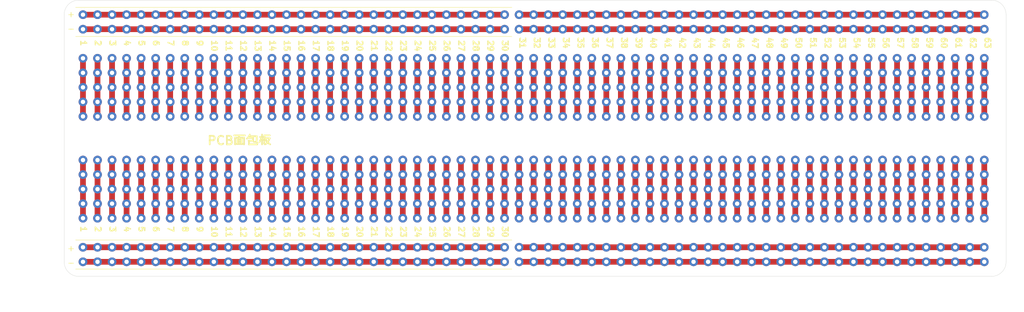
<source format=kicad_pcb>
(kicad_pcb (version 20240108) (generator "pcbnew") (generator_version "8.0")
  (layers (0 "F.Cu" signal) (31 "B.Cu" signal) (34 "B.Paste" user) (35 "F.Paste" user) (36 "B.SilkS" user "B.Silkscreen") (37 "F.SilkS" user "F.Silkscreen") (38 "B.Mask" user) (39 "F.Mask" user) (44 "Edge.Cuts" user))
  (net 0 "")
  (footprint "clipboard:f1908e26-8b60-4e90-9a35-fa57ace5eaad" (layer "F.Cu") (at 99.06 78.74)
    (property "Reference" "")
    (property "Value" "")
  )
  (footprint "clipboard:f1908e26-8b60-4e90-9a35-fa57ace5eaad" (layer "F.Cu") (at 157.48 96.52)
    (property "Reference" "")
    (property "Value" "")
  )
  (footprint "clipboard:f1908e26-8b60-4e90-9a35-fa57ace5eaad" (layer "F.Cu") (at 231.14 60.96)
    (property "Reference" "")
    (property "Value" "")
  )
  (footprint "clipboard:f1908e26-8b60-4e90-9a35-fa57ace5eaad" (layer "F.Cu") (at 226.06 63.5)
    (property "Reference" "")
    (property "Value" "")
  )
  (footprint "clipboard:f1908e26-8b60-4e90-9a35-fa57ace5eaad" (layer "F.Cu") (at 114.3 68.58)
    (property "Reference" "")
    (property "Value" "")
  )
  (footprint "clipboard:f1908e26-8b60-4e90-9a35-fa57ace5eaad" (layer "F.Cu") (at 101.6 76.2)
    (property "Reference" "")
    (property "Value" "")
  )
  (footprint "clipboard:f1908e26-8b60-4e90-9a35-fa57ace5eaad" (layer "F.Cu") (at 134.62 78.74)
    (property "Reference" "")
    (property "Value" "")
  )
  (footprint "clipboard:f1908e26-8b60-4e90-9a35-fa57ace5eaad" (layer "F.Cu") (at 193.04 73.66)
    (property "Reference" "")
    (property "Value" "")
  )
  (footprint "clipboard:f1908e26-8b60-4e90-9a35-fa57ace5eaad" (layer "F.Cu") (at 109.22 91.44)
    (property "Reference" "")
    (property "Value" "")
  )
  (footprint "clipboard:f1908e26-8b60-4e90-9a35-fa57ace5eaad" (layer "F.Cu") (at 210.82 78.74)
    (property "Reference" "")
    (property "Value" "")
  )
  (footprint "clipboard:f1908e26-8b60-4e90-9a35-fa57ace5eaad" (layer "F.Cu") (at 160.02 88.9)
    (property "Reference" "")
    (property "Value" "")
  )
  (footprint "clipboard:f1908e26-8b60-4e90-9a35-fa57ace5eaad" (layer "F.Cu") (at 160.02 78.74)
    (property "Reference" "")
    (property "Value" "")
  )
  (footprint "clipboard:f1908e26-8b60-4e90-9a35-fa57ace5eaad" (layer "F.Cu") (at 170.18 91.44)
    (property "Reference" "")
    (property "Value" "")
  )
  (footprint "clipboard:f1908e26-8b60-4e90-9a35-fa57ace5eaad" (layer "F.Cu") (at 223.52 60.96)
    (property "Reference" "")
    (property "Value" "")
  )
  (footprint "clipboard:f1908e26-8b60-4e90-9a35-fa57ace5eaad" (layer "F.Cu") (at 205.74 78.74)
    (property "Reference" "")
    (property "Value" "")
  )
  (footprint "clipboard:f1908e26-8b60-4e90-9a35-fa57ace5eaad" (layer "F.Cu") (at 175.26 93.98)
    (property "Reference" "")
    (property "Value" "")
  )
  (footprint "clipboard:f1908e26-8b60-4e90-9a35-fa57ace5eaad" (layer "F.Cu") (at 147.32 88.9)
    (property "Reference" "")
    (property "Value" "")
  )
  (footprint "clipboard:f1908e26-8b60-4e90-9a35-fa57ace5eaad" (layer "F.Cu") (at 223.52 73.66)
    (property "Reference" "")
    (property "Value" "")
  )
  (footprint "clipboard:f1908e26-8b60-4e90-9a35-fa57ace5eaad" (layer "F.Cu") (at 129.54 96.52)
    (property "Reference" "")
    (property "Value" "")
  )
  (footprint "clipboard:f1908e26-8b60-4e90-9a35-fa57ace5eaad" (layer "F.Cu") (at 223.52 71.12)
    (property "Reference" "")
    (property "Value" "")
  )
  (footprint "clipboard:f1908e26-8b60-4e90-9a35-fa57ace5eaad" (layer "F.Cu") (at 200.66 76.2)
    (property "Reference" "")
    (property "Value" "")
  )
  (footprint "clipboard:f1908e26-8b60-4e90-9a35-fa57ace5eaad" (layer "F.Cu") (at 154.94 78.74)
    (property "Reference" "")
    (property "Value" "")
  )
  (footprint "clipboard:f1908e26-8b60-4e90-9a35-fa57ace5eaad" (layer "F.Cu") (at 144.78 104.14)
    (property "Reference" "")
    (property "Value" "")
  )
  (footprint "clipboard:f1908e26-8b60-4e90-9a35-fa57ace5eaad" (layer "F.Cu") (at 198.12 88.9)
    (property "Reference" "")
    (property "Value" "")
  )
  (footprint "clipboard:f1908e26-8b60-4e90-9a35-fa57ace5eaad" (layer "F.Cu") (at 236.22 78.74)
    (property "Reference" "")
    (property "Value" "")
  )
  (footprint "clipboard:f1908e26-8b60-4e90-9a35-fa57ace5eaad" (layer "F.Cu") (at 127 71.12)
    (property "Reference" "")
    (property "Value" "")
  )
  (footprint "clipboard:f1908e26-8b60-4e90-9a35-fa57ace5eaad" (layer "F.Cu") (at 160.02 63.5)
    (property "Reference" "")
    (property "Value" "")
  )
  (footprint "clipboard:f1908e26-8b60-4e90-9a35-fa57ace5eaad" (layer "F.Cu") (at 190.5 60.96)
    (property "Reference" "")
    (property "Value" "")
  )
  (footprint "clipboard:f1908e26-8b60-4e90-9a35-fa57ace5eaad" (layer "F.Cu") (at 96.52 86.36)
    (property "Reference" "")
    (property "Value" "")
  )
  (footprint "clipboard:f1908e26-8b60-4e90-9a35-fa57ace5eaad" (layer "F.Cu") (at 83.82 96.52)
    (property "Reference" "")
    (property "Value" "")
  )
  (footprint "clipboard:f1908e26-8b60-4e90-9a35-fa57ace5eaad" (layer "F.Cu") (at 228.6 63.5)
    (property "Reference" "")
    (property "Value" "")
  )
  (footprint "clipboard:f1908e26-8b60-4e90-9a35-fa57ace5eaad" (layer "F.Cu") (at 106.68 73.66)
    (property "Reference" "")
    (property "Value" "")
  )
  (footprint "clipboard:f1908e26-8b60-4e90-9a35-fa57ace5eaad" (layer "F.Cu") (at 200.66 71.12)
    (property "Reference" "")
    (property "Value" "")
  )
  (footprint "clipboard:f1908e26-8b60-4e90-9a35-fa57ace5eaad" (layer "F.Cu") (at 187.96 93.98)
    (property "Reference" "")
    (property "Value" "")
  )
  (footprint "clipboard:f1908e26-8b60-4e90-9a35-fa57ace5eaad" (layer "F.Cu") (at 137.16 93.98)
    (property "Reference" "")
    (property "Value" "")
  )
  (footprint "clipboard:f1908e26-8b60-4e90-9a35-fa57ace5eaad" (layer "F.Cu") (at 96.52 76.2)
    (property "Reference" "")
    (property "Value" "")
  )
  (footprint "clipboard:f1908e26-8b60-4e90-9a35-fa57ace5eaad" (layer "F.Cu") (at 175.26 76.2)
    (property "Reference" "")
    (property "Value" "")
  )
  (footprint "clipboard:f1908e26-8b60-4e90-9a35-fa57ace5eaad" (layer "F.Cu") (at 119.38 60.96)
    (property "Reference" "")
    (property "Value" "")
  )
  (footprint "clipboard:f1908e26-8b60-4e90-9a35-fa57ace5eaad" (layer "F.Cu") (at 111.76 104.14)
    (property "Reference" "")
    (property "Value" "")
  )
  (footprint "clipboard:f1908e26-8b60-4e90-9a35-fa57ace5eaad" (layer "F.Cu") (at 121.92 104.14)
    (property "Reference" "")
    (property "Value" "")
  )
  (footprint "clipboard:f1908e26-8b60-4e90-9a35-fa57ace5eaad" (layer "F.Cu") (at 96.52 71.12)
    (property "Reference" "")
    (property "Value" "")
  )
  (footprint "clipboard:f1908e26-8b60-4e90-9a35-fa57ace5eaad" (layer "F.Cu") (at 160.02 73.66)
    (property "Reference" "")
    (property "Value" "")
  )
  (footprint "clipboard:f1908e26-8b60-4e90-9a35-fa57ace5eaad" (layer "F.Cu") (at 177.8 63.5)
    (property "Reference" "")
    (property "Value" "")
  )
  (footprint "clipboard:f1908e26-8b60-4e90-9a35-fa57ace5eaad" (layer "F.Cu") (at 93.98 91.44)
    (property "Reference" "")
    (property "Value" "")
  )
  (footprint "clipboard:f1908e26-8b60-4e90-9a35-fa57ace5eaad" (layer "F.Cu") (at 134.62 73.66)
    (property "Reference" "")
    (property "Value" "")
  )
  (footprint "clipboard:f1908e26-8b60-4e90-9a35-fa57ace5eaad" (layer "F.Cu") (at 149.86 63.5)
    (property "Reference" "")
    (property "Value" "")
  )
  (footprint "clipboard:f1908e26-8b60-4e90-9a35-fa57ace5eaad" (layer "F.Cu") (at 86.36 101.6)
    (property "Reference" "")
    (property "Value" "")
  )
  (footprint "clipboard:f1908e26-8b60-4e90-9a35-fa57ace5eaad" (layer "F.Cu") (at 187.96 96.52)
    (property "Reference" "")
    (property "Value" "")
  )
  (footprint "clipboard:f1908e26-8b60-4e90-9a35-fa57ace5eaad" (layer "F.Cu") (at 177.8 88.9)
    (property "Reference" "")
    (property "Value" "")
  )
  (footprint "clipboard:f1908e26-8b60-4e90-9a35-fa57ace5eaad" (layer "F.Cu") (at 91.44 63.5)
    (property "Reference" "")
    (property "Value" "")
  )
  (footprint "clipboard:f1908e26-8b60-4e90-9a35-fa57ace5eaad" (layer "F.Cu") (at 167.64 91.44)
    (property "Reference" "")
    (property "Value" "")
  )
  (footprint "clipboard:f1908e26-8b60-4e90-9a35-fa57ace5eaad" (layer "F.Cu") (at 233.68 86.36)
    (property "Reference" "")
    (property "Value" "")
  )
  (footprint "clipboard:f1908e26-8b60-4e90-9a35-fa57ace5eaad" (layer "F.Cu") (at 121.92 86.36)
    (property "Reference" "")
    (property "Value" "")
  )
  (footprint "clipboard:f1908e26-8b60-4e90-9a35-fa57ace5eaad" (layer "F.Cu") (at 210.82 68.58)
    (property "Reference" "")
    (property "Value" "")
  )
  (footprint "clipboard:f1908e26-8b60-4e90-9a35-fa57ace5eaad" (layer "F.Cu") (at 228.6 60.96)
    (property "Reference" "")
    (property "Value" "")
  )
  (footprint "clipboard:f1908e26-8b60-4e90-9a35-fa57ace5eaad" (layer "F.Cu") (at 142.24 71.12)
    (property "Reference" "")
    (property "Value" "")
  )
  (footprint "clipboard:f1908e26-8b60-4e90-9a35-fa57ace5eaad" (layer "F.Cu") (at 203.2 88.9)
    (property "Reference" "")
    (property "Value" "")
  )
  (footprint "clipboard:f1908e26-8b60-4e90-9a35-fa57ace5eaad" (layer "F.Cu") (at 101.6 86.36)
    (property "Reference" "")
    (property "Value" "")
  )
  (footprint "clipboard:f1908e26-8b60-4e90-9a35-fa57ace5eaad" (layer "F.Cu") (at 154.94 88.9)
    (property "Reference" "")
    (property "Value" "")
  )
  (footprint "clipboard:f1908e26-8b60-4e90-9a35-fa57ace5eaad" (layer "F.Cu") (at 228.6 73.66)
    (property "Reference" "")
    (property "Value" "")
  )
  (footprint "clipboard:f1908e26-8b60-4e90-9a35-fa57ace5eaad" (layer "F.Cu") (at 116.84 71.12)
    (property "Reference" "")
    (property "Value" "")
  )
  (footprint "clipboard:f1908e26-8b60-4e90-9a35-fa57ace5eaad" (layer "F.Cu") (at 86.36 71.12)
    (property "Reference" "")
    (property "Value" "")
  )
  (footprint "clipboard:f1908e26-8b60-4e90-9a35-fa57ace5eaad" (layer "F.Cu") (at 167.64 63.5)
    (property "Reference" "")
    (property "Value" "")
  )
  (footprint "clipboard:f1908e26-8b60-4e90-9a35-fa57ace5eaad" (layer "F.Cu") (at 172.72 86.36)
    (property "Reference" "")
    (property "Value" "")
  )
  (footprint "clipboard:f1908e26-8b60-4e90-9a35-fa57ace5eaad" (layer "F.Cu") (at 83.82 101.6)
    (property "Reference" "")
    (property "Value" "")
  )
  (footprint "clipboard:f1908e26-8b60-4e90-9a35-fa57ace5eaad" (layer "F.Cu") (at 228.6 91.44)
    (property "Reference" "")
    (property "Value" "")
  )
  (footprint "clipboard:f1908e26-8b60-4e90-9a35-fa57ace5eaad" (layer "F.Cu") (at 137.16 96.52)
    (property "Reference" "")
    (property "Value" "")
  )
  (footprint "clipboard:f1908e26-8b60-4e90-9a35-fa57ace5eaad" (layer "F.Cu") (at 104.14 104.14)
    (property "Reference" "")
    (property "Value" "")
  )
  (footprint "clipboard:f1908e26-8b60-4e90-9a35-fa57ace5eaad" (layer "F.Cu") (at 233.68 63.5)
    (property "Reference" "")
    (property "Value" "")
  )
  (footprint "clipboard:f1908e26-8b60-4e90-9a35-fa57ace5eaad" (layer "F.Cu") (at 99.06 104.14)
    (property "Reference" "")
    (property "Value" "")
  )
  (footprint "clipboard:f1908e26-8b60-4e90-9a35-fa57ace5eaad" (layer "F.Cu") (at 119.38 88.9)
    (property "Reference" "")
    (property "Value" "")
  )
  (footprint "clipboard:f1908e26-8b60-4e90-9a35-fa57ace5eaad" (layer "F.Cu") (at 91.44 68.58)
    (property "Reference" "")
    (property "Value" "")
  )
  (footprint "clipboard:f1908e26-8b60-4e90-9a35-fa57ace5eaad" (layer "F.Cu") (at 83.82 73.66)
    (property "Reference" "")
    (property "Value" "")
  )
  (footprint "clipboard:f1908e26-8b60-4e90-9a35-fa57ace5eaad" (layer "F.Cu") (at 223.52 88.9)
    (property "Reference" "")
    (property "Value" "")
  )
  (footprint "clipboard:f1908e26-8b60-4e90-9a35-fa57ace5eaad" (layer "F.Cu") (at 157.48 71.12)
    (property "Reference" "")
    (property "Value" "")
  )
  (footprint "clipboard:f1908e26-8b60-4e90-9a35-fa57ace5eaad" (layer "F.Cu") (at 132.08 76.2)
    (property "Reference" "")
    (property "Value" "")
  )
  (footprint "clipboard:f1908e26-8b60-4e90-9a35-fa57ace5eaad" (layer "F.Cu") (at 193.04 88.9)
    (property "Reference" "")
    (property "Value" "")
  )
  (footprint "clipboard:f1908e26-8b60-4e90-9a35-fa57ace5eaad" (layer "F.Cu") (at 187.96 86.36)
    (property "Reference" "")
    (property "Value" "")
  )
  (footprint "clipboard:f1908e26-8b60-4e90-9a35-fa57ace5eaad" (layer "F.Cu") (at 223.52 86.36)
    (property "Reference" "")
    (property "Value" "")
  )
  (footprint "clipboard:f1908e26-8b60-4e90-9a35-fa57ace5eaad" (layer "F.Cu") (at 152.4 104.14)
    (property "Reference" "")
    (property "Value" "")
  )
  (footprint "clipboard:f1908e26-8b60-4e90-9a35-fa57ace5eaad" (layer "F.Cu") (at 195.58 76.2)
    (property "Reference" "")
    (property "Value" "")
  )
  (footprint "clipboard:f1908e26-8b60-4e90-9a35-fa57ace5eaad" (layer "F.Cu") (at 213.36 60.96)
    (property "Reference" "")
    (property "Value" "")
  )
  (footprint "clipboard:f1908e26-8b60-4e90-9a35-fa57ace5eaad" (layer "F.Cu") (at 165.1 88.9)
    (property "Reference" "")
    (property "Value" "")
  )
  (footprint "clipboard:f1908e26-8b60-4e90-9a35-fa57ace5eaad" (layer "F.Cu") (at 154.94 91.44)
    (property "Reference" "")
    (property "Value" "")
  )
  (footprint "clipboard:f1908e26-8b60-4e90-9a35-fa57ace5eaad" (layer "F.Cu") (at 195.58 101.6)
    (property "Reference" "")
    (property "Value" "")
  )
  (footprint "clipboard:f1908e26-8b60-4e90-9a35-fa57ace5eaad" (layer "F.Cu") (at 241.3 68.58)
    (property "Reference" "")
    (property "Value" "")
  )
  (footprint "clipboard:f1908e26-8b60-4e90-9a35-fa57ace5eaad" (layer "F.Cu") (at 142.24 101.6)
    (property "Reference" "")
    (property "Value" "")
  )
  (footprint "clipboard:f1908e26-8b60-4e90-9a35-fa57ace5eaad" (layer "F.Cu") (at 218.44 60.96)
    (property "Reference" "")
    (property "Value" "")
  )
  (footprint "clipboard:f1908e26-8b60-4e90-9a35-fa57ace5eaad" (layer "F.Cu") (at 175.26 91.44)
    (property "Reference" "")
    (property "Value" "")
  )
  (footprint "clipboard:f1908e26-8b60-4e90-9a35-fa57ace5eaad" (layer "F.Cu") (at 96.52 60.96)
    (property "Reference" "")
    (property "Value" "")
  )
  (footprint "clipboard:f1908e26-8b60-4e90-9a35-fa57ace5eaad" (layer "F.Cu") (at 213.36 101.6)
    (property "Reference" "")
    (property "Value" "")
  )
  (footprint "clipboard:f1908e26-8b60-4e90-9a35-fa57ace5eaad" (layer "F.Cu") (at 152.4 76.2)
    (property "Reference" "")
    (property "Value" "")
  )
  (footprint "clipboard:f1908e26-8b60-4e90-9a35-fa57ace5eaad" (layer "F.Cu") (at 165.1 71.12)
    (property "Reference" "")
    (property "Value" "")
  )
  (footprint "clipboard:f1908e26-8b60-4e90-9a35-fa57ace5eaad" (layer "F.Cu") (at 208.28 76.2)
    (property "Reference" "")
    (property "Value" "")
  )
  (footprint "clipboard:f1908e26-8b60-4e90-9a35-fa57ace5eaad" (layer "F.Cu") (at 238.76 71.12)
    (property "Reference" "")
    (property "Value" "")
  )
  (footprint "clipboard:f1908e26-8b60-4e90-9a35-fa57ace5eaad" (layer "F.Cu") (at 241.3 104.14)
    (property "Reference" "")
    (property "Value" "")
  )
  (footprint "clipboard:f1908e26-8b60-4e90-9a35-fa57ace5eaad" (layer "F.Cu") (at 175.26 63.5)
    (property "Reference" "")
    (property "Value" "")
  )
  (footprint "clipboard:f1908e26-8b60-4e90-9a35-fa57ace5eaad" (layer "F.Cu") (at 187.96 78.74)
    (property "Reference" "")
    (property "Value" "")
  )
  (footprint "clipboard:f1908e26-8b60-4e90-9a35-fa57ace5eaad" (layer "F.Cu") (at 99.06 71.12)
    (property "Reference" "")
    (property "Value" "")
  )
  (footprint "clipboard:f1908e26-8b60-4e90-9a35-fa57ace5eaad" (layer "F.Cu") (at 149.86 93.98)
    (property "Reference" "")
    (property "Value" "")
  )
  (footprint "clipboard:f1908e26-8b60-4e90-9a35-fa57ace5eaad" (layer "F.Cu") (at 104.14 78.74)
    (property "Reference" "")
    (property "Value" "")
  )
  (footprint "clipboard:f1908e26-8b60-4e90-9a35-fa57ace5eaad" (layer "F.Cu") (at 149.86 96.52)
    (property "Reference" "")
    (property "Value" "")
  )
  (footprint "clipboard:f1908e26-8b60-4e90-9a35-fa57ace5eaad" (layer "F.Cu") (at 180.34 76.2)
    (property "Reference" "")
    (property "Value" "")
  )
  (footprint "clipboard:f1908e26-8b60-4e90-9a35-fa57ace5eaad" (layer "F.Cu") (at 88.9 91.44)
    (property "Reference" "")
    (property "Value" "")
  )
  (footprint "clipboard:f1908e26-8b60-4e90-9a35-fa57ace5eaad" (layer "F.Cu") (at 208.28 71.12)
    (property "Reference" "")
    (property "Value" "")
  )
  (footprint "clipboard:f1908e26-8b60-4e90-9a35-fa57ace5eaad" (layer "F.Cu") (at 162.56 91.44)
    (property "Reference" "")
    (property "Value" "")
  )
  (footprint "clipboard:f1908e26-8b60-4e90-9a35-fa57ace5eaad" (layer "F.Cu") (at 238.76 104.14)
    (property "Reference" "")
    (property "Value" "")
  )
  (footprint "clipboard:f1908e26-8b60-4e90-9a35-fa57ace5eaad" (layer "F.Cu") (at 208.28 73.66)
    (property "Reference" "")
    (property "Value" "")
  )
  (footprint "clipboard:f1908e26-8b60-4e90-9a35-fa57ace5eaad" (layer "F.Cu") (at 218.44 101.6)
    (property "Reference" "")
    (property "Value" "")
  )
  (footprint "clipboard:f1908e26-8b60-4e90-9a35-fa57ace5eaad" (layer "F.Cu") (at 88.9 68.58)
    (property "Reference" "")
    (property "Value" "")
  )
  (footprint "clipboard:f1908e26-8b60-4e90-9a35-fa57ace5eaad" (layer "F.Cu") (at 114.3 88.9)
    (property "Reference" "")
    (property "Value" "")
  )
  (footprint "clipboard:f1908e26-8b60-4e90-9a35-fa57ace5eaad" (layer "F.Cu") (at 172.72 60.96)
    (property "Reference" "")
    (property "Value" "")
  )
  (footprint "clipboard:f1908e26-8b60-4e90-9a35-fa57ace5eaad" (layer "F.Cu") (at 119.38 91.44)
    (property "Reference" "")
    (property "Value" "")
  )
  (footprint "clipboard:f1908e26-8b60-4e90-9a35-fa57ace5eaad" (layer "F.Cu") (at 185.42 63.5)
    (property "Reference" "")
    (property "Value" "")
  )
  (footprint "clipboard:f1908e26-8b60-4e90-9a35-fa57ace5eaad" (layer "F.Cu") (at 139.7 60.96)
    (property "Reference" "")
    (property "Value" "")
  )
  (footprint "clipboard:f1908e26-8b60-4e90-9a35-fa57ace5eaad" (layer "F.Cu") (at 220.98 86.36)
    (property "Reference" "")
    (property "Value" "")
  )
  (footprint "MountingHole:MountingHole_3.2mm_M3" (layer "F.Cu") (at 91.44 82.55)
    (property "Reference" "REF**" (hide yes))
    (property "Value" "MountingHole_3.2mm_M3")
  )
  (footprint "clipboard:f1908e26-8b60-4e90-9a35-fa57ace5eaad" (layer "F.Cu") (at 195.58 60.96)
    (property "Reference" "")
    (property "Value" "")
  )
  (footprint "clipboard:f1908e26-8b60-4e90-9a35-fa57ace5eaad" (layer "F.Cu") (at 165.1 63.5)
    (property "Reference" "")
    (property "Value" "")
  )
  (footprint "clipboard:f1908e26-8b60-4e90-9a35-fa57ace5eaad" (layer "F.Cu") (at 220.98 96.52)
    (property "Reference" "")
    (property "Value" "")
  )
  (footprint "clipboard:f1908e26-8b60-4e90-9a35-fa57ace5eaad" (layer "F.Cu") (at 157.48 91.44)
    (property "Reference" "")
    (property "Value" "")
  )
  (footprint "clipboard:f1908e26-8b60-4e90-9a35-fa57ace5eaad" (layer "F.Cu") (at 139.7 73.66)
    (property "Reference" "")
    (property "Value" "")
  )
  (footprint "clipboard:f1908e26-8b60-4e90-9a35-fa57ace5eaad" (layer "F.Cu") (at 96.52 63.5)
    (property "Reference" "")
    (property "Value" "")
  )
  (footprint "clipboard:f1908e26-8b60-4e90-9a35-fa57ace5eaad" (layer "F.Cu") (at 86.36 91.44)
    (property "Reference" "")
    (property "Value" "")
  )
  (footprint "clipboard:f1908e26-8b60-4e90-9a35-fa57ace5eaad" (layer "F.Cu") (at 121.92 88.9)
    (property "Reference" "")
    (property "Value" "")
  )
  (footprint "clipboard:f1908e26-8b60-4e90-9a35-fa57ace5eaad" (layer "F.Cu") (at 93.98 101.6)
    (property "Reference" "")
    (property "Value" "")
  )
  (footprint "clipboard:f1908e26-8b60-4e90-9a35-fa57ace5eaad" (layer "F.Cu") (at 160.02 68.58)
    (property "Reference" "")
    (property "Value" "")
  )
  (footprint "clipboard:f1908e26-8b60-4e90-9a35-fa57ace5eaad" (layer "F.Cu") (at 193.04 104.14)
    (property "Reference" "")
    (property "Value" "")
  )
  (footprint "clipboard:f1908e26-8b60-4e90-9a35-fa57ace5eaad" (layer "F.Cu") (at 238.76 76.2)
    (property "Reference" "")
    (property "Value" "")
  )
  (footprint "clipboard:f1908e26-8b60-4e90-9a35-fa57ace5eaad" (layer "F.Cu") (at 228.6 104.14)
    (property "Reference" "")
    (property "Value" "")
  )
  (footprint "clipboard:f1908e26-8b60-4e90-9a35-fa57ace5eaad" (layer "F.Cu") (at 162.56 101.6)
    (property "Reference" "")
    (property "Value" "")
  )
  (footprint "clipboard:f1908e26-8b60-4e90-9a35-fa57ace5eaad" (layer "F.Cu") (at 162.56 78.74)
    (property "Reference" "")
    (property "Value" "")
  )
  (footprint "clipboard:f1908e26-8b60-4e90-9a35-fa57ace5eaad" (layer "F.Cu") (at 177.8 73.66)
    (property "Reference" "")
    (property "Value" "")
  )
  (footprint "clipboard:f1908e26-8b60-4e90-9a35-fa57ace5eaad" (layer "F.Cu") (at 175.26 88.9)
    (property "Reference" "")
    (property "Value" "")
  )
  (footprint "clipboard:f1908e26-8b60-4e90-9a35-fa57ace5eaad" (layer "F.Cu") (at 236.22 91.44)
    (property "Reference" "")
    (property "Value" "")
  )
  (footprint "clipboard:f1908e26-8b60-4e90-9a35-fa57ace5eaad" (layer "F.Cu") (at 144.78 68.58)
    (property "Reference" "")
    (property "Value" "")
  )
  (footprint "clipboard:f1908e26-8b60-4e90-9a35-fa57ace5eaad" (layer "F.Cu") (at 185.42 73.66)
    (property "Reference" "")
    (property "Value" "")
  )
  (footprint "clipboard:f1908e26-8b60-4e90-9a35-fa57ace5eaad" (layer "F.Cu") (at 127 73.66)
    (property "Reference" "")
    (property "Value" "")
  )
  (footprint "clipboard:f1908e26-8b60-4e90-9a35-fa57ace5eaad" (layer "F.Cu") (at 165.1 60.96)
    (property "Reference" "")
    (property "Value" "")
  )
  (footprint "clipboard:f1908e26-8b60-4e90-9a35-fa57ace5eaad" (layer "F.Cu") (at 91.44 101.6)
    (property "Reference" "")
    (property "Value" "")
  )
  (footprint "clipboard:f1908e26-8b60-4e90-9a35-fa57ace5eaad" (layer "F.Cu") (at 215.9 101.6)
    (property "Reference" "")
    (property "Value" "")
  )
  (footprint "clipboard:f1908e26-8b60-4e90-9a35-fa57ace5eaad" (layer "F.Cu") (at 137.16 91.44)
    (property "Reference" "")
    (property "Value" "")
  )
  (footprint "clipboard:f1908e26-8b60-4e90-9a35-fa57ace5eaad" (layer "F.Cu") (at 220.98 71.12)
    (property "Reference" "")
    (property "Value" "")
  )
  (footprint "clipboard:f1908e26-8b60-4e90-9a35-fa57ace5eaad" (layer "F.Cu") (at 104.14 71.12)
    (property "Reference" "")
    (property "Value" "")
  )
  (footprint "clipboard:f1908e26-8b60-4e90-9a35-fa57ace5eaad" (layer "F.Cu") (at 208.28 96.52)
    (property "Reference" "")
    (property "Value" "")
  )
  (footprint "clipboard:f1908e26-8b60-4e90-9a35-fa57ace5eaad" (layer "F.Cu") (at 93.98 88.9)
    (property "Reference" "")
    (property "Value" "")
  )
  (footprint "clipboard:f1908e26-8b60-4e90-9a35-fa57ace5eaad" (layer "F.Cu") (at 185.42 86.36)
    (property "Reference" "")
    (property "Value" "")
  )
  (footprint "clipboard:f1908e26-8b60-4e90-9a35-fa57ace5eaad" (layer "F.Cu") (at 208.28 101.6)
    (property "Reference" "")
    (property "Value" "")
  )
  (footprint "clipboard:f1908e26-8b60-4e90-9a35-fa57ace5eaad" (layer "F.Cu") (at 129.54 68.58)
    (property "Reference" "")
    (property "Value" "")
  )
  (footprint "clipboard:f1908e26-8b60-4e90-9a35-fa57ace5eaad" (layer "F.Cu") (at 96.52 96.52)
    (property "Reference" "")
    (property "Value" "")
  )
  (footprint "clipboard:f1908e26-8b60-4e90-9a35-fa57ace5eaad" (layer "F.Cu") (at 208.28 91.44)
    (property "Reference" "")
    (property "Value" "")
  )
  (footprint "clipboard:f1908e26-8b60-4e90-9a35-fa57ace5eaad" (layer "F.Cu") (at 116.84 101.6)
    (property "Reference" "")
    (property "Value" "")
  )
  (footprint "clipboard:f1908e26-8b60-4e90-9a35-fa57ace5eaad" (layer "F.Cu") (at 231.14 88.9)
    (property "Reference" "")
    (property "Value" "")
  )
  (footprint "clipboard:f1908e26-8b60-4e90-9a35-fa57ace5eaad" (layer "F.Cu") (at 241.284914 60.96)
    (property "Reference" "")
    (property "Value" "")
  )
  (footprint "clipboard:f1908e26-8b60-4e90-9a35-fa57ace5eaad" (layer "F.Cu") (at 195.58 88.9)
    (property "Reference" "")
    (property "Value" "")
  )
  (footprint "clipboard:f1908e26-8b60-4e90-9a35-fa57ace5eaad" (layer "F.Cu") (at 93.98 86.36)
    (property "Reference" "")
    (property "Value" "")
  )
  (footprint "clipboard:f1908e26-8b60-4e90-9a35-fa57ace5eaad" (layer "F.Cu") (at 160.02 96.52)
    (property "Reference" "")
    (property "Value" "")
  )
  (footprint "clipboard:f1908e26-8b60-4e90-9a35-fa57ace5eaad" (layer "F.Cu") (at 119.38 68.58)
    (property "Reference" "")
    (property "Value" "")
  )
  (footprint "clipboard:f1908e26-8b60-4e90-9a35-fa57ace5eaad" (layer "F.Cu") (at 104.14 63.5)
    (property "Reference" "")
    (property "Value" "")
  )
  (footprint "clipboard:f1908e26-8b60-4e90-9a35-fa57ace5eaad" (layer "F.Cu") (at 99.06 63.5)
    (property "Reference" "")
    (property "Value" "")
  )
  (footprint "clipboard:f1908e26-8b60-4e90-9a35-fa57ace5eaad" (layer "F.Cu") (at 213.36 93.98)
    (property "Reference" "")
    (property "Value" "")
  )
  (footprint "clipboard:f1908e26-8b60-4e90-9a35-fa57ace5eaad" (layer "F.Cu") (at 134.62 63.5)
    (property "Reference" "")
    (property "Value" "")
  )
  (footprint "clipboard:f1908e26-8b60-4e90-9a35-fa57ace5eaad" (layer "F.Cu") (at 203.2 73.66)
    (property "Reference" "")
    (property "Value" "")
  )
  (footprint "clipboard:f1908e26-8b60-4e90-9a35-fa57ace5eaad" (layer "F.Cu") (at 185.42 101.6)
    (property "Reference" "")
    (property "Value" "")
  )
  (footprint "clipboard:f1908e26-8b60-4e90-9a35-fa57ace5eaad" (layer "F.Cu") (at 114.3 60.96)
    (property "Reference" "")
    (property "Value" "")
  )
  (footprint "clipboard:f1908e26-8b60-4e90-9a35-fa57ace5eaad" (layer "F.Cu") (at 104.14 73.66)
    (property "Reference" "")
    (property "Value" "")
  )
  (footprint "clipboard:f1908e26-8b60-4e90-9a35-fa57ace5eaad" (layer "F.Cu") (at 193.04 60.96)
    (property "Reference" "")
    (property "Value" "")
  )
  (footprint "clipboard:f1908e26-8b60-4e90-9a35-fa57ace5eaad" (layer "F.Cu") (at 200.66 93.98)
    (property "Reference" "")
    (property "Value" "")
  )
  (footprint "clipboard:f1908e26-8b60-4e90-9a35-fa57ace5eaad" (layer "F.Cu") (at 104.14 101.6)
    (property "Reference" "")
    (property "Value" "")
  )
  (footprint "clipboard:f1908e26-8b60-4e90-9a35-fa57ace5eaad" (layer "F.Cu") (at 180.34 60.96)
    (property "Reference" "")
    (property "Value" "")
  )
  (footprint "clipboard:f1908e26-8b60-4e90-9a35-fa57ace5eaad" (layer "F.Cu") (at 182.88 71.12)
    (property "Reference" "")
    (property "Value" "")
  )
  (footprint "clipboard:f1908e26-8b60-4e90-9a35-fa57ace5eaad" (layer "F.Cu") (at 147.32 73.66)
    (property "Reference" "")
    (property "Value" "")
  )
  (footprint "clipboard:f1908e26-8b60-4e90-9a35-fa57ace5eaad" (layer "F.Cu") (at 228.6 101.6)
    (property "Reference" "")
    (property "Value" "")
  )
  (footprint "clipboard:f1908e26-8b60-4e90-9a35-fa57ace5eaad" (layer "F.Cu") (at 91.44 93.98)
    (property "Reference" "")
    (property "Value" "")
  )
  (footprint "clipboard:f1908e26-8b60-4e90-9a35-fa57ace5eaad" (layer "F.Cu") (at 129.54 73.66)
    (property "Reference" "")
    (property "Value" "")
  )
  (footprint "clipboard:f1908e26-8b60-4e90-9a35-fa57ace5eaad" (layer "F.Cu") (at 172.72 93.98)
    (property "Reference" "")
    (property "Value" "")
  )
  (footprint "clipboard:f1908e26-8b60-4e90-9a35-fa57ace5eaad" (layer "F.Cu") (at 137.16 104.14)
    (property "Reference" "")
    (property "Value" "")
  )
  (footprint "clipboard:f1908e26-8b60-4e90-9a35-fa57ace5eaad" (layer "F.Cu") (at 187.96 104.14)
    (property "Reference" "")
    (property "Value" "")
  )
  (footprint "clipboard:f1908e26-8b60-4e90-9a35-fa57ace5eaad" (layer "F.Cu") (at 193.04 68.58)
    (property "Reference" "")
    (property "Value" "")
  )
  (footprint "clipboard:f1908e26-8b60-4e90-9a35-fa57ace5eaad" (layer "F.Cu") (at 238.76 91.44)
    (property "Reference" "")
    (property "Value" "")
  )
  (footprint "clipboard:f1908e26-8b60-4e90-9a35-fa57ace5eaad" (layer "F.Cu") (at 88.9 93.98)
    (property "Reference" "")
    (property "Value" "")
  )
  (footprint "clipboard:f1908e26-8b60-4e90-9a35-fa57ace5eaad" (layer "F.Cu") (at 91.44 104.14)
    (property "Reference" "")
    (property "Value" "")
  )
  (footprint "clipboard:f1908e26-8b60-4e90-9a35-fa57ace5eaad" (layer "F.Cu") (at 193.04 96.52)
    (property "Reference" "")
    (property "Value" "")
  )
  (footprint "clipboard:f1908e26-8b60-4e90-9a35-fa57ace5eaad" (layer "F.Cu") (at 157.48 86.36)
    (property "Reference" "")
    (property "Value" "")
  )
  (footprint "clipboard:f1908e26-8b60-4e90-9a35-fa57ace5eaad" (layer "F.Cu") (at 177.8 96.52)
    (property "Reference" "")
    (property "Value" "")
  )
  (footprint "clipboard:f1908e26-8b60-4e90-9a35-fa57ace5eaad" (layer "F.Cu") (at 193.04 91.44)
    (property "Reference" "")
    (property "Value" "")
  )
  (footprint "clipboard:f1908e26-8b60-4e90-9a35-fa57ace5eaad" (layer "F.Cu") (at 228.6 76.2)
    (property "Reference" "")
    (property "Value" "")
  )
  (footprint "clipboard:f1908e26-8b60-4e90-9a35-fa57ace5eaad" (layer "F.Cu") (at 208.28 86.36)
    (property "Reference" "")
    (property "Value" "")
  )
  (footprint "clipboard:f1908e26-8b60-4e90-9a35-fa57ace5eaad" (layer "F.Cu") (at 236.22 88.9)
    (property "Reference" "")
    (property "Value" "")
  )
  (footprint "clipboard:f1908e26-8b60-4e90-9a35-fa57ace5eaad" (layer "F.Cu") (at 93.98 78.74)
    (property "Reference" "")
    (property "Value" "")
  )
  (footprint "clipboard:f1908e26-8b60-4e90-9a35-fa57ace5eaad" (layer "F.Cu") (at 96.52 101.6)
    (property "Reference" "")
    (property "Value" "")
  )
  (footprint "clipboard:f1908e26-8b60-4e90-9a35-fa57ace5eaad" (layer "F.Cu") (at 101.6 60.96)
    (property "Reference" "")
    (property "Value" "")
  )
  (footprint "clipboard:f1908e26-8b60-4e90-9a35-fa57ace5eaad" (layer "F.Cu") (at 114.3 78.74)
    (property "Reference" "")
    (property "Value" "")
  )
  (footprint "clipboard:f1908e26-8b60-4e90-9a35-fa57ace5eaad" (layer "F.Cu") (at 198.12 73.66)
    (property "Reference" "")
    (property "Value" "")
  )
  (footprint "clipboard:f1908e26-8b60-4e90-9a35-fa57ace5eaad" (layer "F.Cu") (at 142.24 63.5)
    (property "Reference" "")
    (property "Value" "")
  )
  (footprint "clipboard:f1908e26-8b60-4e90-9a35-fa57ace5eaad" (layer "F.Cu") (at 137.16 68.58)
    (property "Reference" "")
    (property "Value" "")
  )
  (footprint "clipboard:f1908e26-8b60-4e90-9a35-fa57ace5eaad" (layer "F.Cu") (at 193.04 86.36)
    (property "Reference" "")
    (property "Value" "")
  )
  (footprint "clipboard:f1908e26-8b60-4e90-9a35-fa57ace5eaad" (layer "F.Cu") (at 182.88 93.98)
    (property "Reference" "")
    (property "Value" "")
  )
  (footprint "clipboard:f1908e26-8b60-4e90-9a35-fa57ace5eaad" (layer "F.Cu") (at 170.18 78.74)
    (property "Reference" "")
    (property "Value" "")
  )
  (footprint "clipboard:f1908e26-8b60-4e90-9a35-fa57ace5eaad" (layer "F.Cu") (at 233.68 71.12)
    (property "Reference" "")
    (property "Value" "")
  )
  (footprint "clipboard:f1908e26-8b60-4e90-9a35-fa57ace5eaad" (layer "F.Cu") (at 144.78 63.5)
    (property "Reference" "")
    (property "Value" "")
  )
  (footprint "clipboard:f1908e26-8b60-4e90-9a35-fa57ace5eaad" (layer "F.Cu") (at 147.32 63.5)
    (property "Reference" "")
    (property "Value" "")
  )
  (footprint "clipboard:f1908e26-8b60-4e90-9a35-fa57ace5eaad" (layer "F.Cu") (at 180.34 93.98)
    (property "Reference" "")
    (property "Value" "")
  )
  (footprint "clipboard:f1908e26-8b60-4e90-9a35-fa57ace5eaad" (layer "F.Cu") (at 134.62 68.58)
    (property "Reference" "")
    (property "Value" "")
  )
  (footprint "clipboard:f1908e26-8b60-4e90-9a35-fa57ace5eaad" (layer "F.Cu") (at 233.68 76.2)
    (property "Reference" "")
    (property "Value" "")
  )
  (footprint "clipboard:f1908e26-8b60-4e90-9a35-fa57ace5eaad" (layer "F.Cu") (at 213.36 96.52)
    (property "Reference" "")
    (property "Value" "")
  )
  (footprint "clipboard:f1908e26-8b60-4e90-9a35-fa57ace5eaad" (layer "F.Cu") (at 195.58 104.14)
    (property "Reference" "")
    (property "Value" "")
  )
  (footprint "clipboard:f1908e26-8b60-4e90-9a35-fa57ace5eaad" (layer "F.Cu") (at 129.54 104.14)
    (property "Reference" "")
    (property "Value" "")
  )
  (footprint "clipboard:f1908e26-8b60-4e90-9a35-fa57ace5eaad" (layer "F.Cu") (at 88.9 101.6)
    (property "Reference" "")
    (property "Value" "")
  )
  (footprint "clipboard:f1908e26-8b60-4e90-9a35-fa57ace5eaad" (layer "F.Cu") (at 99.06 68.58)
    (property "Reference" "")
    (property "Value" "")
  )
  (footprint "clipboard:f1908e26-8b60-4e90-9a35-fa57ace5eaad" (layer "F.Cu") (at 203.2 63.5)
    (property "Reference" "")
    (property "Value" "")
  )
  (footprint "clipboard:f1908e26-8b60-4e90-9a35-fa57ace5eaad" (layer "F.Cu") (at 226.06 101.6)
    (property "Reference" "")
    (property "Value" "")
  )
  (footprint "clipboard:f1908e26-8b60-4e90-9a35-fa57ace5eaad" (layer "F.Cu") (at 104.14 68.58)
    (property "Reference" "")
    (property "Value" "")
  )
  (footprint "clipboard:f1908e26-8b60-4e90-9a35-fa57ace5eaad" (layer "F.Cu") (at 187.96 60.96)
    (property "Reference" "")
    (property "Value" "")
  )
  (footprint "clipboard:f1908e26-8b60-4e90-9a35-fa57ace5eaad" (layer "F.Cu") (at 200.66 73.66)
    (property "Reference" "")
    (property "Value" "")
  )
  (footprint "clipboard:f1908e26-8b60-4e90-9a35-fa57ace5eaad" (layer "F.Cu") (at 106.68 63.5)
    (property "Reference" "")
    (property "Value" "")
  )
  (footprint "clipboard:f1908e26-8b60-4e90-9a35-fa57ace5eaad" (layer "F.Cu") (at 157.48 73.66)
    (property "Reference" "")
    (property "Value" "")
  )
  (footprint "clipboard:f1908e26-8b60-4e90-9a35-fa57ace5eaad" (layer "F.Cu") (at 127 93.98)
    (property "Reference" "")
    (property "Value" "")
  )
  (footprint "clipboard:f1908e26-8b60-4e90-9a35-fa57ace5eaad" (layer "F.Cu") (at 170.18 86.36)
    (property "Reference" "")
    (property "Value" "")
  )
  (footprint "clipboard:f1908e26-8b60-4e90-9a35-fa57ace5eaad" (layer "F.Cu") (at 101.6 93.98)
    (property "Reference" "")
    (property "Value" "")
  )
  (footprint "clipboard:f1908e26-8b60-4e90-9a35-fa57ace5eaad" (layer "F.Cu") (at 187.96 91.44)
    (property "Reference" "")
    (property "Value" "")
  )
  (footprint "clipboard:f1908e26-8b60-4e90-9a35-fa57ace5eaad" (layer "F.Cu") (at 231.14 96.52)
    (property "Reference" "")
    (property "Value" "")
  )
  (footprint "clipboard:f1908e26-8b60-4e90-9a35-fa57ace5eaad" (layer "F.Cu") (at 167.64 104.14)
    (property "Reference" "")
    (property "Value" "")
  )
  (footprint "clipboard:f1908e26-8b60-4e90-9a35-fa57ace5eaad" (layer "F.Cu") (at 139.7 68.58)
    (property "Reference" "")
    (property "Value" "")
  )
  (footprint "clipboard:f1908e26-8b60-4e90-9a35-fa57ace5eaad" (layer "F.Cu") (at 152.4 63.5)
    (property "Reference" "")
    (property "Value" "")
  )
  (footprint "clipboard:f1908e26-8b60-4e90-9a35-fa57ace5eaad" (layer "F.Cu") (at 147.32 76.2)
    (property "Reference" "")
    (property "Value" "")
  )
  (footprint "clipboard:f1908e26-8b60-4e90-9a35-fa57ace5eaad" (layer "F.Cu") (at 144.78 93.98)
    (property "Reference" "")
    (property "Value" "")
  )
  (footprint "clipboard:f1908e26-8b60-4e90-9a35-fa57ace5eaad" (layer "F.Cu") (at 228.6 93.98)
    (property "Reference" "")
    (property "Value" "")
  )
  (footprint "clipboard:f1908e26-8b60-4e90-9a35-fa57ace5eaad" (layer "F.Cu") (at 111.76 78.74)
    (property "Reference" "")
    (property "Value" "")
  )
  (footprint "clipboard:f1908e26-8b60-4e90-9a35-fa57ace5eaad" (layer "F.Cu") (at 213.36 86.36)
    (property "Reference" "")
    (property "Value" "")
  )
  (footprint "clipboard:f1908e26-8b60-4e90-9a35-fa57ace5eaad" (layer "F.Cu") (at 226.06 60.96)
    (property "Reference" "")
    (property "Value" "")
  )
  (footprint "clipboard:f1908e26-8b60-4e90-9a35-fa57ace5eaad" (layer "F.Cu") (at 162.56 73.66)
    (property "Reference" "")
    (property "Value" "")
  )
  (footprint "clipboard:f1908e26-8b60-4e90-9a35-fa57ace5eaad" (layer "F.Cu") (at 228.6 86.36)
    (property "Reference" "")
    (property "Value" "")
  )
  (footprint "clipboard:f1908e26-8b60-4e90-9a35-fa57ace5eaad" (layer "F.Cu") (at 96.52 68.58)
    (property "Reference" "")
    (property "Value" "")
  )
  (footprint "clipboard:f1908e26-8b60-4e90-9a35-fa57ace5eaad" (layer "F.Cu") (at 220.98 93.98)
    (property "Reference" "")
    (property "Value" "")
  )
  (footprint "clipboard:f1908e26-8b60-4e90-9a35-fa57ace5eaad" (layer "F.Cu") (at 154.94 63.5)
    (property "Reference" "")
    (property "Value" "")
  )
  (footprint "clipboard:f1908e26-8b60-4e90-9a35-fa57ace5eaad" (layer "F.Cu") (at 165.1 104.14)
    (property "Reference" "")
    (property "Value" "")
  )
  (footprint "clipboard:f1908e26-8b60-4e90-9a35-fa57ace5eaad" (layer "F.Cu") (at 157.48 76.2)
    (property "Reference" "")
    (property "Value" "")
  )
  (footprint "clipboard:f1908e26-8b60-4e90-9a35-fa57ace5eaad" (layer "F.Cu") (at 170.18 93.98)
    (property "Reference" "")
    (property "Value" "")
  )
  (footprint "clipboard:f1908e26-8b60-4e90-9a35-fa57ace5eaad" (layer "F.Cu") (at 241.3 93.98)
    (property "Reference" "")
    (property "Value" "")
  )
  (footprint "clipboard:f1908e26-8b60-4e90-9a35-fa57ace5eaad" (layer "F.Cu") (at 190.5 71.12)
    (property "Reference" "")
    (property "Value" "")
  )
  (footprint "clipboard:f1908e26-8b60-4e90-9a35-fa57ace5eaad" (layer "F.Cu") (at 152.4 71.12)
    (property "Reference" "")
    (property "Value" "")
  )
  (footprint "clipboard:f1908e26-8b60-4e90-9a35-fa57ace5eaad" (layer "F.Cu") (at 223.52 63.5)
    (property "Reference" "")
    (property "Value" "")
  )
  (footprint "clipboard:f1908e26-8b60-4e90-9a35-fa57ace5eaad" (layer "F.Cu") (at 220.98 91.44)
    (property "Reference" "")
    (property "Value" "")
  )
  (footprint "clipboard:f1908e26-8b60-4e90-9a35-fa57ace5eaad" (layer "F.Cu") (at 200.66 91.44)
    (property "Reference" "")
    (property "Value" "")
  )
  (footprint "clipboard:f1908e26-8b60-4e90-9a35-fa57ace5eaad" (layer "F.Cu") (at 142.24 73.66)
    (property "Reference" "")
    (property "Value" "")
  )
  (footprint "clipboard:f1908e26-8b60-4e90-9a35-fa57ace5eaad" (layer "F.Cu") (at 167.64 73.66)
    (property "Reference" "")
    (property "Value" "")
  )
  (footprint "clipboard:f1908e26-8b60-4e90-9a35-fa57ace5eaad" (layer "F.Cu") (at 180.34 101.6)
    (property "Reference" "")
    (property "Value" "")
  )
  (footprint "clipboard:f1908e26-8b60-4e90-9a35-fa57ace5eaad" (layer "F.Cu") (at 106.68 93.98)
    (property "Reference" "")
    (property "Value" "")
  )
  (footprint "clipboard:f1908e26-8b60-4e90-9a35-fa57ace5eaad" (layer "F.Cu") (at 193.04 101.6)
    (property "Reference" "")
    (property "Value" "")
  )
  (footprint "clipboard:f1908e26-8b60-4e90-9a35-fa57ace5eaad" (layer "F.Cu") (at 208.28 60.96)
    (property "Reference" "")
    (property "Value" "")
  )
  (footprint "clipboard:f1908e26-8b60-4e90-9a35-fa57ace5eaad" (layer "F.Cu") (at 220.98 76.2)
    (property "Reference" "")
    (property "Value" "")
  )
  (footprint "clipboard:f1908e26-8b60-4e90-9a35-fa57ace5eaad" (layer "F.Cu") (at 213.36 88.9)
    (property "Reference" "")
    (property "Value" "")
  )
  (footprint "clipboard:f1908e26-8b60-4e90-9a35-fa57ace5eaad" (layer "F.Cu") (at 182.88 63.5)
    (property "Reference" "")
    (property "Value" "")
  )
  (footprint "clipboard:f1908e26-8b60-4e90-9a35-fa57ace5eaad" (layer "F.Cu") (at 231.14 104.14)
    (property "Reference" "")
    (property "Value" "")
  )
  (footprint "clipboard:f1908e26-8b60-4e90-9a35-fa57ace5eaad" (layer "F.Cu") (at 96.52 88.9)
    (property "Reference" "")
    (property "Value" "")
  )
  (footprint "clipboard:f1908e26-8b60-4e90-9a35-fa57ace5eaad" (layer "F.Cu") (at 187.96 88.9)
    (property "Reference" "")
    (property "Value" "")
  )
  (footprint "clipboard:f1908e26-8b60-4e90-9a35-fa57ace5eaad" (layer "F.Cu") (at 213.36 68.58)
    (property "Reference" "")
    (property "Value" "")
  )
  (footprint "clipboard:f1908e26-8b60-4e90-9a35-fa57ace5eaad" (layer "F.Cu") (at 152.4 78.74)
    (property "Reference" "")
    (property "Value" "")
  )
  (footprint "clipboard:f1908e26-8b60-4e90-9a35-fa57ace5eaad" (layer "F.Cu") (at 170.18 76.2)
    (property "Reference" "")
    (property "Value" "")
  )
  (footprint "clipboard:f1908e26-8b60-4e90-9a35-fa57ace5eaad" (layer "F.Cu") (at 132.08 78.74)
    (property "Reference" "")
    (property "Value" "")
  )
  (footprint "clipboard:f1908e26-8b60-4e90-9a35-fa57ace5eaad" (layer "F.Cu") (at 210.82 60.96)
    (property "Reference" "")
    (property "Value" "")
  )
  (footprint "clipboard:f1908e26-8b60-4e90-9a35-fa57ace5eaad" (layer "F.Cu") (at 127 104.14)
    (property "Reference" "")
    (property "Value" "")
  )
  (footprint "clipboard:f1908e26-8b60-4e90-9a35-fa57ace5eaad" (layer "F.Cu") (at 238.76 93.98)
    (property "Reference" "")
    (property "Value" "")
  )
  (footprint "clipboard:f1908e26-8b60-4e90-9a35-fa57ace5eaad" (layer "F.Cu") (at 121.92 60.96)
    (property "Reference" "")
    (property "Value" "")
  )
  (footprint "clipboard:f1908e26-8b60-4e90-9a35-fa57ace5eaad" (layer "F.Cu") (at 218.44 71.12)
    (property "Reference" "")
    (property "Value" "")
  )
  (footprint "clipboard:f1908e26-8b60-4e90-9a35-fa57ace5eaad" (layer "F.Cu") (at 139.7 78.74)
    (property "Reference" "")
    (property "Value" "")
  )
  (footprint "clipboard:f1908e26-8b60-4e90-9a35-fa57ace5eaad" (layer "F.Cu") (at 233.68 91.44)
    (property "Reference" "")
    (property "Value" "")
  )
  (footprint "clipboard:f1908e26-8b60-4e90-9a35-fa57ace5eaad" (layer "F.Cu") (at 124.46 68.58)
    (property "Reference" "")
    (property "Value" "")
  )
  (footprint "clipboard:f1908e26-8b60-4e90-9a35-fa57ace5eaad" (layer "F.Cu") (at 157.48 60.96)
    (property "Reference" "")
    (property "Value" "")
  )
  (footprint "clipboard:f1908e26-8b60-4e90-9a35-fa57ace5eaad" (layer "F.Cu") (at 88.9 76.2)
    (property "Reference" "")
    (property "Value" "")
  )
  (footprint "clipboard:f1908e26-8b60-4e90-9a35-fa57ace5eaad" (layer "F.Cu") (at 139.7 93.98)
    (property "Reference" "")
    (property "Value" "")
  )
  (footprint "clipboard:f1908e26-8b60-4e90-9a35-fa57ace5eaad" (layer "F.Cu") (at 182.88 88.9)
    (property "Reference" "")
    (property "Value" "")
  )
  (footprint "clipboard:f1908e26-8b60-4e90-9a35-fa57ace5eaad" (layer "F.Cu") (at 210.82 101.6)
    (property "Reference" "")
    (property "Value" "")
  )
  (footprint "clipboard:f1908e26-8b60-4e90-9a35-fa57ace5eaad" (layer "F.Cu") (at 83.82 78.74)
    (property "Reference" "")
    (property "Value" "")
  )
  (footprint "clipboard:f1908e26-8b60-4e90-9a35-fa57ace5eaad" (layer "F.Cu") (at 88.9 71.12)
    (property "Reference" "")
    (property "Value" "")
  )
  (footprint "clipboard:f1908e26-8b60-4e90-9a35-fa57ace5eaad" (layer "F.Cu") (at 226.06 71.12)
    (property "Reference" "")
    (property "Value" "")
  )
  (footprint "clipboard:f1908e26-8b60-4e90-9a35-fa57ace5eaad" (layer "F.Cu") (at 99.06 76.2)
    (property "Reference" "")
    (property "Value" "")
  )
  (footprint "clipboard:f1908e26-8b60-4e90-9a35-fa57ace5eaad" (layer "F.Cu") (at 144.78 101.6)
    (property "Reference" "")
    (property "Value" "")
  )
  (footprint "clipboard:f1908e26-8b60-4e90-9a35-fa57ace5eaad" (layer "F.Cu") (at 187.96 101.6)
    (property "Reference" "")
    (property "Value" "")
  )
  (footprint "clipboard:f1908e26-8b60-4e90-9a35-fa57ace5eaad" (layer "F.Cu") (at 86.36 93.98)
    (property "Reference" "")
    (property "Value" "")
  )
  (footprint "clipboard:f1908e26-8b60-4e90-9a35-fa57ace5eaad" (layer "F.Cu") (at 127 96.52)
    (property "Reference" "")
    (property "Value" "")
  )
  (footprint "clipboard:f1908e26-8b60-4e90-9a35-fa57ace5eaad" (layer "F.Cu") (at 139.7 76.2)
    (property "Reference" "")
    (property "Value" "")
  )
  (footprint "clipboard:f1908e26-8b60-4e90-9a35-fa57ace5eaad" (layer "F.Cu") (at 170.18 73.66)
    (property "Reference" "")
    (property "Value" "")
  )
  (footprint "clipboard:f1908e26-8b60-4e90-9a35-fa57ace5eaad" (layer "F.Cu") (at 109.22 96.52)
    (property "Reference" "")
    (property "Value" "")
  )
  (footprint "clipboard:f1908e26-8b60-4e90-9a35-fa57ace5eaad" (layer "F.Cu") (at 114.3 71.12)
    (property "Reference" "")
    (property "Value" "")
  )
  (footprint "clipboard:f1908e26-8b60-4e90-9a35-fa57ace5eaad" (layer "F.Cu") (at 152.4 60.96)
    (property "Reference" "")
    (property "Value" "")
  )
  (footprint "clipboard:f1908e26-8b60-4e90-9a35-fa57ace5eaad" (layer "F.Cu") (at 162.56 60.96)
    (property "Reference" "")
    (property "Value" "")
  )
  (footprint "clipboard:f1908e26-8b60-4e90-9a35-fa57ace5eaad" (layer "F.Cu") (at 134.62 88.9)
    (property "Reference" "")
    (property "Value" "")
  )
  (footprint "clipboard:f1908e26-8b60-4e90-9a35-fa57ace5eaad" (layer "F.Cu") (at 180.34 91.44)
    (property "Reference" "")
    (property "Value" "")
  )
  (footprint "clipboard:f1908e26-8b60-4e90-9a35-fa57ace5eaad" (layer "F.Cu") (at 111.76 71.12)
    (property "Reference" "")
    (property "Value" "")
  )
  (footprint "clipboard:f1908e26-8b60-4e90-9a35-fa57ace5eaad" (layer "F.Cu") (at 101.6 73.66)
    (property "Reference" "")
    (property "Value" "")
  )
  (footprint "clipboard:f1908e26-8b60-4e90-9a35-fa57ace5eaad" (layer "F.Cu") (at 139.7 101.6)
    (property "Reference" "")
    (property "Value" "")
  )
  (footprint "clipboard:f1908e26-8b60-4e90-9a35-fa57ace5eaad" (layer "F.Cu") (at 198.12 76.2)
    (property "Reference" "")
    (property "Value" "")
  )
  (footprint "clipboard:f1908e26-8b60-4e90-9a35-fa57ace5eaad" (layer "F.Cu") (at 134.62 91.44)
    (property "Reference" "")
    (property "Value" "")
  )
  (footprint "clipboard:f1908e26-8b60-4e90-9a35-fa57ace5eaad" (layer "F.Cu") (at 236.22 73.66)
    (property "Reference" "")
    (property "Value" "")
  )
  (footprint "clipboard:f1908e26-8b60-4e90-9a35-fa57ace5eaad" (layer "F.Cu") (at 228.6 96.52)
    (property "Reference" "")
    (property "Value" "")
  )
  (footprint "clipboard:f1908e26-8b60-4e90-9a35-fa57ace5eaad" (layer "F.Cu") (at 241.3 96.52)
    (property "Reference" "")
    (property "Value" "")
  )
  (footprint "clipboard:f1908e26-8b60-4e90-9a35-fa57ace5eaad" (layer "F.Cu") (at 127 88.9)
    (property "Reference" "")
    (property "Value" "")
  )
  (footprint "clipboard:f1908e26-8b60-4e90-9a35-fa57ace5eaad" (layer "F.Cu") (at 198.12 78.74)
    (property "Reference" "")
    (property "Value" "")
  )
  (footprint "clipboard:f1908e26-8b60-4e90-9a35-fa57ace5eaad" (layer "F.Cu") (at 162.56 76.2)
    (property "Reference" "")
    (property "Value" "")
  )
  (footprint "clipboard:f1908e26-8b60-4e90-9a35-fa57ace5eaad" (layer "F.Cu") (at 106.68 76.2)
    (property "Reference" "")
    (property "Value" "")
  )
  (footprint "clipboard:f1908e26-8b60-4e90-9a35-fa57ace5eaad" (layer "F.Cu") (at 215.9 76.2)
    (property "Reference" "")
    (property "Value" "")
  )
  (footprint "clipboard:f1908e26-8b60-4e90-9a35-fa57ace5eaad" (layer "F.Cu") (at 121.92 93.98)
    (property "Reference" "")
    (property "Value" "")
  )
  (footprint "clipboard:f1908e26-8b60-4e90-9a35-fa57ace5eaad" (layer "F.Cu") (at 193.04 78.74)
    (property "Reference" "")
    (property "Value" "")
  )
  (footprint "clipboard:f1908e26-8b60-4e90-9a35-fa57ace5eaad" (layer "F.Cu") (at 231.14 71.12)
    (property "Reference" "")
    (property "Value" "")
  )
  (footprint "clipboard:f1908e26-8b60-4e90-9a35-fa57ace5eaad" (layer "F.Cu") (at 116.84 93.98)
    (property "Reference" "")
    (property "Value" "")
  )
  (footprint "clipboard:f1908e26-8b60-4e90-9a35-fa57ace5eaad" (layer "F.Cu") (at 198.12 104.14)
    (property "Reference" "")
    (property "Value" "")
  )
  (footprint "clipboard:f1908e26-8b60-4e90-9a35-fa57ace5eaad" (layer "F.Cu") (at 137.16 86.36)
    (property "Reference" "")
    (property "Value" "")
  )
  (footprint "clipboard:f1908e26-8b60-4e90-9a35-fa57ace5eaad" (layer "F.Cu") (at 99.06 60.96)
    (property "Reference" "")
    (property "Value" "")
  )
  (footprint "clipboard:f1908e26-8b60-4e90-9a35-fa57ace5eaad" (layer "F.Cu") (at 167.64 86.36)
    (property "Reference" "")
    (property "Value" "")
  )
  (footprint "clipboard:f1908e26-8b60-4e90-9a35-fa57ace5eaad" (layer "F.Cu") (at 213.36 78.74)
    (property "Reference" "")
    (property "Value" "")
  )
  (footprint "clipboard:f1908e26-8b60-4e90-9a35-fa57ace5eaad" (layer "F.Cu") (at 228.6 78.74)
    (property "Reference" "")
    (property "Value" "")
  )
  (footprint "clipboard:f1908e26-8b60-4e90-9a35-fa57ace5eaad" (layer "F.Cu") (at 119.38 73.66)
    (property "Reference" "")
    (property "Value" "")
  )
  (footprint "clipboard:f1908e26-8b60-4e90-9a35-fa57ace5eaad" (layer "F.Cu") (at 162.56 96.52)
    (property "Reference" "")
    (property "Value" "")
  )
  (footprint "clipboard:f1908e26-8b60-4e90-9a35-fa57ace5eaad" (layer "F.Cu") (at 119.38 101.6)
    (property "Reference" "")
    (property "Value" "")
  )
  (footprint "clipboard:f1908e26-8b60-4e90-9a35-fa57ace5eaad" (layer "F.Cu") (at 208.28 104.14)
    (property "Reference" "")
    (property "Value" "")
  )
  (footprint "clipboard:f1908e26-8b60-4e90-9a35-fa57ace5eaad" (layer "F.Cu") (at 175.26 78.74)
    (property "Reference" "")
    (property "Value" "")
  )
  (footprint "clipboard:f1908e26-8b60-4e90-9a35-fa57ace5eaad" (layer "F.Cu") (at 205.74 86.36)
    (property "Reference" "")
    (property "Value" "")
  )
  (footprint "clipboard:f1908e26-8b60-4e90-9a35-fa57ace5eaad" (layer "F.Cu") (at 119.38 78.74)
    (property "Reference" "")
    (property "Value" "")
  )
  (footprint "clipboard:f1908e26-8b60-4e90-9a35-fa57ace5eaad" (layer "F.Cu") (at 226.06 93.98)
    (property "Reference" "")
    (property "Value" "")
  )
  (footprint "clipboard:f1908e26-8b60-4e90-9a35-fa57ace5eaad" (layer "F.Cu") (at 111.76 86.36)
    (property "Reference" "")
    (property "Value" "")
  )
  (footprint "clipboard:f1908e26-8b60-4e90-9a35-fa57ace5eaad" (layer "F.Cu") (at 116.84 96.52)
    (property "Reference" "")
    (property "Value" "")
  )
  (footprint "clipboard:f1908e26-8b60-4e90-9a35-fa57ace5eaad" (layer "F.Cu") (at 129.54 88.9)
    (property "Reference" "")
    (property "Value" "")
  )
  (footprint "clipboard:f1908e26-8b60-4e90-9a35-fa57ace5eaad" (layer "F.Cu") (at 154.94 101.6)
    (property "Reference" "")
    (property "Value" "")
  )
  (footprint "clipboard:f1908e26-8b60-4e90-9a35-fa57ace5eaad" (layer "F.Cu") (at 144.78 88.9)
    (property "Reference" "")
    (property "Value" "")
  )
  (footprint "clipboard:f1908e26-8b60-4e90-9a35-fa57ace5eaad" (layer "F.Cu") (at 88.9 60.96)
    (property "Reference" "")
    (property "Value" "")
  )
  (footprint "clipboard:f1908e26-8b60-4e90-9a35-fa57ace5eaad" (layer "F.Cu") (at 200.66 78.74)
    (property "Reference" "")
    (property "Value" "")
  )
  (footprint "clipboard:f1908e26-8b60-4e90-9a35-fa57ace5eaad" (layer "F.Cu") (at 223.52 76.2)
    (property "Reference" "")
    (property "Value" "")
  )
  (footprint "clipboard:f1908e26-8b60-4e90-9a35-fa57ace5eaad" (layer "F.Cu") (at 241.3 76.2)
    (property "Reference" "")
    (property "Value" "")
  )
  (footprint "clipboard:f1908e26-8b60-4e90-9a35-fa57ace5eaad" (layer "F.Cu") (at 226.06 76.2)
    (property "Reference" "")
    (property "Value" "")
  )
  (footprint "clipboard:f1908e26-8b60-4e90-9a35-fa57ace5eaad" (layer "F.Cu") (at 167.64 71.12)
    (property "Reference" "")
    (property "Value" "")
  )
  (footprint "clipboard:f1908e26-8b60-4e90-9a35-fa57ace5eaad" (layer "F.Cu") (at 190.5 73.66)
    (property "Reference" "")
    (property "Value" "")
  )
  (footprint "clipboard:f1908e26-8b60-4e90-9a35-fa57ace5eaad" (layer "F.Cu") (at 101.6 68.58)
    (property "Reference" "")
    (property "Value" "")
  )
  (footprint "clipboard:f1908e26-8b60-4e90-9a35-fa57ace5eaad" (layer "F.Cu") (at 91.44 73.66)
    (property "Reference" "")
    (property "Value" "")
  )
  (footprint "MountingHole:MountingHole_3.2mm_M3" (layer "F.Cu") (at 238.76 82.55)
    (property "Reference" "REF**" (hide yes))
    (property "Value" "MountingHole_3.2mm_M3")
  )
  (footprint "clipboard:f1908e26-8b60-4e90-9a35-fa57ace5eaad" (layer "F.Cu") (at 187.96 68.58)
    (property "Reference" "")
    (property "Value" "")
  )
  (footprint "clipboard:f1908e26-8b60-4e90-9a35-fa57ace5eaad" (layer "F.Cu") (at 157.48 78.74)
    (property "Reference" "")
    (property "Value" "")
  )
  (footprint "clipboard:f1908e26-8b60-4e90-9a35-fa57ace5eaad" (layer "F.Cu") (at 238.76 68.58)
    (property "Reference" "")
    (property "Value" "")
  )
  (footprint "clipboard:f1908e26-8b60-4e90-9a35-fa57ace5eaad" (layer "F.Cu") (at 238.76 63.5)
    (property "Reference" "")
    (property "Value" "")
  )
  (footprint "clipboard:f1908e26-8b60-4e90-9a35-fa57ace5eaad" (layer "F.Cu") (at 241.3 91.44)
    (property "Reference" "")
    (property "Value" "")
  )
  (footprint "clipboard:f1908e26-8b60-4e90-9a35-fa57ace5eaad" (layer "F.Cu") (at 185.42 91.44)
    (property "Reference" "")
    (property "Value" "")
  )
  (footprint "clipboard:f1908e26-8b60-4e90-9a35-fa57ace5eaad" (layer "F.Cu") (at 167.64 96.52)
    (property "Reference" "")
    (property "Value" "")
  )
  (footprint "clipboard:f1908e26-8b60-4e90-9a35-fa57ace5eaad" (layer "F.Cu") (at 132.08 73.66)
    (property "Reference" "")
    (property "Value" "")
  )
  (footprint "clipboard:f1908e26-8b60-4e90-9a35-fa57ace5eaad" (layer "F.Cu") (at 109.22 78.74)
    (property "Reference" "")
    (property "Value" "")
  )
  (footprint "clipboard:f1908e26-8b60-4e90-9a35-fa57ace5eaad" (layer "F.Cu") (at 149.86 101.6)
    (property "Reference" "")
    (property "Value" "")
  )
  (footprint "clipboard:f1908e26-8b60-4e90-9a35-fa57ace5eaad" (layer "F.Cu") (at 226.06 73.66)
    (property "Reference" "")
    (property "Value" "")
  )
  (footprint "clipboard:f1908e26-8b60-4e90-9a35-fa57ace5eaad" (layer "F.Cu") (at 83.82 86.36)
    (property "Reference" "")
    (property "Value" "")
  )
  (footprint "clipboard:f1908e26-8b60-4e90-9a35-fa57ace5eaad" (layer "F.Cu") (at 93.98 60.96)
    (property "Reference" "")
    (property "Value" "")
  )
  (footprint "clipboard:f1908e26-8b60-4e90-9a35-fa57ace5eaad" (layer "F.Cu") (at 175.26 73.66)
    (property "Reference" "")
    (property "Value" "")
  )
  (footprint "clipboard:f1908e26-8b60-4e90-9a35-fa57ace5eaad" (layer "F.Cu") (at 139.7 91.44)
    (property "Reference" "")
    (property "Value" "")
  )
  (footprint "clipboard:f1908e26-8b60-4e90-9a35-fa57ace5eaad" (layer "F.Cu") (at 134.62 93.98)
    (property "Reference" "")
    (property "Value" "")
  )
  (footprint "clipboard:f1908e26-8b60-4e90-9a35-fa57ace5eaad" (layer "F.Cu") (at 152.4 73.66)
    (property "Reference" "")
    (property "Value" "")
  )
  (footprint "clipboard:f1908e26-8b60-4e90-9a35-fa57ace5eaad" (layer "F.Cu") (at 218.44 96.52)
    (property "Reference" "")
    (property "Value" "")
  )
  (footprint "clipboard:f1908e26-8b60-4e90-9a35-fa57ace5eaad" (layer "F.Cu") (at 114.3 93.98)
    (property "Reference" "")
    (property "Value" "")
  )
  (footprint "clipboard:f1908e26-8b60-4e90-9a35-fa57ace5eaad" (layer "F.Cu") (at 233.68 88.9)
    (property "Reference" "")
    (property "Value" "")
  )
  (footprint "clipboard:f1908e26-8b60-4e90-9a35-fa57ace5eaad" (layer "F.Cu") (at 116.84 86.36)
    (property "Reference" "")
    (property "Value" "")
  )
  (footprint "clipboard:f1908e26-8b60-4e90-9a35-fa57ace5eaad" (layer "F.Cu") (at 215.9 78.74)
    (property "Reference" "")
    (property "Value" "")
  )
  (footprint "clipboard:f1908e26-8b60-4e90-9a35-fa57ace5eaad" (layer "F.Cu") (at 144.78 78.74)
    (property "Reference" "")
    (property "Value" "")
  )
  (footprint "clipboard:f1908e26-8b60-4e90-9a35-fa57ace5eaad" (layer "F.Cu") (at 190.5 96.52)
    (property "Reference" "")
    (property "Value" "")
  )
  (footprint "clipboard:f1908e26-8b60-4e90-9a35-fa57ace5eaad" (layer "F.Cu") (at 180.34 71.12)
    (property "Reference" "")
    (property "Value" "")
  )
  (footprint "clipboard:f1908e26-8b60-4e90-9a35-fa57ace5eaad" (layer "F.Cu") (at 215.9 63.5)
    (property "Reference" "")
    (property "Value" "")
  )
  (footprint "clipboard:f1908e26-8b60-4e90-9a35-fa57ace5eaad" (layer "F.Cu") (at 121.92 78.74)
    (property "Reference" "")
    (property "Value" "")
  )
  (footprint "clipboard:f1908e26-8b60-4e90-9a35-fa57ace5eaad" (layer "F.Cu") (at 124.46 96.52)
    (property "Reference" "")
    (property "Value" "")
  )
  (footprint "clipboard:f1908e26-8b60-4e90-9a35-fa57ace5eaad" (layer "F.Cu") (at 172.72 104.14)
    (property "Reference" "")
    (property "Value" "")
  )
  (footprint "clipboard:f1908e26-8b60-4e90-9a35-fa57ace5eaad" (layer "F.Cu") (at 200.66 60.96)
    (property "Reference" "")
    (property "Value" "")
  )
  (footprint "clipboard:f1908e26-8b60-4e90-9a35-fa57ace5eaad" (layer "F.Cu") (at 86.36 86.36)
    (property "Reference" "")
    (property "Value" "")
  )
  (footprint "clipboard:f1908e26-8b60-4e90-9a35-fa57ace5eaad" (layer "F.Cu") (at 236.22 71.12)
    (property "Reference" "")
    (property "Value" "")
  )
  (footprint "clipboard:f1908e26-8b60-4e90-9a35-fa57ace5eaad" (layer "F.Cu") (at 111.76 76.2)
    (property "Reference" "")
    (property "Value" "")
  )
  (footprint "clipboard:f1908e26-8b60-4e90-9a35-fa57ace5eaad" (layer "F.Cu") (at 99.06 73.66)
    (property "Reference" "")
    (property "Value" "")
  )
  (footprint "clipboard:f1908e26-8b60-4e90-9a35-fa57ace5eaad" (layer "F.Cu") (at 106.68 78.74)
    (property "Reference" "")
    (property "Value" "")
  )
  (footprint "clipboard:f1908e26-8b60-4e90-9a35-fa57ace5eaad" (layer "F.Cu") (at 121.92 101.6)
    (property "Reference" "")
    (property "Value" "")
  )
  (footprint "clipboard:f1908e26-8b60-4e90-9a35-fa57ace5eaad" (layer "F.Cu") (at 116.84 73.66)
    (property "Reference" "")
    (property "Value" "")
  )
  (footprint "clipboard:f1908e26-8b60-4e90-9a35-fa57ace5eaad" (layer "F.Cu") (at 116.84 91.44)
    (property "Reference" "")
    (property "Value" "")
  )
  (footprint "clipboard:f1908e26-8b60-4e90-9a35-fa57ace5eaad" (layer "F.Cu") (at 205.74 76.2)
    (property "Reference" "")
    (property "Value" "")
  )
  (footprint "clipboard:f1908e26-8b60-4e90-9a35-fa57ace5eaad" (layer "F.Cu") (at 223.52 101.6)
    (property "Reference" "")
    (property "Value" "")
  )
  (footprint "clipboard:f1908e26-8b60-4e90-9a35-fa57ace5eaad" (layer "F.Cu") (at 154.94 86.36)
    (property "Reference" "")
    (property "Value" "")
  )
  (footprint "clipboard:f1908e26-8b60-4e90-9a35-fa57ace5eaad" (layer "F.Cu") (at 226.06 78.74)
    (property "Reference" "")
    (property "Value" "")
  )
  (footprint "clipboard:f1908e26-8b60-4e90-9a35-fa57ace5eaad" (layer "F.Cu") (at 142.24 76.2)
    (property "Reference" "")
    (property "Value" "")
  )
  (footprint "clipboard:f1908e26-8b60-4e90-9a35-fa57ace5eaad" (layer "F.Cu") (at 167.64 101.6)
    (property "Reference" "")
    (property "Value" "")
  )
  (footprint "clipboard:f1908e26-8b60-4e90-9a35-fa57ace5eaad" (layer "F.Cu") (at 205.74 68.58)
    (property "Reference" "")
    (property "Value" "")
  )
  (footprint "clipboard:f1908e26-8b60-4e90-9a35-fa57ace5eaad" (layer "F.Cu") (at 208.28 88.9)
    (property "Reference" "")
    (property "Value" "")
  )
  (footprint "clipboard:f1908e26-8b60-4e90-9a35-fa57ace5eaad" (layer "F.Cu") (at 91.44 60.96)
    (property "Reference" "")
    (property "Value" "")
  )
  (footprint "clipboard:f1908e26-8b60-4e90-9a35-fa57ace5eaad" (layer "F.Cu") (at 142.24 91.44)
    (property "Reference" "")
    (property "Value" "")
  )
  (footprint "clipboard:f1908e26-8b60-4e90-9a35-fa57ace5eaad" (layer "F.Cu") (at 144.78 71.12)
    (property "Reference" "")
    (property "Value" "")
  )
  (footprint "clipboard:f1908e26-8b60-4e90-9a35-fa57ace5eaad" (layer "F.Cu") (at 170.18 71.12)
    (property "Reference" "")
    (property "Value" "")
  )
  (footprint "clipboard:f1908e26-8b60-4e90-9a35-fa57ace5eaad" (layer "F.Cu") (at 111.76 91.44)
    (property "Reference" "")
    (property "Value" "")
  )
  (footprint "clipboard:f1908e26-8b60-4e90-9a35-fa57ace5eaad" (layer "F.Cu") (at 104.14 93.98)
    (property "Reference" "")
    (property "Value" "")
  )
  (footprint "clipboard:f1908e26-8b60-4e90-9a35-fa57ace5eaad" (layer "F.Cu") (at 154.94 93.98)
    (property "Reference" "")
    (property "Value" "")
  )
  (footprint "clipboard:f1908e26-8b60-4e90-9a35-fa57ace5eaad" (layer "F.Cu") (at 210.82 104.14)
    (property "Reference" "")
    (property "Value" "")
  )
  (footprint "clipboard:f1908e26-8b60-4e90-9a35-fa57ace5eaad" (layer "F.Cu") (at 233.68 101.6)
    (property "Reference" "")
    (property "Value" "")
  )
  (footprint "clipboard:f1908e26-8b60-4e90-9a35-fa57ace5eaad" (layer "F.Cu") (at 177.8 71.12)
    (property "Reference" "")
    (property "Value" "")
  )
  (footprint "clipboard:f1908e26-8b60-4e90-9a35-fa57ace5eaad" (layer "F.Cu") (at 175.26 96.52)
    (property "Reference" "")
    (property "Value" "")
  )
  (footprint "clipboard:f1908e26-8b60-4e90-9a35-fa57ace5eaad" (layer "F.Cu") (at 129.54 93.98)
    (property "Reference" "")
    (property "Value" "")
  )
  (footprint "clipboard:f1908e26-8b60-4e90-9a35-fa57ace5eaad" (layer "F.Cu") (at 233.68 60.96)
    (property "Reference" "")
    (property "Value" "")
  )
  (footprint "clipboard:f1908e26-8b60-4e90-9a35-fa57ace5eaad" (layer "F.Cu") (at 127 63.5)
    (property "Reference" "")
    (property "Value" "")
  )
  (footprint "clipboard:f1908e26-8b60-4e90-9a35-fa57ace5eaad" (layer "F.Cu") (at 134.62 96.52)
    (property "Reference" "")
    (property "Value" "")
  )
  (footprint "clipboard:f1908e26-8b60-4e90-9a35-fa57ace5eaad" (layer "F.Cu") (at 160.02 71.12)
    (property "Reference" "")
    (property "Value" "")
  )
  (footprint "clipboard:f1908e26-8b60-4e90-9a35-fa57ace5eaad" (layer "F.Cu") (at 129.54 91.44)
    (property "Reference" "")
    (property "Value" "")
  )
  (footprint "clipboard:f1908e26-8b60-4e90-9a35-fa57ace5eaad" (layer "F.Cu") (at 129.54 78.74)
    (property "Reference" "")
    (property "Value" "")
  )
  (footprint "clipboard:f1908e26-8b60-4e90-9a35-fa57ace5eaad" (layer "F.Cu") (at 142.24 86.36)
    (property "Reference" "")
    (property "Value" "")
  )
  (footprint "clipboard:f1908e26-8b60-4e90-9a35-fa57ace5eaad" (layer "F.Cu") (at 177.8 78.74)
    (property "Reference" "")
    (property "Value" "")
  )
  (footprint "clipboard:f1908e26-8b60-4e90-9a35-fa57ace5eaad" (layer "F.Cu") (at 154.94 73.66)
    (property "Reference" "")
    (property "Value" "")
  )
  (footprint "clipboard:f1908e26-8b60-4e90-9a35-fa57ace5eaad" (layer "F.Cu") (at 236.22 68.58)
    (property "Reference" "")
    (property "Value" "")
  )
  (footprint "clipboard:f1908e26-8b60-4e90-9a35-fa57ace5eaad" (layer "F.Cu") (at 124.46 101.6)
    (property "Reference" "")
    (property "Value" "")
  )
  (footprint "clipboard:f1908e26-8b60-4e90-9a35-fa57ace5eaad" (layer "F.Cu") (at 210.82 73.66)
    (property "Reference" "")
    (property "Value" "")
  )
  (footprint "clipboard:f1908e26-8b60-4e90-9a35-fa57ace5eaad" (layer "F.Cu") (at 142.24 93.98)
    (property "Reference" "")
    (property "Value" "")
  )
  (footprint "clipboard:f1908e26-8b60-4e90-9a35-fa57ace5eaad" (layer "F.Cu") (at 83.82 91.44)
    (property "Reference" "")
    (property "Value" "")
  )
  (footprint "clipboard:f1908e26-8b60-4e90-9a35-fa57ace5eaad" (layer "F.Cu") (at 119.38 86.36)
    (property "Reference" "")
    (property "Value" "")
  )
  (footprint "clipboard:f1908e26-8b60-4e90-9a35-fa57ace5eaad" (layer "F.Cu") (at 160.02 86.36)
    (property "Reference" "")
    (property "Value" "")
  )
  (footprint "clipboard:f1908e26-8b60-4e90-9a35-fa57ace5eaad" (layer "F.Cu") (at 205.74 104.14)
    (property "Reference" "")
    (property "Value" "")
  )
  (footprint "clipboard:f1908e26-8b60-4e90-9a35-fa57ace5eaad" (layer "F.Cu") (at 203.2 86.36)
    (property "Reference" "")
    (property "Value" "")
  )
  (footprint "clipboard:f1908e26-8b60-4e90-9a35-fa57ace5eaad" (layer "F.Cu") (at 83.82 104.14)
    (property "Reference" "")
    (property "Value" "")
  )
  (footprint "clipboard:f1908e26-8b60-4e90-9a35-fa57ace5eaad" (layer "F.Cu") (at 137.16 60.96)
    (property "Reference" "")
    (property "Value" "")
  )
  (footprint "clipboard:f1908e26-8b60-4e90-9a35-fa57ace5eaad" (layer "F.Cu") (at 190.5 91.44)
    (property "Reference" "")
    (property "Value" "")
  )
  (footprint "clipboard:f1908e26-8b60-4e90-9a35-fa57ace5eaad" (layer "F.Cu") (at 203.2 76.2)
    (property "Reference" "")
    (property "Value" "")
  )
  (footprint "clipboard:f1908e26-8b60-4e90-9a35-fa57ace5eaad" (layer "F.Cu") (at 233.68 93.98)
    (property "Reference" "")
    (property "Value" "")
  )
  (footprint "clipboard:f1908e26-8b60-4e90-9a35-fa57ace5eaad" (layer "F.Cu") (at 187.96 71.12)
    (property "Reference" "")
    (property "Value" "")
  )
  (footprint "clipboard:f1908e26-8b60-4e90-9a35-fa57ace5eaad" (layer "F.Cu") (at 218.44 91.44)
    (property "Reference" "")
    (property "Value" "")
  )
  (footprint "clipboard:f1908e26-8b60-4e90-9a35-fa57ace5eaad" (layer "F.Cu") (at 127 76.2)
    (property "Reference" "")
    (property "Value" "")
  )
  (footprint "clipboard:f1908e26-8b60-4e90-9a35-fa57ace5eaad" (layer "F.Cu") (at 101.6 63.5)
    (property "Reference" "")
    (property "Value" "")
  )
  (footprint "clipboard:f1908e26-8b60-4e90-9a35-fa57ace5eaad" (layer "F.Cu") (at 213.36 63.5)
    (property "Reference" "")
    (property "Value" "")
  )
  (footprint "clipboard:f1908e26-8b60-4e90-9a35-fa57ace5eaad" (layer "F.Cu") (at 154.94 60.96)
    (property "Reference" "")
    (property "Value" "")
  )
  (footprint "clipboard:f1908e26-8b60-4e90-9a35-fa57ace5eaad" (layer "F.Cu") (at 124.46 60.96)
    (property "Reference" "")
    (property "Value" "")
  )
  (footprint "clipboard:f1908e26-8b60-4e90-9a35-fa57ace5eaad" (layer "F.Cu") (at 124.46 86.36)
    (property "Reference" "")
    (property "Value" "")
  )
  (footprint "clipboard:f1908e26-8b60-4e90-9a35-fa57ace5eaad" (layer "F.Cu") (at 177.8 60.96)
    (property "Reference" "")
    (property "Value" "")
  )
  (footprint "clipboard:f1908e26-8b60-4e90-9a35-fa57ace5eaad" (layer "F.Cu") (at 101.6 78.74)
    (property "Reference" "")
    (property "Value" "")
  )
  (footprint "clipboard:f1908e26-8b60-4e90-9a35-fa57ace5eaad" (layer "F.Cu") (at 190.5 68.58)
    (property "Reference" "")
    (property "Value" "")
  )
  (footprint "clipboard:f1908e26-8b60-4e90-9a35-fa57ace5eaad" (layer "F.Cu") (at 91.44 76.2)
    (property "Reference" "")
    (property "Value" "")
  )
  (footprint "clipboard:f1908e26-8b60-4e90-9a35-fa57ace5eaad" (layer "F.Cu") (at 106.68 68.58)
    (property "Reference" "")
    (property "Value" "")
  )
  (footprint "clipboard:f1908e26-8b60-4e90-9a35-fa57ace5eaad" (layer "F.Cu") (at 165.1 93.98)
    (property "Reference" "")
    (property "Value" "")
  )
  (footprint "clipboard:f1908e26-8b60-4e90-9a35-fa57ace5eaad" (layer "F.Cu") (at 180.34 63.5)
    (property "Reference" "")
    (property "Value" "")
  )
  (footprint "clipboard:f1908e26-8b60-4e90-9a35-fa57ace5eaad" (layer "F.Cu") (at 149.86 91.44)
    (property "Reference" "")
    (property "Value" "")
  )
  (footprint "clipboard:f1908e26-8b60-4e90-9a35-fa57ace5eaad" (layer "F.Cu") (at 172.72 78.74)
    (property "Reference" "")
    (property "Value" "")
  )
  (footprint "clipboard:f1908e26-8b60-4e90-9a35-fa57ace5eaad" (layer "F.Cu") (at 190.5 63.5)
    (property "Reference" "")
    (property "Value" "")
  )
  (footprint "clipboard:f1908e26-8b60-4e90-9a35-fa57ace5eaad" (layer "F.Cu") (at 160.02 91.44)
    (property "Reference" "")
    (property "Value" "")
  )
  (footprint "clipboard:f1908e26-8b60-4e90-9a35-fa57ace5eaad" (layer "F.Cu") (at 210.82 71.12)
    (property "Reference" "")
    (property "Value" "")
  )
  (footprint "clipboard:f1908e26-8b60-4e90-9a35-fa57ace5eaad" (layer "F.Cu") (at 210.82 63.5)
    (property "Reference" "")
    (property "Value" "")
  )
  (footprint "clipboard:f1908e26-8b60-4e90-9a35-fa57ace5eaad" (layer "F.Cu") (at 170.18 68.58)
    (property "Reference" "")
    (property "Value" "")
  )
  (footprint "clipboard:f1908e26-8b60-4e90-9a35-fa57ace5eaad" (layer "F.Cu") (at 157.48 63.5)
    (property "Reference" "")
    (property "Value" "")
  )
  (footprint "clipboard:f1908e26-8b60-4e90-9a35-fa57ace5eaad" (layer "F.Cu") (at 86.36 88.9)
    (property "Reference" "")
    (property "Value" "")
  )
  (footprint "clipboard:f1908e26-8b60-4e90-9a35-fa57ace5eaad" (layer "F.Cu") (at 200.66 86.36)
    (property "Reference" "")
    (property "Value" "")
  )
  (footprint "clipboard:f1908e26-8b60-4e90-9a35-fa57ace5eaad" (layer "F.Cu") (at 195.58 86.36)
    (property "Reference" "")
    (property "Value" "")
  )
  (footprint "clipboard:f1908e26-8b60-4e90-9a35-fa57ace5eaad" (layer "F.Cu") (at 195.58 78.74)
    (property "Reference" "")
    (property "Value" "")
  )
  (footprint "MountingHole:MountingHole_3.2mm_M3" (layer "F.Cu") (at 161.29 82.55)
    (property "Reference" "REF**" (hide yes))
    (property "Value" "MountingHole_3.2mm_M3")
  )
  (footprint "clipboard:f1908e26-8b60-4e90-9a35-fa57ace5eaad" (layer "F.Cu") (at 109.22 68.58)
    (property "Reference" "")
    (property "Value" "")
  )
  (footprint "clipboard:f1908e26-8b60-4e90-9a35-fa57ace5eaad" (layer "F.Cu") (at 170.18 88.9)
    (property "Reference" "")
    (property "Value" "")
  )
  (footprint "clipboard:f1908e26-8b60-4e90-9a35-fa57ace5eaad" (layer "F.Cu") (at 231.14 93.98)
    (property "Reference" "")
    (property "Value" "")
  )
  (footprint "clipboard:f1908e26-8b60-4e90-9a35-fa57ace5eaad" (layer "F.Cu") (at 162.56 86.36)
    (property "Reference" "")
    (property "Value" "")
  )
  (footprint "clipboard:f1908e26-8b60-4e90-9a35-fa57ace5eaad" (layer "F.Cu") (at 236.22 60.96)
    (property "Reference" "")
    (property "Value" "")
  )
  (footprint "clipboard:f1908e26-8b60-4e90-9a35-fa57ace5eaad" (layer "F.Cu") (at 162.56 63.5)
    (property "Reference" "")
    (property "Value" "")
  )
  (footprint "clipboard:f1908e26-8b60-4e90-9a35-fa57ace5eaad" (layer "F.Cu") (at 218.44 68.58)
    (property "Reference" "")
    (property "Value" "")
  )
  (footprint "clipboard:f1908e26-8b60-4e90-9a35-fa57ace5eaad" (layer "F.Cu") (at 172.72 101.6)
    (property "Reference" "")
    (property "Value" "")
  )
  (footprint "clipboard:f1908e26-8b60-4e90-9a35-fa57ace5eaad" (layer "F.Cu") (at 226.06 88.9)
    (property "Reference" "")
    (property "Value" "")
  )
  (footprint "clipboard:f1908e26-8b60-4e90-9a35-fa57ace5eaad" (layer "F.Cu") (at 111.76 63.5)
    (property "Reference" "")
    (property "Value" "")
  )
  (footprint "clipboard:f1908e26-8b60-4e90-9a35-fa57ace5eaad" (layer "F.Cu") (at 195.58 63.5)
    (property "Reference" "")
    (property "Value" "")
  )
  (footprint "clipboard:f1908e26-8b60-4e90-9a35-fa57ace5eaad" (layer "F.Cu") (at 172.72 63.5)
    (property "Reference" "")
    (property "Value" "")
  )
  (footprint "clipboard:f1908e26-8b60-4e90-9a35-fa57ace5eaad" (layer "F.Cu") (at 88.9 78.74)
    (property "Reference" "")
    (property "Value" "")
  )
  (footprint "clipboard:f1908e26-8b60-4e90-9a35-fa57ace5eaad" (layer "F.Cu") (at 129.54 60.96)
    (property "Reference" "")
    (property "Value" "")
  )
  (footprint "clipboard:f1908e26-8b60-4e90-9a35-fa57ace5eaad" (layer "F.Cu") (at 175.26 68.58)
    (property "Reference" "")
    (property "Value" "")
  )
  (footprint "clipboard:f1908e26-8b60-4e90-9a35-fa57ace5eaad" (layer "F.Cu") (at 185.42 88.9)
    (property "Reference" "")
    (property "Value" "")
  )
  (footprint "clipboard:f1908e26-8b60-4e90-9a35-fa57ace5eaad" (layer "F.Cu") (at 241.3 73.66)
    (property "Reference" "")
    (property "Value" "")
  )
  (footprint "clipboard:f1908e26-8b60-4e90-9a35-fa57ace5eaad" (layer "F.Cu") (at 121.92 76.2)
    (property "Reference" "")
    (property "Value" "")
  )
  (footprint "clipboard:f1908e26-8b60-4e90-9a35-fa57ace5eaad" (layer "F.Cu") (at 106.68 71.12)
    (property "Reference" "")
    (property "Value" "")
  )
  (footprint "clipboard:f1908e26-8b60-4e90-9a35-fa57ace5eaad" (layer "F.Cu") (at 93.98 93.98)
    (property "Reference" "")
    (property "Value" "")
  )
  (footprint "clipboard:f1908e26-8b60-4e90-9a35-fa57ace5eaad" (layer "F.Cu") (at 124.46 76.2)
    (property "Reference" "")
    (property "Value" "")
  )
  (footprint "clipboard:f1908e26-8b60-4e90-9a35-fa57ace5eaad" (layer "F.Cu") (at 170.18 60.96)
    (property "Reference" "")
    (property "Value" "")
  )
  (footprint "clipboard:f1908e26-8b60-4e90-9a35-fa57ace5eaad" (layer "F.Cu") (at 114.3 96.52)
    (property "Reference" "")
    (property "Value" "")
  )
  (footprint "clipboard:f1908e26-8b60-4e90-9a35-fa57ace5eaad" (layer "F.Cu") (at 160.02 104.14)
    (property "Reference" "")
    (property "Value" "")
  )
  (footprint "clipboard:f1908e26-8b60-4e90-9a35-fa57ace5eaad" (layer "F.Cu") (at 220.98 101.6)
    (property "Reference" "")
    (property "Value" "")
  )
  (footprint "clipboard:f1908e26-8b60-4e90-9a35-fa57ace5eaad" (layer "F.Cu") (at 149.86 104.14)
    (property "Reference" "")
    (property "Value" "")
  )
  (footprint "clipboard:f1908e26-8b60-4e90-9a35-fa57ace5eaad" (layer "F.Cu") (at 132.08 63.5)
    (property "Reference" "")
    (property "Value" "")
  )
  (footprint "clipboard:f1908e26-8b60-4e90-9a35-fa57ace5eaad" (layer "F.Cu") (at 144.78 91.44)
    (property "Reference" "")
    (property "Value" "")
  )
  (footprint "clipboard:f1908e26-8b60-4e90-9a35-fa57ace5eaad" (layer "F.Cu") (at 215.9 93.98)
    (property "Reference" "")
    (property "Value" "")
  )
  (footprint "clipboard:f1908e26-8b60-4e90-9a35-fa57ace5eaad" (layer "F.Cu") (at 180.34 68.58)
    (property "Reference" "")
    (property "Value" "")
  )
  (footprint "clipboard:f1908e26-8b60-4e90-9a35-fa57ace5eaad" (layer "F.Cu") (at 160.02 93.98)
    (property "Reference" "")
    (property "Value" "")
  )
  (footprint "clipboard:f1908e26-8b60-4e90-9a35-fa57ace5eaad" (layer "F.Cu") (at 160.02 101.6)
    (property "Reference" "")
    (property "Value" "")
  )
  (footprint "clipboard:f1908e26-8b60-4e90-9a35-fa57ace5eaad" (layer "F.Cu") (at 185.42 76.2)
    (property "Reference" "")
    (property "Value" "")
  )
  (footprint "clipboard:f1908e26-8b60-4e90-9a35-fa57ace5eaad" (layer "F.Cu") (at 142.24 60.96)
    (property "Reference" "")
    (property "Value" "")
  )
  (footprint "clipboard:f1908e26-8b60-4e90-9a35-fa57ace5eaad" (layer "F.Cu") (at 124.46 104.14)
    (property "Reference" "")
    (property "Value" "")
  )
  (footprint "clipboard:f1908e26-8b60-4e90-9a35-fa57ace5eaad" (layer "F.Cu") (at 127 68.58)
    (property "Reference" "")
    (property "Value" "")
  )
  (footprint "clipboard:f1908e26-8b60-4e90-9a35-fa57ace5eaad" (layer "F.Cu") (at 114.3 104.14)
    (property "Reference" "")
    (property "Value" "")
  )
  (footprint "clipboard:f1908e26-8b60-4e90-9a35-fa57ace5eaad" (layer "F.Cu") (at 182.88 104.14)
    (property "Reference" "")
    (property "Value" "")
  )
  (footprint "clipboard:f1908e26-8b60-4e90-9a35-fa57ace5eaad" (layer "F.Cu") (at 86.36 68.58)
    (property "Reference" "")
    (property "Value" "")
  )
  (footprint "clipboard:f1908e26-8b60-4e90-9a35-fa57ace5eaad" (layer "F.Cu") (at 180.34 73.66)
    (property "Reference" "")
    (property "Value" "")
  )
  (footprint "clipboard:f1908e26-8b60-4e90-9a35-fa57ace5eaad" (layer "F.Cu") (at 182.88 68.58)
    (property "Reference" "")
    (property "Value" "")
  )
  (footprint "clipboard:f1908e26-8b60-4e90-9a35-fa57ace5eaad" (layer "F.Cu") (at 86.36 63.5)
    (property "Reference" "")
    (property "Value" "")
  )
  (footprint "clipboard:f1908e26-8b60-4e90-9a35-fa57ace5eaad" (layer "F.Cu") (at 101.6 96.52)
    (property "Reference" "")
    (property "Value" "")
  )
  (footprint "clipboard:f1908e26-8b60-4e90-9a35-fa57ace5eaad" (layer "F.Cu") (at 154.94 71.12)
    (property "Reference" "")
    (property "Value" "")
  )
  (footprint "clipboard:f1908e26-8b60-4e90-9a35-fa57ace5eaad" (layer "F.Cu") (at 154.94 68.58)
    (property "Reference" "")
    (property "Value" "")
  )
  (footprint "clipboard:f1908e26-8b60-4e90-9a35-fa57ace5eaad" (layer "F.Cu") (at 86.36 76.2)
    (property "Reference" "")
    (property "Value" "")
  )
  (footprint "clipboard:f1908e26-8b60-4e90-9a35-fa57ace5eaad" (layer "F.Cu") (at 203.2 68.58)
    (property "Reference" "")
    (property "Value" "")
  )
  (footprint "clipboard:f1908e26-8b60-4e90-9a35-fa57ace5eaad" (layer "F.Cu") (at 96.52 73.66)
    (property "Reference" "")
    (property "Value" "")
  )
  (footprint "clipboard:f1908e26-8b60-4e90-9a35-fa57ace5eaad" (layer "F.Cu") (at 109.22 71.12)
    (property "Reference" "")
    (property "Value" "")
  )
  (footprint "clipboard:f1908e26-8b60-4e90-9a35-fa57ace5eaad" (layer "F.Cu") (at 127 78.74)
    (property "Reference" "")
    (property "Value" "")
  )
  (footprint "clipboard:f1908e26-8b60-4e90-9a35-fa57ace5eaad" (layer "F.Cu") (at 238.76 73.66)
    (property "Reference" "")
    (property "Value" "")
  )
  (footprint "clipboard:f1908e26-8b60-4e90-9a35-fa57ace5eaad" (layer "F.Cu") (at 215.9 68.58)
    (property "Reference" "")
    (property "Value" "")
  )
  (footprint "clipboard:f1908e26-8b60-4e90-9a35-fa57ace5eaad" (layer "F.Cu") (at 220.98 88.9)
    (property "Reference" "")
    (property "Value" "")
  )
  (footprint "clipboard:f1908e26-8b60-4e90-9a35-fa57ace5eaad" (layer "F.Cu") (at 190.5 76.2)
    (property "Reference" "")
    (property "Value" "")
  )
  (footprint "clipboard:f1908e26-8b60-4e90-9a35-fa57ace5eaad" (layer "F.Cu") (at 231.14 91.44)
    (property "Reference" "")
    (property "Value" "")
  )
  (footprint "clipboard:f1908e26-8b60-4e90-9a35-fa57ace5eaad" (layer "F.Cu") (at 147.32 104.14)
    (property "Reference" "")
    (property "Value" "")
  )
  (footprint "clipboard:f1908e26-8b60-4e90-9a35-fa57ace5eaad" (layer "F.Cu") (at 93.98 68.58)
    (property "Reference" "")
    (property "Value" "")
  )
  (footprint "clipboard:f1908e26-8b60-4e90-9a35-fa57ace5eaad" (layer "F.Cu") (at 99.06 86.36)
    (property "Reference" "")
    (property "Value" "")
  )
  (footprint "clipboard:f1908e26-8b60-4e90-9a35-fa57ace5eaad" (layer "F.Cu") (at 205.74 71.12)
    (property "Reference" "")
    (property "Value" "")
  )
  (footprint "clipboard:f1908e26-8b60-4e90-9a35-fa57ace5eaad" (layer "F.Cu") (at 116.84 60.96)
    (property "Reference" "")
    (property "Value" "")
  )
  (footprint "clipboard:f1908e26-8b60-4e90-9a35-fa57ace5eaad" (layer "F.Cu") (at 91.44 96.52)
    (property "Reference" "")
    (property "Value" "")
  )
  (footprint "clipboard:f1908e26-8b60-4e90-9a35-fa57ace5eaad" (layer "F.Cu") (at 132.08 60.96)
    (property "Reference" "")
    (property "Value" "")
  )
  (footprint "clipboard:f1908e26-8b60-4e90-9a35-fa57ace5eaad" (layer "F.Cu") (at 172.72 88.9)
    (property "Reference" "")
    (property "Value" "")
  )
  (footprint "clipboard:f1908e26-8b60-4e90-9a35-fa57ace5eaad" (layer "F.Cu") (at 180.34 88.9)
    (property "Reference" "")
    (property "Value" "")
  )
  (footprint "clipboard:f1908e26-8b60-4e90-9a35-fa57ace5eaad" (layer "F.Cu") (at 152.4 101.6)
    (property "Reference" "")
    (property "Value" "")
  )
  (footprint "clipboard:f1908e26-8b60-4e90-9a35-fa57ace5eaad" (layer "F.Cu") (at 187.96 63.5)
    (property "Reference" "")
    (property "Value" "")
  )
  (footprint "clipboard:f1908e26-8b60-4e90-9a35-fa57ace5eaad" (layer "F.Cu") (at 157.48 88.9)
    (property "Reference" "")
    (property "Value" "")
  )
  (footprint "clipboard:f1908e26-8b60-4e90-9a35-fa57ace5eaad" (layer "F.Cu") (at 124.46 73.66)
    (property "Reference" "")
    (property "Value" "")
  )
  (footprint "clipboard:f1908e26-8b60-4e90-9a35-fa57ace5eaad" (layer "F.Cu") (at 119.38 96.52)
    (property "Reference" "")
    (property "Value" "")
  )
  (footprint "clipboard:f1908e26-8b60-4e90-9a35-fa57ace5eaad" (layer "F.Cu") (at 93.98 63.5)
    (property "Reference" "")
    (property "Value" "")
  )
  (footprint "clipboard:f1908e26-8b60-4e90-9a35-fa57ace5eaad" (layer "F.Cu") (at 114.3 86.36)
    (property "Reference" "")
    (property "Value" "")
  )
  (footprint "clipboard:f1908e26-8b60-4e90-9a35-fa57ace5eaad" (layer "F.Cu") (at 223.52 104.14)
    (property "Reference" "")
    (property "Value" "")
  )
  (footprint "clipboard:f1908e26-8b60-4e90-9a35-fa57ace5eaad" (layer "F.Cu") (at 213.36 76.2)
    (property "Reference" "")
    (property "Value" "")
  )
  (footprint "clipboard:f1908e26-8b60-4e90-9a35-fa57ace5eaad" (layer "F.Cu") (at 83.82 88.9)
    (property "Reference" "")
    (property "Value" "")
  )
  (footprint "clipboard:f1908e26-8b60-4e90-9a35-fa57ace5eaad" (layer "F.Cu") (at 88.9 96.52)
    (property "Reference" "")
    (property "Value" "")
  )
  (footprint "clipboard:f1908e26-8b60-4e90-9a35-fa57ace5eaad" (layer "F.Cu") (at 134.62 101.6)
    (property "Reference" "")
    (property "Value" "")
  )
  (footprint "clipboard:f1908e26-8b60-4e90-9a35-fa57ace5eaad" (layer "F.Cu") (at 106.68 96.52)
    (property "Reference" "")
    (property "Value" "")
  )
  (footprint "clipboard:f1908e26-8b60-4e90-9a35-fa57ace5eaad" (layer "F.Cu") (at 236.22 93.98)
    (property "Reference" "")
    (property "Value" "")
  )
  (footprint "clipboard:f1908e26-8b60-4e90-9a35-fa57ace5eaad" (layer "F.Cu") (at 195.58 71.12)
    (property "Reference" "")
    (property "Value" "")
  )
  (footprint "clipboard:f1908e26-8b60-4e90-9a35-fa57ace5eaad" (layer "F.Cu") (at 124.46 93.98)
    (property "Reference" "")
    (property "Value" "")
  )
  (footprint "clipboard:f1908e26-8b60-4e90-9a35-fa57ace5eaad" (layer "F.Cu") (at 119.38 71.12)
    (property "Reference" "")
    (property "Value" "")
  )
  (footprint "clipboard:f1908e26-8b60-4e90-9a35-fa57ace5eaad" (layer "F.Cu") (at 101.6 104.14)
    (property "Reference" "")
    (property "Value" "")
  )
  (footprint "clipboard:f1908e26-8b60-4e90-9a35-fa57ace5eaad" (layer "F.Cu") (at 220.98 63.5)
    (property "Reference" "")
    (property "Value" "")
  )
  (footprint "clipboard:f1908e26-8b60-4e90-9a35-fa57ace5eaad" (layer "F.Cu") (at 165.1 101.6)
    (property "Reference" "")
    (property "Value" "")
  )
  (footprint "clipboard:f1908e26-8b60-4e90-9a35-fa57ace5eaad" (layer "F.Cu") (at 205.74 63.5)
    (property "Reference" "")
    (property "Value" "")
  )
  (footprint "clipboard:f1908e26-8b60-4e90-9a35-fa57ace5eaad" (layer "F.Cu") (at 157.48 104.14)
    (property "Reference" "")
    (property "Value" "")
  )
  (footprint "clipboard:f1908e26-8b60-4e90-9a35-fa57ace5eaad" (layer "F.Cu") (at 152.4 68.58)
    (property "Reference" "")
    (property "Value" "")
  )
  (footprint "clipboard:f1908e26-8b60-4e90-9a35-fa57ace5eaad" (layer "F.Cu") (at 233.68 104.14)
    (property "Reference" "")
    (property "Value" "")
  )
  (footprint "clipboard:f1908e26-8b60-4e90-9a35-fa57ace5eaad" (layer "F.Cu") (at 226.06 96.52)
    (property "Reference" "")
    (property "Value" "")
  )
  (footprint "clipboard:f1908e26-8b60-4e90-9a35-fa57ace5eaad" (layer "F.Cu") (at 215.9 104.14)
    (property "Reference" "")
    (property "Value" "")
  )
  (footprint "clipboard:f1908e26-8b60-4e90-9a35-fa57ace5eaad" (layer "F.Cu") (at 165.1 73.66)
    (property "Reference" "")
    (property "Value" "")
  )
  (footprint "clipboard:f1908e26-8b60-4e90-9a35-fa57ace5eaad" (layer "F.Cu") (at 132.08 68.58)
    (property "Reference" "")
    (property "Value" "")
  )
  (footprint "clipboard:f1908e26-8b60-4e90-9a35-fa57ace5eaad" (layer "F.Cu") (at 129.54 101.6)
    (property "Reference" "")
    (property "Value" "")
  )
  (footprint "clipboard:f1908e26-8b60-4e90-9a35-fa57ace5eaad" (layer "F.Cu") (at 231.14 101.6)
    (property "Reference" "")
    (property "Value" "")
  )
  (footprint "clipboard:f1908e26-8b60-4e90-9a35-fa57ace5eaad" (layer "F.Cu") (at 119.38 63.5)
    (property "Reference" "")
    (property "Value" "")
  )
  (footprint "clipboard:f1908e26-8b60-4e90-9a35-fa57ace5eaad" (layer "F.Cu") (at 226.06 86.36)
    (property "Reference" "")
    (property "Value" "")
  )
  (footprint "clipboard:f1908e26-8b60-4e90-9a35-fa57ace5eaad" (layer "F.Cu") (at 177.8 104.14)
    (property "Reference" "")
    (property "Value" "")
  )
  (footprint "clipboard:f1908e26-8b60-4e90-9a35-fa57ace5eaad" (layer "F.Cu") (at 86.36 60.96)
    (property "Reference" "")
    (property "Value" "")
  )
  (footprint "clipboard:f1908e26-8b60-4e90-9a35-fa57ace5eaad" (layer "F.Cu") (at 218.44 63.5)
    (property "Reference" "")
    (property "Value" "")
  )
  (footprint "clipboard:f1908e26-8b60-4e90-9a35-fa57ace5eaad" (layer "F.Cu") (at 185.42 96.52)
    (property "Reference" "")
    (property "Value" "")
  )
  (footprint "clipboard:f1908e26-8b60-4e90-9a35-fa57ace5eaad" (layer "F.Cu") (at 160.02 60.96)
    (property "Reference" "")
    (property "Value" "")
  )
  (footprint "clipboard:f1908e26-8b60-4e90-9a35-fa57ace5eaad" (layer "F.Cu") (at 231.14 73.66)
    (property "Reference" "")
    (property "Value" "")
  )
  (footprint "clipboard:f1908e26-8b60-4e90-9a35-fa57ace5eaad" (layer "F.Cu") (at 210.82 76.2)
    (property "Reference" "")
    (property "Value" "")
  )
  (footprint "clipboard:f1908e26-8b60-4e90-9a35-fa57ace5eaad" (layer "F.Cu") (at 137.16 76.2)
    (property "Reference" "")
    (property "Value" "")
  )
  (footprint "clipboard:f1908e26-8b60-4e90-9a35-fa57ace5eaad" (layer "F.Cu") (at 93.98 73.66)
    (property "Reference" "")
    (property "Value" "")
  )
  (footprint "clipboard:f1908e26-8b60-4e90-9a35-fa57ace5eaad" (layer "F.Cu") (at 226.06 68.58)
    (property "Reference" "")
    (property "Value" "")
  )
  (footprint "clipboard:f1908e26-8b60-4e90-9a35-fa57ace5eaad" (layer "F.Cu") (at 152.4 96.52)
    (property "Reference" "")
    (property "Value" "")
  )
  (footprint "clipboard:f1908e26-8b60-4e90-9a35-fa57ace5eaad" (layer "F.Cu") (at 147.32 68.58)
    (property "Reference" "")
    (property "Value" "")
  )
  (footprint "clipboard:f1908e26-8b60-4e90-9a35-fa57ace5eaad" (layer "F.Cu") (at 114.3 91.44)
    (property "Reference" "")
    (property "Value" "")
  )
  (footprint "clipboard:f1908e26-8b60-4e90-9a35-fa57ace5eaad" (layer "F.Cu") (at 93.98 71.12)
    (property "Reference" "")
    (property "Value" "")
  )
  (footprint "clipboard:f1908e26-8b60-4e90-9a35-fa57ace5eaad" (layer "F.Cu") (at 116.84 68.58)
    (property "Reference" "")
    (property "Value" "")
  )
  (footprint "clipboard:f1908e26-8b60-4e90-9a35-fa57ace5eaad" (layer "F.Cu") (at 149.86 68.58)
    (property "Reference" "")
    (property "Value" "")
  )
  (footprint "clipboard:f1908e26-8b60-4e90-9a35-fa57ace5eaad" (layer "F.Cu") (at 88.9 88.9)
    (property "Reference" "")
    (property "Value" "")
  )
  (footprint "clipboard:f1908e26-8b60-4e90-9a35-fa57ace5eaad" (layer "F.Cu") (at 132.08 96.52)
    (property "Reference" "")
    (property "Value" "")
  )
  (footprint "clipboard:f1908e26-8b60-4e90-9a35-fa57ace5eaad" (layer "F.Cu") (at 91.44 86.36)
    (property "Reference" "")
    (property "Value" "")
  )
  (footprint "clipboard:f1908e26-8b60-4e90-9a35-fa57ace5eaad" (layer "F.Cu") (at 106.68 91.44)
    (property "Reference" "")
    (property "Value" "")
  )
  (footprint "clipboard:f1908e26-8b60-4e90-9a35-fa57ace5eaad" (layer "F.Cu") (at 195.58 91.44)
    (property "Reference" "")
    (property "Value" "")
  )
  (footprint "clipboard:f1908e26-8b60-4e90-9a35-fa57ace5eaad" (layer "F.Cu") (at 111.76 73.66)
    (property "Reference" "")
    (property "Value" "")
  )
  (footprint "clipboard:f1908e26-8b60-4e90-9a35-fa57ace5eaad" (layer "F.Cu") (at 144.78 76.2)
    (property "Reference" "")
    (property "Value" "")
  )
  (footprint "clipboard:f1908e26-8b60-4e90-9a35-fa57ace5eaad" (layer "F.Cu") (at 236.22 104.14)
    (property "Reference" "")
    (property "Value" "")
  )
  (footprint "clipboard:f1908e26-8b60-4e90-9a35-fa57ace5eaad" (layer "F.Cu") (at 124.46 63.5)
    (property "Reference" "")
    (property "Value" "")
  )
  (footprint "clipboard:f1908e26-8b60-4e90-9a35-fa57ace5eaad" (layer "F.Cu") (at 106.68 101.6)
    (property "Reference" "")
    (property "Value" "")
  )
  (footprint "clipboard:f1908e26-8b60-4e90-9a35-fa57ace5eaad" (layer "F.Cu") (at 220.98 104.14)
    (property "Reference" "")
    (property "Value" "")
  )
  (footprint "clipboard:f1908e26-8b60-4e90-9a35-fa57ace5eaad" (layer "F.Cu") (at 83.82 63.5)
    (property "Reference" "")
    (property "Value" "")
  )
  (footprint "clipboard:f1908e26-8b60-4e90-9a35-fa57ace5eaad" (layer "F.Cu") (at 208.28 63.5)
    (property "Reference" "")
    (property "Value" "")
  )
  (footprint "clipboard:f1908e26-8b60-4e90-9a35-fa57ace5eaad" (layer "F.Cu") (at 193.04 71.12)
    (property "Reference" "")
    (property "Value" "")
  )
  (footprint "clipboard:f1908e26-8b60-4e90-9a35-fa57ace5eaad" (layer "F.Cu") (at 104.14 88.9)
    (property "Reference" "")
    (property "Value" "")
  )
  (footprint "clipboard:f1908e26-8b60-4e90-9a35-fa57ace5eaad" (layer "F.Cu") (at 241.3 88.9)
    (property "Reference" "")
    (property "Value" "")
  )
  (footprint "clipboard:f1908e26-8b60-4e90-9a35-fa57ace5eaad" (layer "F.Cu") (at 157.48 68.58)
    (property "Reference" "")
    (property "Value" "")
  )
  (footprint "clipboard:f1908e26-8b60-4e90-9a35-fa57ace5eaad" (layer "F.Cu") (at 137.16 88.9)
    (property "Reference" "")
    (property "Value" "")
  )
  (footprint "clipboard:f1908e26-8b60-4e90-9a35-fa57ace5eaad" (layer "F.Cu") (at 190.5 93.98)
    (property "Reference" "")
    (property "Value" "")
  )
  (footprint "clipboard:f1908e26-8b60-4e90-9a35-fa57ace5eaad" (layer "F.Cu") (at 147.32 71.12)
    (property "Reference" "")
    (property "Value" "")
  )
  (footprint "clipboard:f1908e26-8b60-4e90-9a35-fa57ace5eaad" (layer "F.Cu") (at 226.06 104.14)
    (property "Reference" "")
    (property "Value" "")
  )
  (footprint "clipboard:f1908e26-8b60-4e90-9a35-fa57ace5eaad" (layer "F.Cu") (at 124.46 71.12)
    (property "Reference" "")
    (property "Value" "")
  )
  (footprint "clipboard:f1908e26-8b60-4e90-9a35-fa57ace5eaad" (layer "F.Cu") (at 149.86 86.36)
    (property "Reference" "")
    (property "Value" "")
  )
  (footprint "clipboard:f1908e26-8b60-4e90-9a35-fa57ace5eaad" (layer "F.Cu") (at 177.8 101.6)
    (property "Reference" "")
    (property "Value" "")
  )
  (footprint "clipboard:f1908e26-8b60-4e90-9a35-fa57ace5eaad" (layer "F.Cu") (at 149.86 76.2)
    (property "Reference" "")
    (property "Value" "")
  )
  (footprint "clipboard:f1908e26-8b60-4e90-9a35-fa57ace5eaad" (layer "F.Cu") (at 170.18 101.6)
    (property "Reference" "")
    (property "Value" "")
  )
  (footprint "clipboard:f1908e26-8b60-4e90-9a35-fa57ace5eaad" (layer "F.Cu") (at 182.88 73.66)
    (property "Reference" "")
    (property "Value" "")
  )
  (footprint "clipboard:f1908e26-8b60-4e90-9a35-fa57ace5eaad" (layer "F.Cu") (at 88.9 73.66)
    (property "Reference" "")
    (property "Value" "")
  )
  (footprint "clipboard:f1908e26-8b60-4e90-9a35-fa57ace5eaad" (layer "F.Cu") (at 127 101.6)
    (property "Reference" "")
    (property "Value" "")
  )
  (footprint "clipboard:f1908e26-8b60-4e90-9a35-fa57ace5eaad" (layer "F.Cu") (at 198.12 63.5)
    (property "Reference" "")
    (property "Value" "")
  )
  (footprint "clipboard:f1908e26-8b60-4e90-9a35-fa57ace5eaad" (layer "F.Cu") (at 106.68 86.36)
    (property "Reference" "")
    (property "Value" "")
  )
  (footprint "clipboard:f1908e26-8b60-4e90-9a35-fa57ace5eaad" (layer "F.Cu") (at 198.12 60.96)
    (property "Reference" "")
    (property "Value" "")
  )
  (footprint "clipboard:f1908e26-8b60-4e90-9a35-fa57ace5eaad" (layer "F.Cu") (at 93.98 96.52)
    (property "Reference" "")
    (property "Value" "")
  )
  (footprint "clipboard:f1908e26-8b60-4e90-9a35-fa57ace5eaad" (layer "F.Cu") (at 238.76 78.74)
    (property "Reference" "")
    (property "Value" "")
  )
  (footprint "clipboard:f1908e26-8b60-4e90-9a35-fa57ace5eaad" (layer "F.Cu") (at 223.52 68.58)
    (property "Reference" "")
    (property "Value" "")
  )
  (footprint "clipboard:f1908e26-8b60-4e90-9a35-fa57ace5eaad" (layer "F.Cu") (at 215.9 86.36)
    (property "Reference" "")
    (property "Value" "")
  )
  (footprint "clipboard:f1908e26-8b60-4e90-9a35-fa57ace5eaad" (layer "F.Cu") (at 127 60.96)
    (property "Reference" "")
    (property "Value" "")
  )
  (footprint "clipboard:f1908e26-8b60-4e90-9a35-fa57ace5eaad" (layer "F.Cu") (at 228.6 68.58)
    (property "Reference" "")
    (property "Value" "")
  )
  (footprint "clipboard:f1908e26-8b60-4e90-9a35-fa57ace5eaad" (layer "F.Cu") (at 238.76 60.96)
    (property "Reference" "")
    (property "Value" "")
  )
  (footprint "clipboard:f1908e26-8b60-4e90-9a35-fa57ace5eaad" (layer "F.Cu") (at 182.88 101.6)
    (property "Reference" "")
    (property "Value" "")
  )
  (footprint "clipboard:f1908e26-8b60-4e90-9a35-fa57ace5eaad" (layer "F.Cu") (at 236.22 76.2)
    (property "Reference" "")
    (property "Value" "")
  )
  (footprint "clipboard:f1908e26-8b60-4e90-9a35-fa57ace5eaad" (layer "F.Cu") (at 91.44 88.9)
    (property "Reference" "")
    (property "Value" "")
  )
  (footprint "clipboard:f1908e26-8b60-4e90-9a35-fa57ace5eaad" (layer "F.Cu") (at 137.16 101.6)
    (property "Reference" "")
    (property "Value" "")
  )
  (footprint "clipboard:f1908e26-8b60-4e90-9a35-fa57ace5eaad" (layer "F.Cu") (at 88.9 63.5)
    (property "Reference" "")
    (property "Value" "")
  )
  (footprint "clipboard:f1908e26-8b60-4e90-9a35-fa57ace5eaad" (layer "F.Cu") (at 127 91.44)
    (property "Reference" "")
    (property "Value" "")
  )
  (footprint "clipboard:f1908e26-8b60-4e90-9a35-fa57ace5eaad" (layer "F.Cu") (at 215.9 96.52)
    (property "Reference" "")
    (property "Value" "")
  )
  (footprint "clipboard:f1908e26-8b60-4e90-9a35-fa57ace5eaad" (layer "F.Cu") (at 218.44 88.9)
    (property "Reference" "")
    (property "Value" "")
  )
  (footprint "clipboard:f1908e26-8b60-4e90-9a35-fa57ace5eaad" (layer "F.Cu") (at 111.76 60.96)
    (property "Reference" "")
    (property "Value" "")
  )
  (footprint "clipboard:f1908e26-8b60-4e90-9a35-fa57ace5eaad" (layer "F.Cu") (at 210.82 93.98)
    (property "Reference" "")
    (property "Value" "")
  )
  (footprint "clipboard:f1908e26-8b60-4e90-9a35-fa57ace5eaad" (layer "F.Cu") (at 215.9 91.44)
    (property "Reference" "")
    (property "Value" "")
  )
  (footprint "clipboard:f1908e26-8b60-4e90-9a35-fa57ace5eaad" (layer "F.Cu") (at 104.14 96.52)
    (property "Reference" "")
    (property "Value" "")
  )
  (footprint "clipboard:f1908e26-8b60-4e90-9a35-fa57ace5eaad" (layer "F.Cu") (at 231.14 68.58)
    (property "Reference" "")
    (property "Value" "")
  )
  (footprint "clipboard:f1908e26-8b60-4e90-9a35-fa57ace5eaad" (layer "F.Cu") (at 144.78 96.52)
    (property "Reference" "")
    (property "Value" "")
  )
  (footprint "clipboard:f1908e26-8b60-4e90-9a35-fa57ace5eaad" (layer "F.Cu") (at 162.56 104.14)
    (property "Reference" "")
    (property "Value" "")
  )
  (footprint "clipboard:f1908e26-8b60-4e90-9a35-fa57ace5eaad" (layer "F.Cu") (at 142.24 104.14)
    (property "Reference" "")
    (property "Value" "")
  )
  (footprint "clipboard:f1908e26-8b60-4e90-9a35-fa57ace5eaad" (layer "F.Cu") (at 213.36 91.44)
    (property "Reference" "")
    (property "Value" "")
  )
  (footprint "clipboard:f1908e26-8b60-4e90-9a35-fa57ace5eaad" (layer "F.Cu") (at 175.26 86.36)
    (property "Reference" "")
    (property "Value" "")
  )
  (footprint "clipboard:f1908e26-8b60-4e90-9a35-fa57ace5eaad" (layer "F.Cu") (at 187.96 73.66)
    (property "Reference" "")
    (property "Value" "")
  )
  (footprint "clipboard:f1908e26-8b60-4e90-9a35-fa57ace5eaad" (layer "F.Cu") (at 109.22 86.36)
    (property "Reference" "")
    (property "Value" "")
  )
  (footprint "clipboard:f1908e26-8b60-4e90-9a35-fa57ace5eaad" (layer "F.Cu") (at 162.56 93.98)
    (property "Reference" "")
    (property "Value" "")
  )
  (footprint "clipboard:f1908e26-8b60-4e90-9a35-fa57ace5eaad" (layer "F.Cu") (at 116.84 63.5)
    (property "Reference" "")
    (property "Value" "")
  )
  (footprint "clipboard:f1908e26-8b60-4e90-9a35-fa57ace5eaad" (layer "F.Cu") (at 165.1 91.44)
    (property "Reference" "")
    (property "Value" "")
  )
  (footprint "clipboard:f1908e26-8b60-4e90-9a35-fa57ace5eaad" (layer "F.Cu") (at 99.06 93.98)
    (property "Reference" "")
    (property "Value" "")
  )
  (footprint "clipboard:f1908e26-8b60-4e90-9a35-fa57ace5eaad" (layer "F.Cu") (at 213.36 73.66)
    (property "Reference" "")
    (property "Value" "")
  )
  (footprint "clipboard:f1908e26-8b60-4e90-9a35-fa57ace5eaad" (layer "F.Cu") (at 93.98 104.14)
    (property "Reference" "")
    (property "Value" "")
  )
  (footprint "clipboard:f1908e26-8b60-4e90-9a35-fa57ace5eaad" (layer "F.Cu") (at 182.88 91.44)
    (property "Reference" "")
    (property "Value" "")
  )
  (footprint "clipboard:f1908e26-8b60-4e90-9a35-fa57ace5eaad" (layer "F.Cu") (at 121.92 63.5)
    (property "Reference" "")
    (property "Value" "")
  )
  (footprint "clipboard:f1908e26-8b60-4e90-9a35-fa57ace5eaad" (layer "F.Cu") (at 185.42 68.58)
    (property "Reference" "")
    (property "Value" "")
  )
  (footprint "clipboard:f1908e26-8b60-4e90-9a35-fa57ace5eaad" (layer "F.Cu") (at 109.22 88.9)
    (property "Reference" "")
    (property "Value" "")
  )
  (footprint "clipboard:f1908e26-8b60-4e90-9a35-fa57ace5eaad" (layer "F.Cu") (at 132.08 86.36)
    (property "Reference" "")
    (property "Value" "")
  )
  (footprint "clipboard:f1908e26-8b60-4e90-9a35-fa57ace5eaad" (layer "F.Cu") (at 228.6 88.9)
    (property "Reference" "")
    (property "Value" "")
  )
  (footprint "clipboard:f1908e26-8b60-4e90-9a35-fa57ace5eaad" (layer "F.Cu") (at 96.52 104.14)
    (property "Reference" "")
    (property "Value" "")
  )
  (footprint "clipboard:f1908e26-8b60-4e90-9a35-fa57ace5eaad" (layer "F.Cu") (at 88.9 104.14)
    (property "Reference" "")
    (property "Value" "")
  )
  (footprint "clipboard:f1908e26-8b60-4e90-9a35-fa57ace5eaad" (layer "F.Cu") (at 210.82 91.44)
    (property "Reference" "")
    (property "Value" "")
  )
  (footprint "clipboard:f1908e26-8b60-4e90-9a35-fa57ace5eaad" (layer "F.Cu") (at 134.62 104.14)
    (property "Reference" "")
    (property "Value" "")
  )
  (footprint "clipboard:f1908e26-8b60-4e90-9a35-fa57ace5eaad" (layer "F.Cu") (at 238.76 88.9)
    (property "Reference" "")
    (property "Value" "")
  )
  (footprint "clipboard:f1908e26-8b60-4e90-9a35-fa57ace5eaad" (layer "F.Cu") (at 231.14 78.74)
    (property "Reference" "")
    (property "Value" "")
  )
  (footprint "clipboard:f1908e26-8b60-4e90-9a35-fa57ace5eaad" (layer "F.Cu") (at 96.52 91.44)
    (property "Reference" "")
    (property "Value" "")
  )
  (footprint "clipboard:f1908e26-8b60-4e90-9a35-fa57ace5eaad" (layer "F.Cu") (at 200.66 104.14)
    (property "Reference" "")
    (property "Value" "")
  )
  (footprint "clipboard:f1908e26-8b60-4e90-9a35-fa57ace5eaad" (layer "F.Cu") (at 132.08 88.9)
    (property "Reference" "")
    (property "Value" "")
  )
  (footprint "clipboard:f1908e26-8b60-4e90-9a35-fa57ace5eaad" (layer "F.Cu") (at 208.28 78.74)
    (property "Reference" "")
    (property "Value" "")
  )
  (footprint "clipboard:f1908e26-8b60-4e90-9a35-fa57ace5eaad" (layer "F.Cu") (at 172.72 76.2)
    (property "Reference" "")
    (property "Value" "")
  )
  (footprint "clipboard:f1908e26-8b60-4e90-9a35-fa57ace5eaad" (layer "F.Cu") (at 160.02 76.2)
    (property "Reference" "")
    (property "Value" "")
  )
  (footprint "clipboard:f1908e26-8b60-4e90-9a35-fa57ace5eaad" (layer "F.Cu") (at 223.52 78.74)
    (property "Reference" "")
    (property "Value" "")
  )
  (footprint "clipboard:f1908e26-8b60-4e90-9a35-fa57ace5eaad" (layer "F.Cu") (at 190.5 86.36)
    (property "Reference" "")
    (property "Value" "")
  )
  (footprint "clipboard:f1908e26-8b60-4e90-9a35-fa57ace5eaad" (layer "F.Cu") (at 114.3 73.66)
    (property "Reference" "")
    (property "Value" "")
  )
  (footprint "clipboard:f1908e26-8b60-4e90-9a35-fa57ace5eaad" (layer "F.Cu") (at 134.62 76.2)
    (property "Reference" "")
    (property "Value" "")
  )
  (footprint "clipboard:f1908e26-8b60-4e90-9a35-fa57ace5eaad" (layer "F.Cu") (at 185.42 93.98)
    (property "Reference" "")
    (property "Value" "")
  )
  (footprint "clipboard:f1908e26-8b60-4e90-9a35-fa57ace5eaad" (layer "F.Cu") (at 167.64 60.96)
    (property "Reference" "")
    (property "Value" "")
  )
  (footprint "clipboard:f1908e26-8b60-4e90-9a35-fa57ace5eaad" (layer "F.Cu") (at 233.68 73.66)
    (property "Reference" "")
    (property "Value" "")
  )
  (footprint "clipboard:f1908e26-8b60-4e90-9a35-fa57ace5eaad" (layer "F.Cu") (at 218.44 104.14)
    (property "Reference" "")
    (property "Value" "")
  )
  (footprint "clipboard:f1908e26-8b60-4e90-9a35-fa57ace5eaad" (layer "F.Cu") (at 114.3 76.2)
    (property "Reference" "")
    (property "Value" "")
  )
  (footprint "clipboard:f1908e26-8b60-4e90-9a35-fa57ace5eaad" (layer "F.Cu") (at 180.34 78.74)
    (property "Reference" "")
    (property "Value" "")
  )
  (footprint "clipboard:f1908e26-8b60-4e90-9a35-fa57ace5eaad" (layer "F.Cu") (at 147.32 93.98)
    (property "Reference" "")
    (property "Value" "")
  )
  (footprint "clipboard:f1908e26-8b60-4e90-9a35-fa57ace5eaad" (layer "F.Cu") (at 152.4 88.9)
    (property "Reference" "")
    (property "Value" "")
  )
  (footprint "clipboard:f1908e26-8b60-4e90-9a35-fa57ace5eaad" (layer "F.Cu") (at 193.04 76.2)
    (property "Reference" "")
    (property "Value" "")
  )
  (footprint "clipboard:f1908e26-8b60-4e90-9a35-fa57ace5eaad" (layer "F.Cu") (at 111.76 96.52)
    (property "Reference" "")
    (property "Value" "")
  )
  (footprint "clipboard:f1908e26-8b60-4e90-9a35-fa57ace5eaad" (layer "F.Cu") (at 215.9 73.66)
    (property "Reference" "")
    (property "Value" "")
  )
  (footprint "clipboard:f1908e26-8b60-4e90-9a35-fa57ace5eaad" (layer "F.Cu") (at 132.08 91.44)
    (property "Reference" "")
    (property "Value" "")
  )
  (footprint "clipboard:f1908e26-8b60-4e90-9a35-fa57ace5eaad" (layer "F.Cu") (at 104.14 91.44)
    (property "Reference" "")
    (property "Value" "")
  )
  (footprint "clipboard:f1908e26-8b60-4e90-9a35-fa57ace5eaad" (layer "F.Cu") (at 83.82 93.98)
    (property "Reference" "")
    (property "Value" "")
  )
  (footprint "clipboard:f1908e26-8b60-4e90-9a35-fa57ace5eaad" (layer "F.Cu") (at 195.58 68.58)
    (property "Reference" "")
    (property "Value" "")
  )
  (footprint "clipboard:f1908e26-8b60-4e90-9a35-fa57ace5eaad" (layer "F.Cu") (at 195.58 96.52)
    (property "Reference" "")
    (property "Value" "")
  )
  (footprint "clipboard:f1908e26-8b60-4e90-9a35-fa57ace5eaad" (layer "F.Cu") (at 109.22 93.98)
    (property "Reference" "")
    (property "Value" "")
  )
  (footprint "clipboard:f1908e26-8b60-4e90-9a35-fa57ace5eaad" (layer "F.Cu") (at 116.84 104.14)
    (property "Reference" "")
    (property "Value" "")
  )
  (footprint "clipboard:f1908e26-8b60-4e90-9a35-fa57ace5eaad" (layer "F.Cu") (at 147.32 101.6)
    (property "Reference" "")
    (property "Value" "")
  )
  (footprint "clipboard:f1908e26-8b60-4e90-9a35-fa57ace5eaad" (layer "F.Cu") (at 162.56 88.9)
    (property "Reference" "")
    (property "Value" "")
  )
  (footprint "clipboard:f1908e26-8b60-4e90-9a35-fa57ace5eaad" (layer "F.Cu") (at 104.14 60.96)
    (property "Reference" "")
    (property "Value" "")
  )
  (footprint "clipboard:f1908e26-8b60-4e90-9a35-fa57ace5eaad" (layer "F.Cu") (at 101.6 88.9)
    (property "Reference" "")
    (property "Value" "")
  )
  (footprint "clipboard:f1908e26-8b60-4e90-9a35-fa57ace5eaad" (layer "F.Cu") (at 218.44 93.98)
    (property "Reference" "")
    (property "Value" "")
  )
  (footprint "clipboard:f1908e26-8b60-4e90-9a35-fa57ace5eaad" (layer "F.Cu") (at 238.76 101.6)
    (property "Reference" "")
    (property "Value" "")
  )
  (footprint "clipboard:f1908e26-8b60-4e90-9a35-fa57ace5eaad" (layer "F.Cu") (at 241.3 86.36)
    (property "Reference" "")
    (property "Value" "")
  )
  (footprint "clipboard:f1908e26-8b60-4e90-9a35-fa57ace5eaad" (layer "F.Cu") (at 119.38 104.14)
    (property "Reference" "")
    (property "Value" "")
  )
  (footprint "clipboard:f1908e26-8b60-4e90-9a35-fa57ace5eaad" (layer "F.Cu") (at 129.54 86.36)
    (property "Reference" "")
    (property "Value" "")
  )
  (footprint "clipboard:f1908e26-8b60-4e90-9a35-fa57ace5eaad" (layer "F.Cu") (at 116.84 76.2)
    (property "Reference" "")
    (property "Value" "")
  )
  (footprint "clipboard:f1908e26-8b60-4e90-9a35-fa57ace5eaad" (layer "F.Cu") (at 208.28 93.98)
    (property "Reference" "")
    (property "Value" "")
  )
  (footprint "clipboard:f1908e26-8b60-4e90-9a35-fa57ace5eaad" (layer "F.Cu") (at 147.32 96.52)
    (property "Reference" "")
    (property "Value" "")
  )
  (footprint "clipboard:f1908e26-8b60-4e90-9a35-fa57ace5eaad" (layer "F.Cu") (at 111.76 93.98)
    (property "Reference" "")
    (property "Value" "")
  )
  (footprint "clipboard:f1908e26-8b60-4e90-9a35-fa57ace5eaad" (layer "F.Cu") (at 220.98 68.58)
    (property "Reference" "")
    (property "Value" "")
  )
  (footprint "clipboard:f1908e26-8b60-4e90-9a35-fa57ace5eaad" (layer "F.Cu") (at 193.04 93.98)
    (property "Reference" "")
    (property "Value" "")
  )
  (footprint "clipboard:f1908e26-8b60-4e90-9a35-fa57ace5eaad" (layer "F.Cu") (at 238.76 96.52)
    (property "Reference" "")
    (property "Value" "")
  )
  (footprint "clipboard:f1908e26-8b60-4e90-9a35-fa57ace5eaad" (layer "F.Cu") (at 109.22 63.5)
    (property "Reference" "")
    (property "Value" "")
  )
  (footprint "clipboard:f1908e26-8b60-4e90-9a35-fa57ace5eaad" (layer "F.Cu") (at 88.9 86.36)
    (property "Reference" "")
    (property "Value" "")
  )
  (footprint "clipboard:f1908e26-8b60-4e90-9a35-fa57ace5eaad" (layer "F.Cu") (at 231.14 86.36)
    (property "Reference" "")
    (property "Value" "")
  )
  (footprint "clipboard:f1908e26-8b60-4e90-9a35-fa57ace5eaad" (layer "F.Cu") (at 177.8 91.44)
    (property "Reference" "")
    (property "Value" "")
  )
  (footprint "clipboard:f1908e26-8b60-4e90-9a35-fa57ace5eaad" (layer "F.Cu") (at 223.52 91.44)
    (property "Reference" "")
    (property "Value" "")
  )
  (footprint "clipboard:f1908e26-8b60-4e90-9a35-fa57ace5eaad" (layer "F.Cu") (at 172.72 96.52)
    (property "Reference" "")
    (property "Value" "")
  )
  (footprint "clipboard:f1908e26-8b60-4e90-9a35-fa57ace5eaad" (layer "F.Cu") (at 198.12 91.44)
    (property "Reference" "")
    (property "Value" "")
  )
  (footprint "clipboard:f1908e26-8b60-4e90-9a35-fa57ace5eaad" (layer "F.Cu") (at 182.88 86.36)
    (property "Reference" "")
    (property "Value" "")
  )
  (footprint "clipboard:f1908e26-8b60-4e90-9a35-fa57ace5eaad" (layer "F.Cu") (at 236.22 101.6)
    (property "Reference" "")
    (property "Value" "")
  )
  (footprint "clipboard:f1908e26-8b60-4e90-9a35-fa57ace5eaad" (layer "F.Cu") (at 198.12 86.36)
    (property "Reference" "")
    (property "Value" "")
  )
  (footprint "clipboard:f1908e26-8b60-4e90-9a35-fa57ace5eaad" (layer "F.Cu") (at 203.2 91.44)
    (property "Reference" "")
    (property "Value" "")
  )
  (footprint "clipboard:f1908e26-8b60-4e90-9a35-fa57ace5eaad" (layer "F.Cu") (at 172.72 73.66)
    (property "Reference" "")
    (property "Value" "")
  )
  (footprint "clipboard:f1908e26-8b60-4e90-9a35-fa57ace5eaad" (layer "F.Cu") (at 231.14 63.5)
    (property "Reference" "")
    (property "Value" "")
  )
  (footprint "clipboard:f1908e26-8b60-4e90-9a35-fa57ace5eaad" (layer "F.Cu") (at 137.16 73.66)
    (property "Reference" "")
    (property "Value" "")
  )
  (footprint "clipboard:f1908e26-8b60-4e90-9a35-fa57ace5eaad" (layer "F.Cu") (at 86.36 104.14)
    (property "Reference" "")
    (property "Value" "")
  )
  (footprint "clipboard:f1908e26-8b60-4e90-9a35-fa57ace5eaad" (layer "F.Cu") (at 185.42 71.12)
    (property "Reference" "")
    (property "Value" "")
  )
  (footprint "clipboard:f1908e26-8b60-4e90-9a35-fa57ace5eaad" (layer "F.Cu") (at 175.26 71.12)
    (property "Reference" "")
    (property "Value" "")
  )
  (footprint "clipboard:f1908e26-8b60-4e90-9a35-fa57ace5eaad" (layer "F.Cu") (at 180.34 104.14)
    (property "Reference" "")
    (property "Value" "")
  )
  (footprint "clipboard:f1908e26-8b60-4e90-9a35-fa57ace5eaad" (layer "F.Cu") (at 200.66 101.6)
    (property "Reference" "")
    (property "Value" "")
  )
  (footprint "clipboard:f1908e26-8b60-4e90-9a35-fa57ace5eaad" (layer "F.Cu") (at 137.16 71.12)
    (property "Reference" "")
    (property "Value" "")
  )
  (footprint "clipboard:f1908e26-8b60-4e90-9a35-fa57ace5eaad" (layer "F.Cu") (at 106.68 88.9)
    (property "Reference" "")
    (property "Value" "")
  )
  (footprint "clipboard:f1908e26-8b60-4e90-9a35-fa57ace5eaad" (layer "F.Cu") (at 203.2 60.96)
    (property "Reference" "")
    (property "Value" "")
  )
  (footprint "clipboard:f1908e26-8b60-4e90-9a35-fa57ace5eaad" (layer "F.Cu") (at 165.1 86.36)
    (property "Reference" "")
    (property "Value" "")
  )
  (footprint "clipboard:f1908e26-8b60-4e90-9a35-fa57ace5eaad" (layer "F.Cu") (at 83.82 60.96)
    (property "Reference" "")
    (property "Value" "")
  )
  (footprint "clipboard:f1908e26-8b60-4e90-9a35-fa57ace5eaad" (layer "F.Cu") (at 241.284914 101.6)
    (property "Reference" "")
    (property "Value" "")
  )
  (footprint "clipboard:f1908e26-8b60-4e90-9a35-fa57ace5eaad" (layer "F.Cu") (at 205.74 93.98)
    (property "Reference" "")
    (property "Value" "")
  )
  (footprint "clipboard:f1908e26-8b60-4e90-9a35-fa57ace5eaad" (layer "F.Cu") (at 132.08 104.14)
    (property "Reference" "")
    (property "Value" "")
  )
  (footprint "clipboard:f1908e26-8b60-4e90-9a35-fa57ace5eaad" (layer "F.Cu") (at 93.98 76.2)
    (property "Reference" "")
    (property "Value" "")
  )
  (footprint "clipboard:f1908e26-8b60-4e90-9a35-fa57ace5eaad" (layer "F.Cu") (at 134.62 60.96)
    (property "Reference" "")
    (property "Value" "")
  )
  (footprint "clipboard:f1908e26-8b60-4e90-9a35-fa57ace5eaad" (layer "F.Cu") (at 180.34 86.36)
    (property "Reference" "")
    (property "Value" "")
  )
  (footprint "clipboard:f1908e26-8b60-4e90-9a35-fa57ace5eaad" (layer "F.Cu") (at 167.64 68.58)
    (property "Reference" "")
    (property "Value" "")
  )
  (footprint "clipboard:f1908e26-8b60-4e90-9a35-fa57ace5eaad" (layer "F.Cu") (at 142.24 88.9)
    (property "Reference" "")
    (property "Value" "")
  )
  (footprint "clipboard:f1908e26-8b60-4e90-9a35-fa57ace5eaad" (layer "F.Cu") (at 152.4 91.44)
    (property "Reference" "")
    (property "Value" "")
  )
  (footprint "clipboard:f1908e26-8b60-4e90-9a35-fa57ace5eaad" (layer "F.Cu") (at 142.24 68.58)
    (property "Reference" "")
    (property "Value" "")
  )
  (footprint "clipboard:f1908e26-8b60-4e90-9a35-fa57ace5eaad" (layer "F.Cu") (at 233.68 96.52)
    (property "Reference" "")
    (property "Value" "")
  )
  (footprint "clipboard:f1908e26-8b60-4e90-9a35-fa57ace5eaad" (layer "F.Cu") (at 99.06 88.9)
    (property "Reference" "")
    (property "Value" "")
  )
  (footprint "clipboard:f1908e26-8b60-4e90-9a35-fa57ace5eaad" (layer "F.Cu") (at 172.72 71.12)
    (property "Reference" "")
    (property "Value" "")
  )
  (footprint "clipboard:f1908e26-8b60-4e90-9a35-fa57ace5eaad" (layer "F.Cu") (at 132.08 93.98)
    (property "Reference" "")
    (property "Value" "")
  )
  (footprint "clipboard:f1908e26-8b60-4e90-9a35-fa57ace5eaad" (layer "F.Cu") (at 111.76 68.58)
    (property "Reference" "")
    (property "Value" "")
  )
  (footprint "clipboard:f1908e26-8b60-4e90-9a35-fa57ace5eaad" (layer "F.Cu") (at 205.74 88.9)
    (property "Reference" "")
    (property "Value" "")
  )
  (footprint "clipboard:f1908e26-8b60-4e90-9a35-fa57ace5eaad" (layer "F.Cu") (at 101.6 101.6)
    (property "Reference" "")
    (property "Value" "")
  )
  (footprint "clipboard:f1908e26-8b60-4e90-9a35-fa57ace5eaad" (layer "F.Cu") (at 182.88 76.2)
    (property "Reference" "")
    (property "Value" "")
  )
  (footprint "clipboard:f1908e26-8b60-4e90-9a35-fa57ace5eaad" (layer "F.Cu") (at 172.72 91.44)
    (property "Reference" "")
    (property "Value" "")
  )
  (footprint "clipboard:f1908e26-8b60-4e90-9a35-fa57ace5eaad" (layer "F.Cu") (at 134.62 71.12)
    (property "Reference" "")
    (property "Value" "")
  )
  (footprint "clipboard:f1908e26-8b60-4e90-9a35-fa57ace5eaad" (layer "F.Cu") (at 223.52 93.98)
    (property "Reference" "")
    (property "Value" "")
  )
  (footprint "clipboard:f1908e26-8b60-4e90-9a35-fa57ace5eaad" (layer "F.Cu") (at 104.14 86.36)
    (property "Reference" "")
    (property "Value" "")
  )
  (footprint "clipboard:f1908e26-8b60-4e90-9a35-fa57ace5eaad" (layer "F.Cu") (at 203.2 71.12)
    (property "Reference" "")
    (property "Value" "")
  )
  (footprint "clipboard:f1908e26-8b60-4e90-9a35-fa57ace5eaad" (layer "F.Cu") (at 215.9 71.12)
    (property "Reference" "")
    (property "Value" "")
  )
  (footprint "clipboard:f1908e26-8b60-4e90-9a35-fa57ace5eaad" (layer "F.Cu") (at 193.04 63.5)
    (property "Reference" "")
    (property "Value" "")
  )
  (footprint "clipboard:f1908e26-8b60-4e90-9a35-fa57ace5eaad" (layer "F.Cu") (at 190.5 104.14)
    (property "Reference" "")
    (property "Value" "")
  )
  (footprint "clipboard:f1908e26-8b60-4e90-9a35-fa57ace5eaad" (layer "F.Cu") (at 167.64 88.9)
    (property "Reference" "")
    (property "Value" "")
  )
  (footprint "clipboard:f1908e26-8b60-4e90-9a35-fa57ace5eaad" (layer "F.Cu") (at 129.54 71.12)
    (property "Reference" "")
    (property "Value" "")
  )
  (footprint "clipboard:f1908e26-8b60-4e90-9a35-fa57ace5eaad" (layer "F.Cu") (at 203.2 78.74)
    (property "Reference" "")
    (property "Value" "")
  )
  (footprint "clipboard:f1908e26-8b60-4e90-9a35-fa57ace5eaad" (layer "F.Cu") (at 195.58 73.66)
    (property "Reference" "")
    (property "Value" "")
  )
  (footprint "clipboard:f1908e26-8b60-4e90-9a35-fa57ace5eaad" (layer "F.Cu") (at 142.24 78.74)
    (property "Reference" "")
    (property "Value" "")
  )
  (footprint "clipboard:f1908e26-8b60-4e90-9a35-fa57ace5eaad" (layer "F.Cu") (at 238.76 86.36)
    (property "Reference" "")
    (property "Value" "")
  )
  (footprint "clipboard:f1908e26-8b60-4e90-9a35-fa57ace5eaad" (layer "F.Cu") (at 91.44 71.12)
    (property "Reference" "")
    (property "Value" "")
  )
  (footprint "clipboard:f1908e26-8b60-4e90-9a35-fa57ace5eaad" (layer "F.Cu") (at 203.2 96.52)
    (property "Reference" "")
    (property "Value" "")
  )
  (footprint "clipboard:f1908e26-8b60-4e90-9a35-fa57ace5eaad" (layer "F.Cu") (at 144.78 60.96)
    (property "Reference" "")
    (property "Value" "")
  )
  (footprint "clipboard:f1908e26-8b60-4e90-9a35-fa57ace5eaad" (layer "F.Cu") (at 165.1 76.2)
    (property "Reference" "")
    (property "Value" "")
  )
  (footprint "clipboard:f1908e26-8b60-4e90-9a35-fa57ace5eaad" (layer "F.Cu") (at 203.2 93.98)
    (property "Reference" "")
    (property "Value" "")
  )
  (footprint "clipboard:f1908e26-8b60-4e90-9a35-fa57ace5eaad" (layer "F.Cu") (at 215.9 88.9)
    (property "Reference" "")
    (property "Value" "")
  )
  (footprint "clipboard:f1908e26-8b60-4e90-9a35-fa57ace5eaad" (layer "F.Cu") (at 226.06 91.44)
    (property "Reference" "")
    (property "Value" "")
  )
  (footprint "clipboard:f1908e26-8b60-4e90-9a35-fa57ace5eaad" (layer "F.Cu") (at 139.7 88.9)
    (property "Reference" "")
    (property "Value" "")
  )
  (footprint "clipboard:f1908e26-8b60-4e90-9a35-fa57ace5eaad" (layer "F.Cu") (at 149.86 88.9)
    (property "Reference" "")
    (property "Value" "")
  )
  (footprint "clipboard:f1908e26-8b60-4e90-9a35-fa57ace5eaad" (layer "F.Cu") (at 231.14 76.2)
    (property "Reference" "")
    (property "Value" "")
  )
  (footprint "clipboard:f1908e26-8b60-4e90-9a35-fa57ace5eaad" (layer "F.Cu") (at 198.12 93.98)
    (property "Reference" "")
    (property "Value" "")
  )
  (footprint "clipboard:f1908e26-8b60-4e90-9a35-fa57ace5eaad" (layer "F.Cu") (at 228.6 71.12)
    (property "Reference" "")
    (property "Value" "")
  )
  (footprint "clipboard:f1908e26-8b60-4e90-9a35-fa57ace5eaad" (layer "F.Cu") (at 241.3 63.5)
    (property "Reference" "")
    (property "Value" "")
  )
  (footprint "clipboard:f1908e26-8b60-4e90-9a35-fa57ace5eaad" (layer "F.Cu") (at 119.38 93.98)
    (property "Reference" "")
    (property "Value" "")
  )
  (footprint "clipboard:f1908e26-8b60-4e90-9a35-fa57ace5eaad" (layer "F.Cu") (at 152.4 93.98)
    (property "Reference" "")
    (property "Value" "")
  )
  (footprint "clipboard:f1908e26-8b60-4e90-9a35-fa57ace5eaad" (layer "F.Cu") (at 83.82 68.58)
    (property "Reference" "")
    (property "Value" "")
  )
  (footprint "clipboard:f1908e26-8b60-4e90-9a35-fa57ace5eaad" (layer "F.Cu") (at 124.46 78.74)
    (property "Reference" "")
    (property "Value" "")
  )
  (footprint "clipboard:f1908e26-8b60-4e90-9a35-fa57ace5eaad" (layer "F.Cu") (at 208.28 68.58)
    (property "Reference" "")
    (property "Value" "")
  )
  (footprint "clipboard:f1908e26-8b60-4e90-9a35-fa57ace5eaad" (layer "F.Cu") (at 218.44 86.36)
    (property "Reference" "")
    (property "Value" "")
  )
  (footprint "clipboard:f1908e26-8b60-4e90-9a35-fa57ace5eaad" (layer "F.Cu") (at 203.2 101.6)
    (property "Reference" "")
    (property "Value" "")
  )
  (footprint "clipboard:f1908e26-8b60-4e90-9a35-fa57ace5eaad" (layer "F.Cu") (at 149.86 78.74)
    (property "Reference" "")
    (property "Value" "")
  )
  (footprint "clipboard:f1908e26-8b60-4e90-9a35-fa57ace5eaad" (layer "F.Cu") (at 220.98 73.66)
    (property "Reference" "")
    (property "Value" "")
  )
  (footprint "clipboard:f1908e26-8b60-4e90-9a35-fa57ace5eaad" (layer "F.Cu") (at 121.92 71.12)
    (property "Reference" "")
    (property "Value" "")
  )
  (footprint "clipboard:f1908e26-8b60-4e90-9a35-fa57ace5eaad" (layer "F.Cu") (at 101.6 91.44)
    (property "Reference" "")
    (property "Value" "")
  )
  (footprint "clipboard:f1908e26-8b60-4e90-9a35-fa57ace5eaad" (layer "F.Cu") (at 114.3 63.5)
    (property "Reference" "")
    (property "Value" "")
  )
  (footprint "clipboard:f1908e26-8b60-4e90-9a35-fa57ace5eaad" (layer "F.Cu") (at 170.18 104.14)
    (property "Reference" "")
    (property "Value" "")
  )
  (footprint "clipboard:f1908e26-8b60-4e90-9a35-fa57ace5eaad" (layer "F.Cu") (at 187.96 76.2)
    (property "Reference" "")
    (property "Value" "")
  )
  (footprint "clipboard:f1908e26-8b60-4e90-9a35-fa57ace5eaad" (layer "F.Cu") (at 121.92 73.66)
    (property "Reference" "")
    (property "Value" "")
  )
  (footprint "clipboard:f1908e26-8b60-4e90-9a35-fa57ace5eaad" (layer "F.Cu") (at 177.8 68.58)
    (property "Reference" "")
    (property "Value" "")
  )
  (footprint "clipboard:f1908e26-8b60-4e90-9a35-fa57ace5eaad" (layer "F.Cu") (at 175.26 104.14)
    (property "Reference" "")
    (property "Value" "")
  )
  (footprint "clipboard:f1908e26-8b60-4e90-9a35-fa57ace5eaad" (layer "F.Cu") (at 99.06 91.44)
    (property "Reference" "")
    (property "Value" "")
  )
  (footprint "clipboard:f1908e26-8b60-4e90-9a35-fa57ace5eaad" (layer "F.Cu") (at 106.68 60.96)
    (property "Reference" "")
    (property "Value" "")
  )
  (footprint "clipboard:f1908e26-8b60-4e90-9a35-fa57ace5eaad" (layer "F.Cu") (at 170.18 96.52)
    (property "Reference" "")
    (property "Value" "")
  )
  (footprint "clipboard:f1908e26-8b60-4e90-9a35-fa57ace5eaad" (layer "F.Cu") (at 139.7 104.14)
    (property "Reference" "")
    (property "Value" "")
  )
  (footprint "clipboard:f1908e26-8b60-4e90-9a35-fa57ace5eaad" (layer "F.Cu") (at 99.06 101.6)
    (property "Reference" "")
    (property "Value" "")
  )
  (footprint "clipboard:f1908e26-8b60-4e90-9a35-fa57ace5eaad" (layer "F.Cu") (at 157.48 93.98)
    (property "Reference" "")
    (property "Value" "")
  )
  (footprint "clipboard:f1908e26-8b60-4e90-9a35-fa57ace5eaad" (layer "F.Cu") (at 86.36 96.52)
    (property "Reference" "")
    (property "Value" "")
  )
  (footprint "clipboard:f1908e26-8b60-4e90-9a35-fa57ace5eaad" (layer "F.Cu") (at 86.36 78.74)
    (property "Reference" "")
    (property "Value" "")
  )
  (footprint "clipboard:f1908e26-8b60-4e90-9a35-fa57ace5eaad" (layer "F.Cu") (at 109.22 104.14)
    (property "Reference" "")
    (property "Value" "")
  )
  (footprint "clipboard:f1908e26-8b60-4e90-9a35-fa57ace5eaad" (layer "F.Cu") (at 109.22 76.2)
    (property "Reference" "")
    (property "Value" "")
  )
  (footprint "clipboard:f1908e26-8b60-4e90-9a35-fa57ace5eaad" (layer "F.Cu") (at 241.3 71.12)
    (property "Reference" "")
    (property "Value" "")
  )
  (footprint "clipboard:f1908e26-8b60-4e90-9a35-fa57ace5eaad" (layer "F.Cu") (at 190.5 78.74)
    (property "Reference" "")
    (property "Value" "")
  )
  (footprint "clipboard:f1908e26-8b60-4e90-9a35-fa57ace5eaad" (layer "F.Cu") (at 177.8 86.36)
    (property "Reference" "")
    (property "Value" "")
  )
  (footprint "clipboard:f1908e26-8b60-4e90-9a35-fa57ace5eaad" (layer "F.Cu") (at 182.88 96.52)
    (property "Reference" "")
    (property "Value" "")
  )
  (footprint "clipboard:f1908e26-8b60-4e90-9a35-fa57ace5eaad" (layer "F.Cu") (at 121.92 96.52)
    (property "Reference" "")
    (property "Value" "")
  )
  (footprint "clipboard:f1908e26-8b60-4e90-9a35-fa57ace5eaad" (layer "F.Cu") (at 241.3 78.74)
    (property "Reference" "")
    (property "Value" "")
  )
  (footprint "clipboard:f1908e26-8b60-4e90-9a35-fa57ace5eaad" (layer "F.Cu") (at 210.82 96.52)
    (property "Reference" "")
    (property "Value" "")
  )
  (footprint "clipboard:f1908e26-8b60-4e90-9a35-fa57ace5eaad" (layer "F.Cu") (at 165.1 96.52)
    (property "Reference" "")
    (property "Value" "")
  )
  (footprint "clipboard:f1908e26-8b60-4e90-9a35-fa57ace5eaad" (layer "F.Cu") (at 154.94 76.2)
    (property "Reference" "")
    (property "Value" "")
  )
  (footprint "clipboard:f1908e26-8b60-4e90-9a35-fa57ace5eaad" (layer "F.Cu") (at 139.7 71.12)
    (property "Reference" "")
    (property "Value" "")
  )
  (footprint "clipboard:f1908e26-8b60-4e90-9a35-fa57ace5eaad" (layer "F.Cu") (at 205.74 91.44)
    (property "Reference" "")
    (property "Value" "")
  )
  (footprint "clipboard:f1908e26-8b60-4e90-9a35-fa57ace5eaad" (layer "F.Cu") (at 114.3 101.6)
    (property "Reference" "")
    (property "Value" "")
  )
  (footprint "clipboard:f1908e26-8b60-4e90-9a35-fa57ace5eaad" (layer "F.Cu") (at 167.64 78.74)
    (property "Reference" "")
    (property "Value" "")
  )
  (footprint "clipboard:f1908e26-8b60-4e90-9a35-fa57ace5eaad" (layer "F.Cu") (at 210.82 86.36)
    (property "Reference" "")
    (property "Value" "")
  )
  (footprint "clipboard:f1908e26-8b60-4e90-9a35-fa57ace5eaad" (layer "F.Cu") (at 190.5 88.9)
    (property "Reference" "")
    (property "Value" "")
  )
  (footprint "clipboard:f1908e26-8b60-4e90-9a35-fa57ace5eaad" (layer "F.Cu") (at 154.94 96.52)
    (property "Reference" "")
    (property "Value" "")
  )
  (footprint "clipboard:f1908e26-8b60-4e90-9a35-fa57ace5eaad" (layer "F.Cu") (at 218.44 73.66)
    (property "Reference" "")
    (property "Value" "")
  )
  (footprint "clipboard:f1908e26-8b60-4e90-9a35-fa57ace5eaad" (layer "F.Cu") (at 147.32 60.96)
    (property "Reference" "")
    (property "Value" "")
  )
  (footprint "clipboard:f1908e26-8b60-4e90-9a35-fa57ace5eaad" (layer "F.Cu") (at 170.18 63.5)
    (property "Reference" "")
    (property "Value" "")
  )
  (footprint "clipboard:f1908e26-8b60-4e90-9a35-fa57ace5eaad" (layer "F.Cu") (at 91.44 91.44)
    (property "Reference" "")
    (property "Value" "")
  )
  (footprint "clipboard:f1908e26-8b60-4e90-9a35-fa57ace5eaad" (layer "F.Cu") (at 147.32 86.36)
    (property "Reference" "")
    (property "Value" "")
  )
  (footprint "clipboard:f1908e26-8b60-4e90-9a35-fa57ace5eaad" (layer "F.Cu") (at 190.5 101.6)
    (property "Reference" "")
    (property "Value" "")
  )
  (footprint "clipboard:f1908e26-8b60-4e90-9a35-fa57ace5eaad" (layer "F.Cu") (at 86.36 73.66)
    (property "Reference" "")
    (property "Value" "")
  )
  (footprint "clipboard:f1908e26-8b60-4e90-9a35-fa57ace5eaad" (layer "F.Cu") (at 182.88 78.74)
    (property "Reference" "")
    (property "Value" "")
  )
  (footprint "clipboard:f1908e26-8b60-4e90-9a35-fa57ace5eaad" (layer "F.Cu") (at 195.58 93.98)
    (property "Reference" "")
    (property "Value" "")
  )
  (footprint "clipboard:f1908e26-8b60-4e90-9a35-fa57ace5eaad" (layer "F.Cu") (at 220.98 78.74)
    (property "Reference" "")
    (property "Value" "")
  )
  (footprint "clipboard:f1908e26-8b60-4e90-9a35-fa57ace5eaad" (layer "F.Cu") (at 121.92 68.58)
    (property "Reference" "")
    (property "Value" "")
  )
  (footprint "clipboard:f1908e26-8b60-4e90-9a35-fa57ace5eaad" (layer "F.Cu") (at 223.52 96.52)
    (property "Reference" "")
    (property "Value" "")
  )
  (footprint "clipboard:f1908e26-8b60-4e90-9a35-fa57ace5eaad" (layer "F.Cu") (at 83.82 76.2)
    (property "Reference" "")
    (property "Value" "")
  )
  (footprint "clipboard:f1908e26-8b60-4e90-9a35-fa57ace5eaad" (layer "F.Cu") (at 185.42 60.96)
    (property "Reference" "")
    (property "Value" "")
  )
  (footprint "clipboard:f1908e26-8b60-4e90-9a35-fa57ace5eaad" (layer "F.Cu") (at 111.76 88.9)
    (property "Reference" "")
    (property "Value" "")
  )
  (footprint "clipboard:f1908e26-8b60-4e90-9a35-fa57ace5eaad" (layer "F.Cu") (at 101.6 71.12)
    (property "Reference" "")
    (property "Value" "")
  )
  (footprint "clipboard:f1908e26-8b60-4e90-9a35-fa57ace5eaad" (layer "F.Cu") (at 137.16 78.74)
    (property "Reference" "")
    (property "Value" "")
  )
  (footprint "clipboard:f1908e26-8b60-4e90-9a35-fa57ace5eaad" (layer "F.Cu") (at 139.7 86.36)
    (property "Reference" "")
    (property "Value" "")
  )
  (footprint "clipboard:f1908e26-8b60-4e90-9a35-fa57ace5eaad" (layer "F.Cu") (at 132.08 101.6)
    (property "Reference" "")
    (property "Value" "")
  )
  (footprint "clipboard:f1908e26-8b60-4e90-9a35-fa57ace5eaad" (layer "F.Cu") (at 109.22 60.96)
    (property "Reference" "")
    (property "Value" "")
  )
  (footprint "clipboard:f1908e26-8b60-4e90-9a35-fa57ace5eaad" (layer "F.Cu") (at 147.32 91.44)
    (property "Reference" "")
    (property "Value" "")
  )
  (footprint "clipboard:f1908e26-8b60-4e90-9a35-fa57ace5eaad" (layer "F.Cu") (at 144.78 73.66)
    (property "Reference" "")
    (property "Value" "")
  )
  (footprint "clipboard:f1908e26-8b60-4e90-9a35-fa57ace5eaad" (layer "F.Cu") (at 213.36 71.12)
    (property "Reference" "")
    (property "Value" "")
  )
  (footprint "clipboard:f1908e26-8b60-4e90-9a35-fa57ace5eaad" (layer "F.Cu") (at 167.64 93.98)
    (property "Reference" "")
    (property "Value" "")
  )
  (footprint "clipboard:f1908e26-8b60-4e90-9a35-fa57ace5eaad" (layer "F.Cu") (at 205.74 96.52)
    (property "Reference" "")
    (property "Value" "")
  )
  (footprint "clipboard:f1908e26-8b60-4e90-9a35-fa57ace5eaad" (layer "F.Cu") (at 127 86.36)
    (property "Reference" "")
    (property "Value" "")
  )
  (footprint "clipboard:f1908e26-8b60-4e90-9a35-fa57ace5eaad" (layer "F.Cu") (at 233.68 68.58)
    (property "Reference" "")
    (property "Value" "")
  )
  (footprint "clipboard:f1908e26-8b60-4e90-9a35-fa57ace5eaad" (layer "F.Cu") (at 124.46 91.44)
    (property "Reference" "")
    (property "Value" "")
  )
  (footprint "clipboard:f1908e26-8b60-4e90-9a35-fa57ace5eaad" (layer "F.Cu") (at 233.68 78.74)
    (property "Reference" "")
    (property "Value" "")
  )
  (footprint "clipboard:f1908e26-8b60-4e90-9a35-fa57ace5eaad" (layer "F.Cu") (at 147.32 78.74)
    (property "Reference" "")
    (property "Value" "")
  )
  (footprint "clipboard:f1908e26-8b60-4e90-9a35-fa57ace5eaad" (layer "F.Cu") (at 152.4 86.36)
    (property "Reference" "")
    (property "Value" "")
  )
  (footprint "clipboard:f1908e26-8b60-4e90-9a35-fa57ace5eaad" (layer "F.Cu") (at 134.62 86.36)
    (property "Reference" "")
    (property "Value" "")
  )
  (footprint "clipboard:f1908e26-8b60-4e90-9a35-fa57ace5eaad" (layer "F.Cu") (at 200.66 88.9)
    (property "Reference" "")
    (property "Value" "")
  )
  (footprint "clipboard:f1908e26-8b60-4e90-9a35-fa57ace5eaad" (layer "F.Cu") (at 124.46 88.9)
    (property "Reference" "")
    (property "Value" "")
  )
  (footprint "clipboard:f1908e26-8b60-4e90-9a35-fa57ace5eaad" (layer "F.Cu") (at 218.44 78.74)
    (property "Reference" "")
    (property "Value" "")
  )
  (footprint "clipboard:f1908e26-8b60-4e90-9a35-fa57ace5eaad" (layer "F.Cu") (at 109.22 73.66)
    (property "Reference" "")
    (property "Value" "")
  )
  (footprint "clipboard:f1908e26-8b60-4e90-9a35-fa57ace5eaad" (layer "F.Cu") (at 200.66 68.58)
    (property "Reference" "")
    (property "Value" "")
  )
  (footprint "clipboard:f1908e26-8b60-4e90-9a35-fa57ace5eaad" (layer "F.Cu") (at 175.26 101.6)
    (property "Reference" "")
    (property "Value" "")
  )
  (footprint "clipboard:f1908e26-8b60-4e90-9a35-fa57ace5eaad" (layer "F.Cu") (at 104.14 76.2)
    (property "Reference" "")
    (property "Value" "")
  )
  (footprint "clipboard:f1908e26-8b60-4e90-9a35-fa57ace5eaad" (layer "F.Cu") (at 205.74 73.66)
    (property "Reference" "")
    (property "Value" "")
  )
  (footprint "clipboard:f1908e26-8b60-4e90-9a35-fa57ace5eaad" (layer "F.Cu") (at 177.8 93.98)
    (property "Reference" "")
    (property "Value" "")
  )
  (footprint "clipboard:f1908e26-8b60-4e90-9a35-fa57ace5eaad" (layer "F.Cu") (at 185.42 78.74)
    (property "Reference" "")
    (property "Value" "")
  )
  (footprint "clipboard:f1908e26-8b60-4e90-9a35-fa57ace5eaad" (layer "F.Cu") (at 165.1 68.58)
    (property "Reference" "")
    (property "Value" "")
  )
  (footprint "clipboard:f1908e26-8b60-4e90-9a35-fa57ace5eaad" (layer "F.Cu") (at 236.22 96.52)
    (property "Reference" "")
    (property "Value" "")
  )
  (footprint "clipboard:f1908e26-8b60-4e90-9a35-fa57ace5eaad" (layer "F.Cu") (at 198.12 68.58)
    (property "Reference" "")
    (property "Value" "")
  )
  (footprint "clipboard:f1908e26-8b60-4e90-9a35-fa57ace5eaad" (layer "F.Cu") (at 99.06 96.52)
    (property "Reference" "")
    (property "Value" "")
  )
  (footprint "clipboard:f1908e26-8b60-4e90-9a35-fa57ace5eaad" (layer "F.Cu") (at 96.52 93.98)
    (property "Reference" "")
    (property "Value" "")
  )
  (footprint "clipboard:f1908e26-8b60-4e90-9a35-fa57ace5eaad" (layer "F.Cu") (at 175.26 60.96)
    (property "Reference" "")
    (property "Value" "")
  )
  (footprint "clipboard:f1908e26-8b60-4e90-9a35-fa57ace5eaad" (layer "F.Cu") (at 83.82 71.12)
    (property "Reference" "")
    (property "Value" "")
  )
  (footprint "clipboard:f1908e26-8b60-4e90-9a35-fa57ace5eaad" (layer "F.Cu") (at 142.24 96.52)
    (property "Reference" "")
    (property "Value" "")
  )
  (footprint "clipboard:f1908e26-8b60-4e90-9a35-fa57ace5eaad" (layer "F.Cu") (at 172.72 68.58)
    (property "Reference" "")
    (property "Value" "")
  )
  (footprint "clipboard:f1908e26-8b60-4e90-9a35-fa57ace5eaad" (layer "F.Cu") (at 116.84 78.74)
    (property "Reference" "")
    (property "Value" "")
  )
  (footprint "clipboard:f1908e26-8b60-4e90-9a35-fa57ace5eaad" (layer "F.Cu") (at 220.98 60.96)
    (property "Reference" "")
    (property "Value" "")
  )
  (footprint "clipboard:f1908e26-8b60-4e90-9a35-fa57ace5eaad" (layer "F.Cu") (at 180.34 96.52)
    (property "Reference" "")
    (property "Value" "")
  )
  (footprint "clipboard:f1908e26-8b60-4e90-9a35-fa57ace5eaad" (layer "F.Cu") (at 198.12 71.12)
    (property "Reference" "")
    (property "Value" "")
  )
  (footprint "clipboard:f1908e26-8b60-4e90-9a35-fa57ace5eaad" (layer "F.Cu") (at 200.66 63.5)
    (property "Reference" "")
    (property "Value" "")
  )
  (footprint "clipboard:f1908e26-8b60-4e90-9a35-fa57ace5eaad" (layer "F.Cu") (at 205.74 101.6)
    (property "Reference" "")
    (property "Value" "")
  )
  (footprint "clipboard:f1908e26-8b60-4e90-9a35-fa57ace5eaad" (layer "F.Cu") (at 213.36 104.14)
    (property "Reference" "")
    (property "Value" "")
  )
  (footprint "clipboard:f1908e26-8b60-4e90-9a35-fa57ace5eaad" (layer "F.Cu") (at 177.8 76.2)
    (property "Reference" "")
    (property "Value" "")
  )
  (footprint "clipboard:f1908e26-8b60-4e90-9a35-fa57ace5eaad" (layer "F.Cu") (at 200.66 96.52)
    (property "Reference" "")
    (property "Value" "")
  )
  (footprint "clipboard:f1908e26-8b60-4e90-9a35-fa57ace5eaad" (layer "F.Cu") (at 121.92 91.44)
    (property "Reference" "")
    (property "Value" "")
  )
  (footprint "clipboard:f1908e26-8b60-4e90-9a35-fa57ace5eaad" (layer "F.Cu") (at 119.38 76.2)
    (property "Reference" "")
    (property "Value" "")
  )
  (footprint "clipboard:f1908e26-8b60-4e90-9a35-fa57ace5eaad" (layer "F.Cu") (at 182.88 60.96)
    (property "Reference" "")
    (property "Value" "")
  )
  (footprint "clipboard:f1908e26-8b60-4e90-9a35-fa57ace5eaad" (layer "F.Cu") (at 106.68 104.14)
    (property "Reference" "")
    (property "Value" "")
  )
  (footprint "clipboard:f1908e26-8b60-4e90-9a35-fa57ace5eaad" (layer "F.Cu") (at 149.86 71.12)
    (property "Reference" "")
    (property "Value" "")
  )
  (footprint "clipboard:f1908e26-8b60-4e90-9a35-fa57ace5eaad" (layer "F.Cu") (at 149.86 60.96)
    (property "Reference" "")
    (property "Value" "")
  )
  (footprint "clipboard:f1908e26-8b60-4e90-9a35-fa57ace5eaad" (layer "F.Cu") (at 109.22 101.6)
    (property "Reference" "")
    (property "Value" "")
  )
  (footprint "clipboard:f1908e26-8b60-4e90-9a35-fa57ace5eaad" (layer "F.Cu") (at 198.12 96.52)
    (property "Reference" "")
    (property "Value" "")
  )
  (footprint "clipboard:f1908e26-8b60-4e90-9a35-fa57ace5eaad" (layer "F.Cu") (at 218.44 76.2)
    (property "Reference" "")
    (property "Value" "")
  )
  (footprint "clipboard:f1908e26-8b60-4e90-9a35-fa57ace5eaad" (layer "F.Cu") (at 162.56 71.12)
    (property "Reference" "")
    (property "Value" "")
  )
  (footprint "clipboard:f1908e26-8b60-4e90-9a35-fa57ace5eaad" (layer "F.Cu") (at 129.54 63.5)
    (property "Reference" "")
    (property "Value" "")
  )
  (footprint "clipboard:f1908e26-8b60-4e90-9a35-fa57ace5eaad" (layer "F.Cu") (at 91.44 78.74)
    (property "Reference" "")
    (property "Value" "")
  )
  (footprint "clipboard:f1908e26-8b60-4e90-9a35-fa57ace5eaad" (layer "F.Cu") (at 137.16 63.5)
    (property "Reference" "")
    (property "Value" "")
  )
  (footprint "clipboard:f1908e26-8b60-4e90-9a35-fa57ace5eaad" (layer "F.Cu") (at 167.64 76.2)
    (property "Reference" "")
    (property "Value" "")
  )
  (footprint "clipboard:f1908e26-8b60-4e90-9a35-fa57ace5eaad" (layer "F.Cu") (at 210.82 88.9)
    (property "Reference" "")
    (property "Value" "")
  )
  (footprint "clipboard:f1908e26-8b60-4e90-9a35-fa57ace5eaad" (layer "F.Cu") (at 129.54 76.2)
    (property "Reference" "")
    (property "Value" "")
  )
  (footprint "clipboard:f1908e26-8b60-4e90-9a35-fa57ace5eaad" (layer "F.Cu") (at 96.52 78.74)
    (property "Reference" "")
    (property "Value" "")
  )
  (footprint "clipboard:f1908e26-8b60-4e90-9a35-fa57ace5eaad" (layer "F.Cu") (at 236.22 86.36)
    (property "Reference" "")
    (property "Value" "")
  )
  (footprint "clipboard:f1908e26-8b60-4e90-9a35-fa57ace5eaad" (layer "F.Cu") (at 154.94 104.14)
    (property "Reference" "")
    (property "Value" "")
  )
  (footprint "clipboard:f1908e26-8b60-4e90-9a35-fa57ace5eaad" (layer "F.Cu") (at 185.42 104.14)
    (property "Reference" "")
    (property "Value" "")
  )
  (footprint "clipboard:f1908e26-8b60-4e90-9a35-fa57ace5eaad" (layer "F.Cu") (at 165.1 78.74)
    (property "Reference" "")
    (property "Value" "")
  )
  (footprint "clipboard:f1908e26-8b60-4e90-9a35-fa57ace5eaad" (layer "F.Cu") (at 132.08 71.12)
    (property "Reference" "")
    (property "Value" "")
  )
  (footprint "clipboard:f1908e26-8b60-4e90-9a35-fa57ace5eaad" (layer "F.Cu") (at 203.2 104.14)
    (property "Reference" "")
    (property "Value" "")
  )
  (footprint "clipboard:f1908e26-8b60-4e90-9a35-fa57ace5eaad" (layer "F.Cu") (at 139.7 96.52)
    (property "Reference" "")
    (property "Value" "")
  )
  (footprint "clipboard:f1908e26-8b60-4e90-9a35-fa57ace5eaad" (layer "F.Cu") (at 205.74 60.96)
    (property "Reference" "")
    (property "Value" "")
  )
  (footprint "clipboard:f1908e26-8b60-4e90-9a35-fa57ace5eaad" (layer "F.Cu") (at 215.9 60.96)
    (property "Reference" "")
    (property "Value" "")
  )
  (footprint "clipboard:f1908e26-8b60-4e90-9a35-fa57ace5eaad" (layer "F.Cu") (at 149.86 73.66)
    (property "Reference" "")
    (property "Value" "")
  )
  (footprint "clipboard:f1908e26-8b60-4e90-9a35-fa57ace5eaad" (layer "F.Cu") (at 198.12 101.6)
    (property "Reference" "")
    (property "Value" "")
  )
  (footprint "clipboard:f1908e26-8b60-4e90-9a35-fa57ace5eaad" (layer "F.Cu") (at 162.56 68.58)
    (property "Reference" "")
    (property "Value" "")
  )
  (footprint "clipboard:f1908e26-8b60-4e90-9a35-fa57ace5eaad" (layer "F.Cu") (at 236.22 63.5)
    (property "Reference" "")
    (property "Value" "")
  )
  (footprint "clipboard:f1908e26-8b60-4e90-9a35-fa57ace5eaad" (layer "F.Cu") (at 157.48 101.6)
    (property "Reference" "")
    (property "Value" "")
  )
  (footprint "clipboard:f1908e26-8b60-4e90-9a35-fa57ace5eaad" (layer "F.Cu") (at 139.7 63.5)
    (property "Reference" "")
    (property "Value" "")
  )
  (footprint "clipboard:f1908e26-8b60-4e90-9a35-fa57ace5eaad" (layer "F.Cu") (at 144.78 86.36)
    (property "Reference" "")
    (property "Value" "")
  )
  (footprint "clipboard:f1908e26-8b60-4e90-9a35-fa57ace5eaad" (layer "F.Cu") (at 116.84 88.9)
    (property "Reference" "")
    (property "Value" "")
  )
  (footprint "clipboard:f1908e26-8b60-4e90-9a35-fa57ace5eaad" (layer "F.Cu") (at 111.76 101.6)
    (property "Reference" "")
    (property "Value" "")
  )
  (gr_line (start 190.5 86.36) (end 190.5 96.52) (stroke (width 1)) (layer "F.Cu"))
  (gr_line (start 154.94 86.36) (end 154.94 96.52) (stroke (width 1)) (layer "F.Cu"))
  (gr_line (start 200.66 86.36) (end 200.66 96.52) (stroke (width 1)) (layer "F.Cu"))
  (gr_line (start 233.68 68.58) (end 233.68 78.74) (stroke (width 1)) (layer "F.Cu"))
  (gr_line (start 210.82 86.36) (end 210.82 96.52) (stroke (width 1)) (layer "F.Cu"))
  (gr_line (start 195.58 86.36) (end 195.58 96.52) (stroke (width 1)) (layer "F.Cu"))
  (gr_line (start 170.18 86.36) (end 170.18 96.52) (stroke (width 1)) (layer "F.Cu"))
  (gr_line (start 144.78 68.58) (end 144.78 78.74) (stroke (width 1)) (layer "F.Cu"))
  (gr_line (start 124.46 86.36) (end 124.46 96.52) (stroke (width 1)) (layer "F.Cu"))
  (gr_line (start 137.16 68.58) (end 137.16 78.74) (stroke (width 1)) (layer "F.Cu"))
  (gr_line (start 231.14 68.58) (end 231.14 78.74) (stroke (width 1)) (layer "F.Cu"))
  (gr_line (start 241.3 104.14) (end 160.02 104.14) (stroke (width 1)) (layer "F.Cu"))
  (gr_line (start 137.16 86.36) (end 137.16 96.52) (stroke (width 1)) (layer "F.Cu"))
  (gr_line (start 226.06 68.58) (end 226.06 78.74) (stroke (width 1)) (layer "F.Cu"))
  (gr_line (start 149.86 68.58) (end 149.86 78.74) (stroke (width 1)) (layer "F.Cu"))
  (gr_line (start 104.14 68.58) (end 104.14 78.74) (stroke (width 1)) (layer "F.Cu"))
  (gr_line (start 129.54 68.58) (end 129.54 78.74) (stroke (width 1)) (layer "F.Cu"))
  (gr_line (start 132.08 68.58) (end 132.08 78.74) (stroke (width 1)) (layer "F.Cu"))
  (gr_line (start 99.06 68.58) (end 99.06 78.74) (stroke (width 1)) (layer "F.Cu"))
  (gr_line (start 167.64 68.58) (end 167.64 78.74) (stroke (width 1)) (layer "F.Cu"))
  (gr_line (start 157.48 104.14) (end 83.82 104.14) (stroke (width 1)) (layer "F.Cu"))
  (gr_line (start 165.1 86.36) (end 165.1 96.52) (stroke (width 1)) (layer "F.Cu"))
  (gr_line (start 228.6 86.36) (end 228.6 96.52) (stroke (width 1)) (layer "F.Cu"))
  (gr_line (start 236.22 86.36) (end 236.22 96.52) (stroke (width 1)) (layer "F.Cu"))
  (gr_line (start 167.64 86.36) (end 167.64 96.52) (stroke (width 1)) (layer "F.Cu"))
  (gr_line (start 83.82 60.96) (end 157.48 60.96) (stroke (width 1)) (layer "F.Cu"))
  (gr_line (start 93.98 86.36) (end 93.98 96.52) (stroke (width 1)) (layer "F.Cu"))
  (gr_line (start 236.22 68.58) (end 236.22 78.74) (stroke (width 1)) (layer "F.Cu"))
  (gr_line (start 142.24 68.58) (end 142.24 78.74) (stroke (width 1)) (layer "F.Cu"))
  (gr_line (start 91.44 86.36) (end 91.44 96.52) (stroke (width 1)) (layer "F.Cu"))
  (gr_line (start 200.66 68.58) (end 200.66 78.74) (stroke (width 1)) (layer "F.Cu"))
  (gr_line (start 182.88 86.36) (end 182.88 96.52) (stroke (width 1)) (layer "F.Cu"))
  (gr_line (start 83.82 86.36) (end 83.82 96.52) (stroke (width 1)) (layer "F.Cu"))
  (gr_line (start 187.96 68.58) (end 187.96 78.74) (stroke (width 1)) (layer "F.Cu"))
  (gr_line (start 154.94 68.58) (end 154.94 78.74) (stroke (width 1)) (layer "F.Cu"))
  (gr_line (start 157.48 86.36) (end 157.48 96.52) (stroke (width 1)) (layer "F.Cu"))
  (gr_line (start 149.86 86.36) (end 149.86 96.52) (stroke (width 1)) (layer "F.Cu"))
  (gr_line (start 193.04 86.36) (end 193.04 96.52) (stroke (width 1)) (layer "F.Cu"))
  (gr_line (start 205.74 86.36) (end 205.74 96.52) (stroke (width 1)) (layer "F.Cu"))
  (gr_line (start 134.62 68.58) (end 134.62 78.74) (stroke (width 1)) (layer "F.Cu"))
  (gr_line (start 83.82 101.6) (end 157.48 101.6) (stroke (width 1)) (layer "F.Cu"))
  (gr_line (start 157.48 63.5) (end 83.82 63.5) (stroke (width 1)) (layer "F.Cu"))
  (gr_line (start 124.46 68.58) (end 124.46 78.74) (stroke (width 1)) (layer "F.Cu"))
  (gr_line (start 147.32 68.58) (end 147.32 78.74) (stroke (width 1)) (layer "F.Cu"))
  (gr_line (start 147.32 86.36) (end 147.32 96.52) (stroke (width 1)) (layer "F.Cu"))
  (gr_line (start 88.9 68.58) (end 88.9 78.74) (stroke (width 1)) (layer "F.Cu"))
  (gr_line (start 220.98 68.58) (end 220.98 78.74) (stroke (width 1)) (layer "F.Cu"))
  (gr_line (start 83.82 68.58) (end 83.82 78.74) (stroke (width 1)) (layer "F.Cu"))
  (gr_line (start 187.96 86.36) (end 187.96 96.52) (stroke (width 1)) (layer "F.Cu"))
  (gr_line (start 177.8 68.58) (end 177.8 78.74) (stroke (width 1)) (layer "F.Cu"))
  (gr_line (start 175.26 86.36) (end 175.26 96.52) (stroke (width 1)) (layer "F.Cu"))
  (gr_line (start 162.56 86.36) (end 162.56 96.52) (stroke (width 1)) (layer "F.Cu"))
  (gr_line (start 223.52 86.36) (end 223.52 96.52) (stroke (width 1)) (layer "F.Cu"))
  (gr_line (start 185.42 68.58) (end 185.42 78.74) (stroke (width 1)) (layer "F.Cu"))
  (gr_line (start 198.12 86.36) (end 198.12 96.52) (stroke (width 1)) (layer "F.Cu"))
  (gr_line (start 162.56 68.58) (end 162.56 78.74) (stroke (width 1)) (layer "F.Cu"))
  (gr_line (start 129.54 86.36) (end 129.54 96.52) (stroke (width 1)) (layer "F.Cu"))
  (gr_line (start 210.82 68.58) (end 210.82 78.74) (stroke (width 1)) (layer "F.Cu"))
  (gr_line (start 99.06 86.36) (end 99.06 96.52) (stroke (width 1)) (layer "F.Cu"))
  (gr_line (start 111.76 86.36) (end 111.76 96.52) (stroke (width 1)) (layer "F.Cu"))
  (gr_line (start 177.8 86.36) (end 177.8 96.52) (stroke (width 1)) (layer "F.Cu"))
  (gr_line (start 226.06 86.36) (end 226.06 96.52) (stroke (width 1)) (layer "F.Cu"))
  (gr_line (start 185.42 86.36) (end 185.42 96.52) (stroke (width 1)) (layer "F.Cu"))
  (gr_line (start 160.02 86.36) (end 160.02 96.52) (stroke (width 1)) (layer "F.Cu"))
  (gr_line (start 175.26 68.58) (end 175.26 78.74) (stroke (width 1)) (layer "F.Cu"))
  (gr_line (start 205.74 68.58) (end 205.74 78.74) (stroke (width 1)) (layer "F.Cu"))
  (gr_line (start 172.72 86.36) (end 172.72 96.52) (stroke (width 1)) (layer "F.Cu"))
  (gr_line (start 180.34 68.58) (end 180.34 78.74) (stroke (width 1)) (layer "F.Cu"))
  (gr_line (start 106.68 68.58) (end 106.68 78.74) (stroke (width 1)) (layer "F.Cu"))
  (gr_line (start 170.18 68.58) (end 170.18 78.74) (stroke (width 1)) (layer "F.Cu"))
  (gr_line (start 139.7 68.58) (end 139.7 78.74) (stroke (width 1)) (layer "F.Cu"))
  (gr_line (start 160.02 68.58) (end 160.02 78.74) (stroke (width 1)) (layer "F.Cu"))
  (gr_line (start 88.9 86.36) (end 88.9 96.52) (stroke (width 1)) (layer "F.Cu"))
  (gr_line (start 203.2 86.36) (end 203.2 96.52) (stroke (width 1)) (layer "F.Cu"))
  (gr_line (start 238.76 68.58) (end 238.76 78.74) (stroke (width 1)) (layer "F.Cu"))
  (gr_line (start 86.36 68.58) (end 86.36 78.74) (stroke (width 1)) (layer "F.Cu"))
  (gr_line (start 104.14 86.36) (end 104.14 96.52) (stroke (width 1)) (layer "F.Cu"))
  (gr_line (start 241.3 86.36) (end 241.3 96.52) (stroke (width 1)) (layer "F.Cu"))
  (gr_line (start 198.12 68.58) (end 198.12 78.74) (stroke (width 1)) (layer "F.Cu"))
  (gr_line (start 114.3 86.36) (end 114.3 96.52) (stroke (width 1)) (layer "F.Cu"))
  (gr_line (start 101.6 86.36) (end 101.6 96.52) (stroke (width 1)) (layer "F.Cu"))
  (gr_line (start 111.76 68.58) (end 111.76 78.74) (stroke (width 1)) (layer "F.Cu"))
  (gr_line (start 86.36 86.36) (end 86.36 96.52) (stroke (width 1)) (layer "F.Cu"))
  (gr_line (start 132.08 86.36) (end 132.08 96.52) (stroke (width 1)) (layer "F.Cu"))
  (gr_line (start 119.38 86.36) (end 119.38 96.52) (stroke (width 1)) (layer "F.Cu"))
  (gr_line (start 157.48 68.58) (end 157.48 78.74) (stroke (width 1)) (layer "F.Cu"))
  (gr_line (start 96.52 68.58) (end 96.52 78.74) (stroke (width 1)) (layer "F.Cu"))
  (gr_line (start 208.28 86.36) (end 208.28 96.52) (stroke (width 1)) (layer "F.Cu"))
  (gr_line (start 213.36 86.36) (end 213.36 96.52) (stroke (width 1)) (layer "F.Cu"))
  (gr_line (start 208.28 68.58) (end 208.28 78.74) (stroke (width 1)) (layer "F.Cu"))
  (gr_line (start 233.68 86.36) (end 233.68 96.52) (stroke (width 1)) (layer "F.Cu"))
  (gr_line (start 213.36 68.58) (end 213.36 78.74) (stroke (width 1)) (layer "F.Cu"))
  (gr_line (start 142.24 86.36) (end 142.24 96.52) (stroke (width 1)) (layer "F.Cu"))
  (gr_line (start 231.14 86.36) (end 231.14 96.52) (stroke (width 1)) (layer "F.Cu"))
  (gr_line (start 223.52 68.58) (end 223.52 78.74) (stroke (width 1)) (layer "F.Cu"))
  (gr_line (start 203.2 68.58) (end 203.2 78.74) (stroke (width 1)) (layer "F.Cu"))
  (gr_line (start 218.44 68.58) (end 218.44 78.74) (stroke (width 1)) (layer "F.Cu"))
  (gr_line (start 127 86.36) (end 127 96.52) (stroke (width 1)) (layer "F.Cu"))
  (gr_line (start 91.44 68.58) (end 91.44 78.74) (stroke (width 1)) (layer "F.Cu"))
  (gr_line (start 228.6 68.58) (end 228.6 78.74) (stroke (width 1)) (layer "F.Cu"))
  (gr_line (start 215.9 86.36) (end 215.9 96.52) (stroke (width 1)) (layer "F.Cu"))
  (gr_line (start 193.04 68.58) (end 193.04 78.74) (stroke (width 1)) (layer "F.Cu"))
  (gr_line (start 101.6 68.58) (end 101.6 78.74) (stroke (width 1)) (layer "F.Cu"))
  (gr_line (start 215.9 68.58) (end 215.9 78.74) (stroke (width 1)) (layer "F.Cu"))
  (gr_line (start 180.34 86.36) (end 180.34 96.52) (stroke (width 1)) (layer "F.Cu"))
  (gr_line (start 190.5 68.58) (end 190.5 78.74) (stroke (width 1)) (layer "F.Cu"))
  (gr_line (start 109.22 86.36) (end 109.22 96.52) (stroke (width 1)) (layer "F.Cu"))
  (gr_line (start 116.84 86.36) (end 116.84 96.52) (stroke (width 1)) (layer "F.Cu"))
  (gr_line (start 160.02 60.96) (end 241.284914 60.96) (stroke (width 1)) (layer "F.Cu"))
  (gr_line (start 152.4 68.58) (end 152.4 78.74) (stroke (width 1)) (layer "F.Cu"))
  (gr_line (start 121.92 68.58) (end 121.92 78.74) (stroke (width 1)) (layer "F.Cu"))
  (gr_line (start 195.58 68.58) (end 195.58 78.74) (stroke (width 1)) (layer "F.Cu"))
  (gr_line (start 172.72 68.58) (end 172.72 78.74) (stroke (width 1)) (layer "F.Cu"))
  (gr_line (start 93.98 68.58) (end 93.98 78.74) (stroke (width 1)) (layer "F.Cu"))
  (gr_line (start 238.76 86.36) (end 238.76 96.52) (stroke (width 1)) (layer "F.Cu"))
  (gr_line (start 121.92 86.36) (end 121.92 96.52) (stroke (width 1)) (layer "F.Cu"))
  (gr_line (start 218.44 86.36) (end 218.44 96.52) (stroke (width 1)) (layer "F.Cu"))
  (gr_line (start 109.22 68.58) (end 109.22 78.74) (stroke (width 1)) (layer "F.Cu"))
  (gr_line (start 116.84 68.58) (end 116.84 78.74) (stroke (width 1)) (layer "F.Cu"))
  (gr_line (start 144.78 86.36) (end 144.78 96.52) (stroke (width 1)) (layer "F.Cu"))
  (gr_line (start 127 68.58) (end 127 78.74) (stroke (width 1)) (layer "F.Cu"))
  (gr_line (start 119.38 68.58) (end 119.38 78.74) (stroke (width 1)) (layer "F.Cu"))
  (gr_line (start 96.52 86.36) (end 96.52 96.52) (stroke (width 1)) (layer "F.Cu"))
  (gr_line (start 152.4 86.36) (end 152.4 96.52) (stroke (width 1)) (layer "F.Cu"))
  (gr_line (start 165.1 68.58) (end 165.1 78.74) (stroke (width 1)) (layer "F.Cu"))
  (gr_line (start 160.02 101.6) (end 241.284914 101.6) (stroke (width 1)) (layer "F.Cu"))
  (gr_line (start 241.3 63.5) (end 160.02 63.5) (stroke (width 1)) (layer "F.Cu"))
  (gr_line (start 114.3 68.58) (end 114.3 78.74) (stroke (width 1)) (layer "F.Cu"))
  (gr_line (start 106.68 86.36) (end 106.68 96.52) (stroke (width 1)) (layer "F.Cu"))
  (gr_line (start 220.98 86.36) (end 220.98 96.52) (stroke (width 1)) (layer "F.Cu"))
  (gr_line (start 241.3 68.58) (end 241.3 78.74) (stroke (width 1)) (layer "F.Cu"))
  (gr_line (start 182.88 68.58) (end 182.88 78.74) (stroke (width 1)) (layer "F.Cu"))
  (gr_line (start 134.62 86.36) (end 134.62 96.52) (stroke (width 1)) (layer "F.Cu"))
  (gr_line (start 139.7 86.36) (end 139.7 96.52) (stroke (width 1)) (layer "F.Cu"))
  (gr_line (start 158.75 105.41) (end 82.55 105.41) (stroke (width 0.1)) (layer "F.SilkS"))
  (gr_line (start 158.75 64.77) (end 82.55 64.77) (stroke (width 0.1)) (layer "F.SilkS"))
  (gr_line (start 82.55 59.69) (end 158.75 59.69) (stroke (width 0.1)) (layer "F.SilkS"))
  (gr_line (start 82.55 100.33) (end 158.75 100.33) (stroke (width 0.1)) (layer "F.SilkS"))
  (gr_line (start 245.11 60.96) (end 245.11 104.14) (stroke (width 0.05)) (layer "Edge.Cuts"))
  (gr_arc (start 83.0761 106.68) (mid 81.28 105.936051) (end 80.5361 104.14) (stroke (width 0.05)) (layer "Edge.Cuts"))
  (gr_line (start 80.5361 104.14) (end 80.536051 104.14) (stroke (width 0.05)) (layer "Edge.Cuts"))
  (gr_line (start 80.536051 104.14) (end 80.536051 60.96) (stroke (width 0.05)) (layer "Edge.Cuts"))
  (gr_line (start 83.091877 58.42) (end 242.57 58.42) (stroke (width 0.05)) (layer "Edge.Cuts"))
  (gr_line (start 242.57 106.68) (end 83.0761 106.68) (stroke (width 0.05)) (layer "Edge.Cuts"))
  (gr_arc (start 80.536051 60.96) (mid 81.28 59.163949) (end 83.091877 58.42) (stroke (width 0.05)) (layer "Edge.Cuts"))
  (gr_arc (start 245.11 104.14) (mid 244.366051 105.936051) (end 242.57 106.68) (stroke (width 0.05)) (layer "Edge.Cuts"))
  (gr_arc (start 242.57 58.42) (mid 244.366051 59.163949) (end 245.11 60.96) (stroke (width 0.05)) (layer "Edge.Cuts"))
  (gr_text "4" (at 90.932 65.278 -90) (layer "F.SilkS") (effects (font (size 1 1) (thickness 0.25) (bold yes)) (justify left bottom)))
  (gr_text "28" (at 151.892 65.278 -90) (layer "F.SilkS") (effects (font (size 1 1) (thickness 0.25) (bold yes)) (justify left bottom)))
  (gr_text "3" (at 88.392 97.79 -90) (layer "F.SilkS") (effects (font (size 1 1) (thickness 0.25) (bold yes)) (justify left bottom)))
  (gr_text "43" (at 190.5 64.77 270) (layer "F.SilkS") (effects (font (size 1 1) (thickness 0.25) (bold yes)) (justify left bottom)))
  (gr_text "13" (at 113.792 65.278 -90) (layer "F.SilkS") (effects (font (size 1 1) (thickness 0.25) (bold yes)) (justify left bottom)))
  (gr_text "57" (at 226.06 64.77 270) (layer "F.SilkS") (effects (font (size 1 1) (thickness 0.25) (bold yes)) (justify left bottom)))
  (gr_text "35" (at 170.18 64.77 270) (layer "F.SilkS") (effects (font (size 1 1) (thickness 0.25) (bold yes)) (justify left bottom)))
  (gr_text "41" (at 185.42 64.77 270) (layer "F.SilkS") (effects (font (size 1 1) (thickness 0.25) (bold yes)) (justify left bottom)))
  (gr_text "5" (at 93.472 65.278 -90) (layer "F.SilkS") (effects (font (size 1 1) (thickness 0.25) (bold yes)) (justify left bottom)))
  (gr_text "4" (at 90.932 97.79 -90) (layer "F.SilkS") (effects (font (size 1 1) (thickness 0.25) (bold yes)) (justify left bottom)))
  (gr_text "44" (at 193.04 64.77 270) (layer "F.SilkS") (effects (font (size 1 1) (thickness 0.25) (bold yes)) (justify left bottom)))
  (gr_text "24" (at 141.732 97.79 -90) (layer "F.SilkS") (effects (font (size 1 1) (thickness 0.25) (bold yes)) (justify left bottom)))
  (gr_text "2" (at 85.852 97.79 -90) (layer "F.SilkS") (effects (font (size 1 1) (thickness 0.25) (bold yes)) (justify left bottom)))
  (gr_text "29" (at 154.432 97.79 -90) (layer "F.SilkS") (effects (font (size 1 1) (thickness 0.25) (bold yes)) (justify left bottom)))
  (gr_text "1" (at 83.312 97.79 -90) (layer "F.SilkS") (effects (font (size 1 1) (thickness 0.25) (bold yes)) (justify left bottom)))
  (gr_text "13" (at 113.792 97.79 -90) (layer "F.SilkS") (effects (font (size 1 1) (thickness 0.25) (bold yes)) (justify left bottom)))
  (gr_text "27" (at 149.352 97.79 -90) (layer "F.SilkS") (effects (font (size 1 1) (thickness 0.25) (bold yes)) (justify left bottom)))
  (gr_text "22" (at 136.652 65.278 -90) (layer "F.SilkS") (effects (font (size 1 1) (thickness 0.25) (bold yes)) (justify left bottom)))
  (gr_text "20" (at 131.572 97.79 -90) (layer "F.SilkS") (effects (font (size 1 1) (thickness 0.25) (bold yes)) (justify left bottom)))
  (gr_text "59" (at 231.14 64.77 270) (layer "F.SilkS") (effects (font (size 1 1) (thickness 0.25) (bold yes)) (justify left bottom)))
  (gr_text "14" (at 116.332 65.278 -90) (layer "F.SilkS") (effects (font (size 1 1) (thickness 0.25) (bold yes)) (justify left bottom)))
  (gr_text "52" (at 213.36 64.77 270) (layer "F.SilkS") (effects (font (size 1 1) (thickness 0.25) (bold yes)) (justify left bottom)))
  (gr_text "18" (at 126.492 97.79 -90) (layer "F.SilkS") (effects (font (size 1 1) (thickness 0.25) (bold yes)) (justify left bottom)))
  (gr_text "31" (at 160.02 64.77 270) (layer "F.SilkS") (effects (font (size 1 1) (thickness 0.25) (bold yes)) (justify left bottom)))
  (gr_text "16" (at 121.412 65.278 -90) (layer "F.SilkS") (effects (font (size 1 1) (thickness 0.25) (bold yes)) (justify left bottom)))
  (gr_text "21" (at 134.112 97.79 -90) (layer "F.SilkS") (effects (font (size 1 1) (thickness 0.25) (bold yes)) (justify left bottom)))
  (gr_text "5" (at 93.472 97.79 -90) (layer "F.SilkS") (effects (font (size 1 1) (thickness 0.25) (bold yes)) (justify left bottom)))
  (gr_text "8" (at 101.092 97.79 -90) (layer "F.SilkS") (effects (font (size 1 1) (thickness 0.25) (bold yes)) (justify left bottom)))
  (gr_text "32" (at 162.56 64.77 270) (layer "F.SilkS") (effects (font (size 1 1) (thickness 0.25) (bold yes)) (justify left bottom)))
  (gr_text "38" (at 177.8 64.77 270) (layer "F.SilkS") (effects (font (size 1 1) (thickness 0.25) (bold yes)) (justify left bottom)))
  (gr_text "+" (at 81.026 102.362 0) (layer "F.SilkS") (effects (font (size 1 1)) (justify left bottom)))
  (gr_text "12" (at 111.252 65.278 -90) (layer "F.SilkS") (effects (font (size 1 1) (thickness 0.25) (bold yes)) (justify left bottom)))
  (gr_text "60" (at 233.68 64.77 270) (layer "F.SilkS") (effects (font (size 1 1) (thickness 0.25) (bold yes)) (justify left bottom)))
  (gr_text "58" (at 228.6 64.77 270) (layer "F.SilkS") (effects (font (size 1 1) (thickness 0.25) (bold yes)) (justify left bottom)))
  (gr_text "11" (at 108.712 65.278 -90) (layer "F.SilkS") (effects (font (size 1 1) (thickness 0.25) (bold yes)) (justify left bottom)))
  (gr_text "21" (at 134.112 65.278 -90) (layer "F.SilkS") (effects (font (size 1 1) (thickness 0.25) (bold yes)) (justify left bottom)))
  (gr_text "20" (at 131.572 65.278 -90) (layer "F.SilkS") (effects (font (size 1 1) (thickness 0.25) (bold yes)) (justify left bottom)))
  (gr_text "17" (at 123.952 97.79 -90) (layer "F.SilkS") (effects (font (size 1 1) (thickness 0.25) (bold yes)) (justify left bottom)))
  (gr_text "18" (at 126.492 65.278 -90) (layer "F.SilkS") (effects (font (size 1 1) (thickness 0.25) (bold yes)) (justify left bottom)))
  (gr_text "36" (at 172.72 64.77 270) (layer "F.SilkS") (effects (font (size 1 1) (thickness 0.25) (bold yes)) (justify left bottom)))
  (gr_text "53" (at 215.9 64.77 270) (layer "F.SilkS") (effects (font (size 1 1) (thickness 0.25) (bold yes)) (justify left bottom)))
  (gr_text "19" (at 129.032 97.79 -90) (layer "F.SilkS") (effects (font (size 1 1) (thickness 0.25) (bold yes)) (justify left bottom)))
  (gr_text "54" (at 218.44 64.77 270) (layer "F.SilkS") (effects (font (size 1 1) (thickness 0.25) (bold yes)) (justify left bottom)))
  (gr_text "1" (at 83.312 65.278 -90) (layer "F.SilkS") (effects (font (size 1 1) (thickness 0.25) (bold yes)) (justify left bottom)))
  (gr_text "2" (at 85.852 65.278 -90) (layer "F.SilkS") (effects (font (size 1 1) (thickness 0.25) (bold yes)) (justify left bottom)))
  (gr_text "55" (at 220.98 64.77 270) (layer "F.SilkS") (effects (font (size 1 1) (thickness 0.25) (bold yes)) (justify left bottom)))
  (gr_text "46" (at 198.12 64.77 270) (layer "F.SilkS") (effects (font (size 1 1) (thickness 0.25) (bold yes)) (justify left bottom)))
  (gr_text "50" (at 208.28 64.77 270) (layer "F.SilkS") (effects (font (size 1 1) (thickness 0.25) (bold yes)) (justify left bottom)))
  (gr_text "10" (at 106.172 97.79 -90) (layer "F.SilkS") (effects (font (size 1 1) (thickness 0.25) (bold yes)) (justify left bottom)))
  (gr_text "49" (at 205.74 64.77 270) (layer "F.SilkS") (effects (font (size 1 1) (thickness 0.25) (bold yes)) (justify left bottom)))
  (gr_text "-" (at 81.026 64.008 0) (layer "F.SilkS") (effects (font (size 1 1)) (justify left bottom)))
  (gr_text "48" (at 203.2 64.77 270) (layer "F.SilkS") (effects (font (size 1 1) (thickness 0.25) (bold yes)) (justify left bottom)))
  (gr_text "63" (at 241.3 64.77 270) (layer "F.SilkS") (effects (font (size 1 1) (thickness 0.25) (bold yes)) (justify left bottom)))
  (gr_text "17" (at 123.952 65.278 -90) (layer "F.SilkS") (effects (font (size 1 1) (thickness 0.25) (bold yes)) (justify left bottom)))
  (gr_text "61" (at 236.22 64.77 270) (layer "F.SilkS") (effects (font (size 1 1) (thickness 0.25) (bold yes)) (justify left bottom)))
  (gr_text "19" (at 129.032 65.278 -90) (layer "F.SilkS") (effects (font (size 1 1) (thickness 0.25) (bold yes)) (justify left bottom)))
  (gr_text "23" (at 139.192 97.79 -90) (layer "F.SilkS") (effects (font (size 1 1) (thickness 0.25) (bold yes)) (justify left bottom)))
  (gr_text "6" (at 96.012 65.278 -90) (layer "F.SilkS") (effects (font (size 1 1) (thickness 0.25) (bold yes)) (justify left bottom)))
  (gr_text "+" (at 81.026 61.468 0) (layer "F.SilkS") (effects (font (size 1 1)) (justify left bottom)))
  (gr_text "PCB面包板" (at 105.41 83.82 0) (layer "F.SilkS") (effects (font (size 1.5 1.5) (thickness 0.3) (bold yes)) (justify left bottom)))
  (gr_text "26" (at 146.812 65.278 -90) (layer "F.SilkS") (effects (font (size 1 1) (thickness 0.25) (bold yes)) (justify left bottom)))
  (gr_text "56" (at 223.52 64.77 270) (layer "F.SilkS") (effects (font (size 1 1) (thickness 0.25) (bold yes)) (justify left bottom)))
  (gr_text "9" (at 103.632 97.79 -90) (layer "F.SilkS") (effects (font (size 1 1) (thickness 0.25) (bold yes)) (justify left bottom)))
  (gr_text "37" (at 175.26 64.77 270) (layer "F.SilkS") (effects (font (size 1 1) (thickness 0.25) (bold yes)) (justify left bottom)))
  (gr_text "3" (at 88.392 65.278 -90) (layer "F.SilkS") (effects (font (size 1 1) (thickness 0.25) (bold yes)) (justify left bottom)))
  (gr_text "42" (at 187.96 64.77 270) (layer "F.SilkS") (effects (font (size 1 1) (thickness 0.25) (bold yes)) (justify left bottom)))
  (gr_text "15" (at 118.872 65.278 -90) (layer "F.SilkS") (effects (font (size 1 1) (thickness 0.25) (bold yes)) (justify left bottom)))
  (gr_text "30" (at 156.972 97.79 -90) (layer "F.SilkS") (effects (font (size 1 1) (thickness 0.25) (bold yes)) (justify left bottom)))
  (gr_text "28" (at 151.892 97.79 -90) (layer "F.SilkS") (effects (font (size 1 1) (thickness 0.25) (bold yes)) (justify left bottom)))
  (gr_text "-" (at 81.026 104.902 0) (layer "F.SilkS") (effects (font (size 1 1)) (justify left bottom)))
  (gr_text "23" (at 139.192 65.278 -90) (layer "F.SilkS") (effects (font (size 1 1) (thickness 0.25) (bold yes)) (justify left bottom)))
  (gr_text "33" (at 165.1 64.77 270) (layer "F.SilkS") (effects (font (size 1 1) (thickness 0.25) (bold yes)) (justify left bottom)))
  (gr_text "12" (at 111.252 97.79 -90) (layer "F.SilkS") (effects (font (size 1 1) (thickness 0.25) (bold yes)) (justify left bottom)))
  (gr_text "24" (at 141.732 65.278 -90) (layer "F.SilkS") (effects (font (size 1 1) (thickness 0.25) (bold yes)) (justify left bottom)))
  (gr_text "25" (at 144.272 65.278 -90) (layer "F.SilkS") (effects (font (size 1 1) (thickness 0.25) (bold yes)) (justify left bottom)))
  (gr_text "22" (at 136.652 97.79 -90) (layer "F.SilkS") (effects (font (size 1 1) (thickness 0.25) (bold yes)) (justify left bottom)))
  (gr_text "8" (at 101.092 65.278 -90) (layer "F.SilkS") (effects (font (size 1 1) (thickness 0.25) (bold yes)) (justify left bottom)))
  (gr_text "7" (at 98.552 65.278 -90) (layer "F.SilkS") (effects (font (size 1 1) (thickness 0.25) (bold yes)) (justify left bottom)))
  (gr_text "6" (at 96.012 97.79 -90) (layer "F.SilkS") (effects (font (size 1 1) (thickness 0.25) (bold yes)) (justify left bottom)))
  (gr_text "26" (at 146.812 97.79 -90) (layer "F.SilkS") (effects (font (size 1 1) (thickness 0.25) (bold yes)) (justify left bottom)))
  (gr_text "34" (at 167.64 64.77 270) (layer "F.SilkS") (effects (font (size 1 1) (thickness 0.25) (bold yes)) (justify left bottom)))
  (gr_text "10" (at 106.172 65.278 -90) (layer "F.SilkS") (effects (font (size 1 1) (thickness 0.25) (bold yes)) (justify left bottom)))
  (gr_text "40" (at 182.88 64.77 270) (layer "F.SilkS") (effects (font (size 1 1) (thickness 0.25) (bold yes)) (justify left bottom)))
  (gr_text "14" (at 116.332 97.79 -90) (layer "F.SilkS") (effects (font (size 1 1) (thickness 0.25) (bold yes)) (justify left bottom)))
  (gr_text "30" (at 156.972 65.278 -90) (layer "F.SilkS") (effects (font (size 1 1) (thickness 0.25) (bold yes)) (justify left bottom)))
  (gr_text "9" (at 103.632 65.278 -90) (layer "F.SilkS") (effects (font (size 1 1) (thickness 0.25) (bold yes)) (justify left bottom)))
  (gr_text "11" (at 108.712 97.79 -90) (layer "F.SilkS") (effects (font (size 1 1) (thickness 0.25) (bold yes)) (justify left bottom)))
  (gr_text "27" (at 149.352 65.278 -90) (layer "F.SilkS") (effects (font (size 1 1) (thickness 0.25) (bold yes)) (justify left bottom)))
  (gr_text "39" (at 180.34 64.77 270) (layer "F.SilkS") (effects (font (size 1 1) (thickness 0.25) (bold yes)) (justify left bottom)))
  (gr_text "16" (at 121.412 97.79 -90) (layer "F.SilkS") (effects (font (size 1 1) (thickness 0.25) (bold yes)) (justify left bottom)))
  (gr_text "47" (at 200.66 64.77 270) (layer "F.SilkS") (effects (font (size 1 1) (thickness 0.25) (bold yes)) (justify left bottom)))
  (gr_text "7" (at 98.552 97.79 -90) (layer "F.SilkS") (effects (font (size 1 1) (thickness 0.25) (bold yes)) (justify left bottom)))
  (gr_text "25" (at 144.272 97.79 -90) (layer "F.SilkS") (effects (font (size 1 1) (thickness 0.25) (bold yes)) (justify left bottom)))
  (gr_text "51" (at 210.82 64.77 270) (layer "F.SilkS") (effects (font (size 1 1) (thickness 0.25) (bold yes)) (justify left bottom)))
  (gr_text "15" (at 118.872 97.79 -90) (layer "F.SilkS") (effects (font (size 1 1) (thickness 0.25) (bold yes)) (justify left bottom)))
  (gr_text "62" (at 238.76 64.77 270) (layer "F.SilkS") (effects (font (size 1 1) (thickness 0.25) (bold yes)) (justify left bottom)))
  (gr_text "45" (at 195.58 64.77 270) (layer "F.SilkS") (effects (font (size 1 1) (thickness 0.25) (bold yes)) (justify left bottom)))
  (gr_text "29" (at 154.432 65.278 -90) (layer "F.SilkS") (effects (font (size 1 1) (thickness 0.25) (bold yes)) (justify left bottom)))
)
</source>
